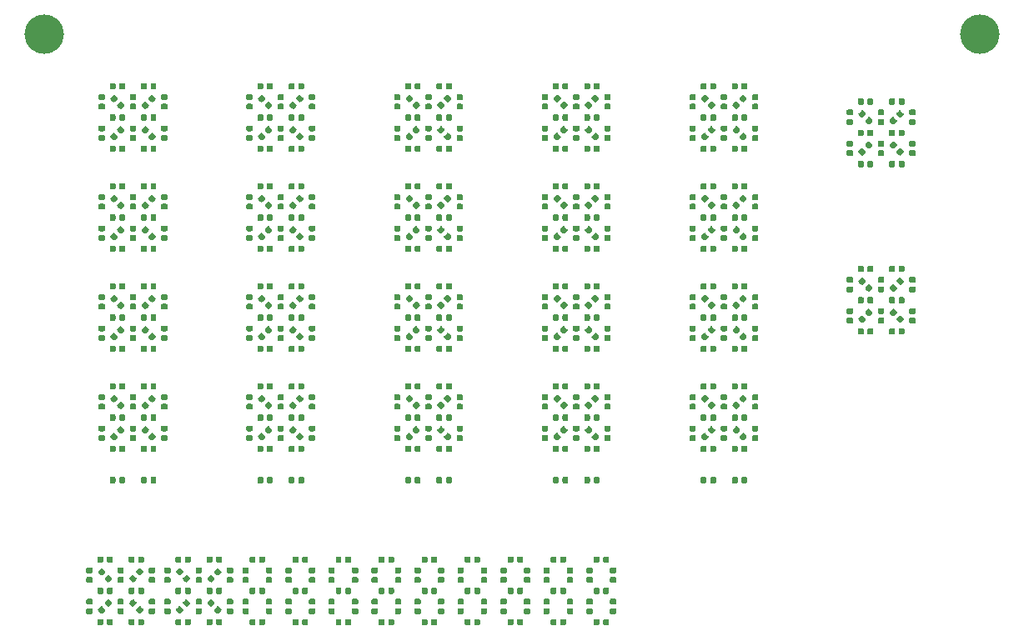
<source format=gbr>
G04 #@! TF.GenerationSoftware,KiCad,Pcbnew,(5.1.4)-1*
G04 #@! TF.CreationDate,2020-11-25T12:07:16-08:00*
G04 #@! TF.ProjectId,ufc_v4_displays_panel,7566635f-7634-45f6-9469-73706c617973,rev?*
G04 #@! TF.SameCoordinates,Original*
G04 #@! TF.FileFunction,Paste,Top*
G04 #@! TF.FilePolarity,Positive*
%FSLAX46Y46*%
G04 Gerber Fmt 4.6, Leading zero omitted, Abs format (unit mm)*
G04 Created by KiCad (PCBNEW (5.1.4)-1) date 2020-11-25 12:07:16*
%MOMM*%
%LPD*%
G04 APERTURE LIST*
%ADD10C,0.100000*%
%ADD11C,0.590000*%
%ADD12C,4.000000*%
G04 APERTURE END LIST*
D10*
G36*
X140810958Y-60831710D02*
G01*
X140825276Y-60833834D01*
X140839317Y-60837351D01*
X140852946Y-60842228D01*
X140866031Y-60848417D01*
X140878447Y-60855858D01*
X140890073Y-60864481D01*
X140900798Y-60874202D01*
X140910519Y-60884927D01*
X140919142Y-60896553D01*
X140926583Y-60908969D01*
X140932772Y-60922054D01*
X140937649Y-60935683D01*
X140941166Y-60949724D01*
X140943290Y-60964042D01*
X140944000Y-60978500D01*
X140944000Y-61273500D01*
X140943290Y-61287958D01*
X140941166Y-61302276D01*
X140937649Y-61316317D01*
X140932772Y-61329946D01*
X140926583Y-61343031D01*
X140919142Y-61355447D01*
X140910519Y-61367073D01*
X140900798Y-61377798D01*
X140890073Y-61387519D01*
X140878447Y-61396142D01*
X140866031Y-61403583D01*
X140852946Y-61409772D01*
X140839317Y-61414649D01*
X140825276Y-61418166D01*
X140810958Y-61420290D01*
X140796500Y-61421000D01*
X140451500Y-61421000D01*
X140437042Y-61420290D01*
X140422724Y-61418166D01*
X140408683Y-61414649D01*
X140395054Y-61409772D01*
X140381969Y-61403583D01*
X140369553Y-61396142D01*
X140357927Y-61387519D01*
X140347202Y-61377798D01*
X140337481Y-61367073D01*
X140328858Y-61355447D01*
X140321417Y-61343031D01*
X140315228Y-61329946D01*
X140310351Y-61316317D01*
X140306834Y-61302276D01*
X140304710Y-61287958D01*
X140304000Y-61273500D01*
X140304000Y-60978500D01*
X140304710Y-60964042D01*
X140306834Y-60949724D01*
X140310351Y-60935683D01*
X140315228Y-60922054D01*
X140321417Y-60908969D01*
X140328858Y-60896553D01*
X140337481Y-60884927D01*
X140347202Y-60874202D01*
X140357927Y-60864481D01*
X140369553Y-60855858D01*
X140381969Y-60848417D01*
X140395054Y-60842228D01*
X140408683Y-60837351D01*
X140422724Y-60833834D01*
X140437042Y-60831710D01*
X140451500Y-60831000D01*
X140796500Y-60831000D01*
X140810958Y-60831710D01*
X140810958Y-60831710D01*
G37*
D11*
X140624000Y-61126000D03*
D10*
G36*
X140810958Y-61801710D02*
G01*
X140825276Y-61803834D01*
X140839317Y-61807351D01*
X140852946Y-61812228D01*
X140866031Y-61818417D01*
X140878447Y-61825858D01*
X140890073Y-61834481D01*
X140900798Y-61844202D01*
X140910519Y-61854927D01*
X140919142Y-61866553D01*
X140926583Y-61878969D01*
X140932772Y-61892054D01*
X140937649Y-61905683D01*
X140941166Y-61919724D01*
X140943290Y-61934042D01*
X140944000Y-61948500D01*
X140944000Y-62243500D01*
X140943290Y-62257958D01*
X140941166Y-62272276D01*
X140937649Y-62286317D01*
X140932772Y-62299946D01*
X140926583Y-62313031D01*
X140919142Y-62325447D01*
X140910519Y-62337073D01*
X140900798Y-62347798D01*
X140890073Y-62357519D01*
X140878447Y-62366142D01*
X140866031Y-62373583D01*
X140852946Y-62379772D01*
X140839317Y-62384649D01*
X140825276Y-62388166D01*
X140810958Y-62390290D01*
X140796500Y-62391000D01*
X140451500Y-62391000D01*
X140437042Y-62390290D01*
X140422724Y-62388166D01*
X140408683Y-62384649D01*
X140395054Y-62379772D01*
X140381969Y-62373583D01*
X140369553Y-62366142D01*
X140357927Y-62357519D01*
X140347202Y-62347798D01*
X140337481Y-62337073D01*
X140328858Y-62325447D01*
X140321417Y-62313031D01*
X140315228Y-62299946D01*
X140310351Y-62286317D01*
X140306834Y-62272276D01*
X140304710Y-62257958D01*
X140304000Y-62243500D01*
X140304000Y-61948500D01*
X140304710Y-61934042D01*
X140306834Y-61919724D01*
X140310351Y-61905683D01*
X140315228Y-61892054D01*
X140321417Y-61878969D01*
X140328858Y-61866553D01*
X140337481Y-61854927D01*
X140347202Y-61844202D01*
X140357927Y-61834481D01*
X140369553Y-61825858D01*
X140381969Y-61818417D01*
X140395054Y-61812228D01*
X140408683Y-61807351D01*
X140422724Y-61803834D01*
X140437042Y-61801710D01*
X140451500Y-61801000D01*
X140796500Y-61801000D01*
X140810958Y-61801710D01*
X140810958Y-61801710D01*
G37*
D11*
X140624000Y-62096000D03*
D10*
G36*
X140810958Y-58626710D02*
G01*
X140825276Y-58628834D01*
X140839317Y-58632351D01*
X140852946Y-58637228D01*
X140866031Y-58643417D01*
X140878447Y-58650858D01*
X140890073Y-58659481D01*
X140900798Y-58669202D01*
X140910519Y-58679927D01*
X140919142Y-58691553D01*
X140926583Y-58703969D01*
X140932772Y-58717054D01*
X140937649Y-58730683D01*
X140941166Y-58744724D01*
X140943290Y-58759042D01*
X140944000Y-58773500D01*
X140944000Y-59068500D01*
X140943290Y-59082958D01*
X140941166Y-59097276D01*
X140937649Y-59111317D01*
X140932772Y-59124946D01*
X140926583Y-59138031D01*
X140919142Y-59150447D01*
X140910519Y-59162073D01*
X140900798Y-59172798D01*
X140890073Y-59182519D01*
X140878447Y-59191142D01*
X140866031Y-59198583D01*
X140852946Y-59204772D01*
X140839317Y-59209649D01*
X140825276Y-59213166D01*
X140810958Y-59215290D01*
X140796500Y-59216000D01*
X140451500Y-59216000D01*
X140437042Y-59215290D01*
X140422724Y-59213166D01*
X140408683Y-59209649D01*
X140395054Y-59204772D01*
X140381969Y-59198583D01*
X140369553Y-59191142D01*
X140357927Y-59182519D01*
X140347202Y-59172798D01*
X140337481Y-59162073D01*
X140328858Y-59150447D01*
X140321417Y-59138031D01*
X140315228Y-59124946D01*
X140310351Y-59111317D01*
X140306834Y-59097276D01*
X140304710Y-59082958D01*
X140304000Y-59068500D01*
X140304000Y-58773500D01*
X140304710Y-58759042D01*
X140306834Y-58744724D01*
X140310351Y-58730683D01*
X140315228Y-58717054D01*
X140321417Y-58703969D01*
X140328858Y-58691553D01*
X140337481Y-58679927D01*
X140347202Y-58669202D01*
X140357927Y-58659481D01*
X140369553Y-58650858D01*
X140381969Y-58643417D01*
X140395054Y-58637228D01*
X140408683Y-58632351D01*
X140422724Y-58628834D01*
X140437042Y-58626710D01*
X140451500Y-58626000D01*
X140796500Y-58626000D01*
X140810958Y-58626710D01*
X140810958Y-58626710D01*
G37*
D11*
X140624000Y-58921000D03*
D10*
G36*
X140810958Y-57656710D02*
G01*
X140825276Y-57658834D01*
X140839317Y-57662351D01*
X140852946Y-57667228D01*
X140866031Y-57673417D01*
X140878447Y-57680858D01*
X140890073Y-57689481D01*
X140900798Y-57699202D01*
X140910519Y-57709927D01*
X140919142Y-57721553D01*
X140926583Y-57733969D01*
X140932772Y-57747054D01*
X140937649Y-57760683D01*
X140941166Y-57774724D01*
X140943290Y-57789042D01*
X140944000Y-57803500D01*
X140944000Y-58098500D01*
X140943290Y-58112958D01*
X140941166Y-58127276D01*
X140937649Y-58141317D01*
X140932772Y-58154946D01*
X140926583Y-58168031D01*
X140919142Y-58180447D01*
X140910519Y-58192073D01*
X140900798Y-58202798D01*
X140890073Y-58212519D01*
X140878447Y-58221142D01*
X140866031Y-58228583D01*
X140852946Y-58234772D01*
X140839317Y-58239649D01*
X140825276Y-58243166D01*
X140810958Y-58245290D01*
X140796500Y-58246000D01*
X140451500Y-58246000D01*
X140437042Y-58245290D01*
X140422724Y-58243166D01*
X140408683Y-58239649D01*
X140395054Y-58234772D01*
X140381969Y-58228583D01*
X140369553Y-58221142D01*
X140357927Y-58212519D01*
X140347202Y-58202798D01*
X140337481Y-58192073D01*
X140328858Y-58180447D01*
X140321417Y-58168031D01*
X140315228Y-58154946D01*
X140310351Y-58141317D01*
X140306834Y-58127276D01*
X140304710Y-58112958D01*
X140304000Y-58098500D01*
X140304000Y-57803500D01*
X140304710Y-57789042D01*
X140306834Y-57774724D01*
X140310351Y-57760683D01*
X140315228Y-57747054D01*
X140321417Y-57733969D01*
X140328858Y-57721553D01*
X140337481Y-57709927D01*
X140347202Y-57699202D01*
X140357927Y-57689481D01*
X140369553Y-57680858D01*
X140381969Y-57673417D01*
X140395054Y-57667228D01*
X140408683Y-57662351D01*
X140422724Y-57658834D01*
X140437042Y-57656710D01*
X140451500Y-57656000D01*
X140796500Y-57656000D01*
X140810958Y-57656710D01*
X140810958Y-57656710D01*
G37*
D11*
X140624000Y-57951000D03*
D10*
G36*
X143985958Y-60831710D02*
G01*
X144000276Y-60833834D01*
X144014317Y-60837351D01*
X144027946Y-60842228D01*
X144041031Y-60848417D01*
X144053447Y-60855858D01*
X144065073Y-60864481D01*
X144075798Y-60874202D01*
X144085519Y-60884927D01*
X144094142Y-60896553D01*
X144101583Y-60908969D01*
X144107772Y-60922054D01*
X144112649Y-60935683D01*
X144116166Y-60949724D01*
X144118290Y-60964042D01*
X144119000Y-60978500D01*
X144119000Y-61273500D01*
X144118290Y-61287958D01*
X144116166Y-61302276D01*
X144112649Y-61316317D01*
X144107772Y-61329946D01*
X144101583Y-61343031D01*
X144094142Y-61355447D01*
X144085519Y-61367073D01*
X144075798Y-61377798D01*
X144065073Y-61387519D01*
X144053447Y-61396142D01*
X144041031Y-61403583D01*
X144027946Y-61409772D01*
X144014317Y-61414649D01*
X144000276Y-61418166D01*
X143985958Y-61420290D01*
X143971500Y-61421000D01*
X143626500Y-61421000D01*
X143612042Y-61420290D01*
X143597724Y-61418166D01*
X143583683Y-61414649D01*
X143570054Y-61409772D01*
X143556969Y-61403583D01*
X143544553Y-61396142D01*
X143532927Y-61387519D01*
X143522202Y-61377798D01*
X143512481Y-61367073D01*
X143503858Y-61355447D01*
X143496417Y-61343031D01*
X143490228Y-61329946D01*
X143485351Y-61316317D01*
X143481834Y-61302276D01*
X143479710Y-61287958D01*
X143479000Y-61273500D01*
X143479000Y-60978500D01*
X143479710Y-60964042D01*
X143481834Y-60949724D01*
X143485351Y-60935683D01*
X143490228Y-60922054D01*
X143496417Y-60908969D01*
X143503858Y-60896553D01*
X143512481Y-60884927D01*
X143522202Y-60874202D01*
X143532927Y-60864481D01*
X143544553Y-60855858D01*
X143556969Y-60848417D01*
X143570054Y-60842228D01*
X143583683Y-60837351D01*
X143597724Y-60833834D01*
X143612042Y-60831710D01*
X143626500Y-60831000D01*
X143971500Y-60831000D01*
X143985958Y-60831710D01*
X143985958Y-60831710D01*
G37*
D11*
X143799000Y-61126000D03*
D10*
G36*
X143985958Y-61801710D02*
G01*
X144000276Y-61803834D01*
X144014317Y-61807351D01*
X144027946Y-61812228D01*
X144041031Y-61818417D01*
X144053447Y-61825858D01*
X144065073Y-61834481D01*
X144075798Y-61844202D01*
X144085519Y-61854927D01*
X144094142Y-61866553D01*
X144101583Y-61878969D01*
X144107772Y-61892054D01*
X144112649Y-61905683D01*
X144116166Y-61919724D01*
X144118290Y-61934042D01*
X144119000Y-61948500D01*
X144119000Y-62243500D01*
X144118290Y-62257958D01*
X144116166Y-62272276D01*
X144112649Y-62286317D01*
X144107772Y-62299946D01*
X144101583Y-62313031D01*
X144094142Y-62325447D01*
X144085519Y-62337073D01*
X144075798Y-62347798D01*
X144065073Y-62357519D01*
X144053447Y-62366142D01*
X144041031Y-62373583D01*
X144027946Y-62379772D01*
X144014317Y-62384649D01*
X144000276Y-62388166D01*
X143985958Y-62390290D01*
X143971500Y-62391000D01*
X143626500Y-62391000D01*
X143612042Y-62390290D01*
X143597724Y-62388166D01*
X143583683Y-62384649D01*
X143570054Y-62379772D01*
X143556969Y-62373583D01*
X143544553Y-62366142D01*
X143532927Y-62357519D01*
X143522202Y-62347798D01*
X143512481Y-62337073D01*
X143503858Y-62325447D01*
X143496417Y-62313031D01*
X143490228Y-62299946D01*
X143485351Y-62286317D01*
X143481834Y-62272276D01*
X143479710Y-62257958D01*
X143479000Y-62243500D01*
X143479000Y-61948500D01*
X143479710Y-61934042D01*
X143481834Y-61919724D01*
X143485351Y-61905683D01*
X143490228Y-61892054D01*
X143496417Y-61878969D01*
X143503858Y-61866553D01*
X143512481Y-61854927D01*
X143522202Y-61844202D01*
X143532927Y-61834481D01*
X143544553Y-61825858D01*
X143556969Y-61818417D01*
X143570054Y-61812228D01*
X143583683Y-61807351D01*
X143597724Y-61803834D01*
X143612042Y-61801710D01*
X143626500Y-61801000D01*
X143971500Y-61801000D01*
X143985958Y-61801710D01*
X143985958Y-61801710D01*
G37*
D11*
X143799000Y-62096000D03*
D10*
G36*
X138713458Y-62879210D02*
G01*
X138727776Y-62881334D01*
X138741817Y-62884851D01*
X138755446Y-62889728D01*
X138768531Y-62895917D01*
X138780947Y-62903358D01*
X138792573Y-62911981D01*
X138803298Y-62921702D01*
X138813019Y-62932427D01*
X138821642Y-62944053D01*
X138829083Y-62956469D01*
X138835272Y-62969554D01*
X138840149Y-62983183D01*
X138843666Y-62997224D01*
X138845790Y-63011542D01*
X138846500Y-63026000D01*
X138846500Y-63371000D01*
X138845790Y-63385458D01*
X138843666Y-63399776D01*
X138840149Y-63413817D01*
X138835272Y-63427446D01*
X138829083Y-63440531D01*
X138821642Y-63452947D01*
X138813019Y-63464573D01*
X138803298Y-63475298D01*
X138792573Y-63485019D01*
X138780947Y-63493642D01*
X138768531Y-63501083D01*
X138755446Y-63507272D01*
X138741817Y-63512149D01*
X138727776Y-63515666D01*
X138713458Y-63517790D01*
X138699000Y-63518500D01*
X138404000Y-63518500D01*
X138389542Y-63517790D01*
X138375224Y-63515666D01*
X138361183Y-63512149D01*
X138347554Y-63507272D01*
X138334469Y-63501083D01*
X138322053Y-63493642D01*
X138310427Y-63485019D01*
X138299702Y-63475298D01*
X138289981Y-63464573D01*
X138281358Y-63452947D01*
X138273917Y-63440531D01*
X138267728Y-63427446D01*
X138262851Y-63413817D01*
X138259334Y-63399776D01*
X138257210Y-63385458D01*
X138256500Y-63371000D01*
X138256500Y-63026000D01*
X138257210Y-63011542D01*
X138259334Y-62997224D01*
X138262851Y-62983183D01*
X138267728Y-62969554D01*
X138273917Y-62956469D01*
X138281358Y-62944053D01*
X138289981Y-62932427D01*
X138299702Y-62921702D01*
X138310427Y-62911981D01*
X138322053Y-62903358D01*
X138334469Y-62895917D01*
X138347554Y-62889728D01*
X138361183Y-62884851D01*
X138375224Y-62881334D01*
X138389542Y-62879210D01*
X138404000Y-62878500D01*
X138699000Y-62878500D01*
X138713458Y-62879210D01*
X138713458Y-62879210D01*
G37*
D11*
X138551500Y-63198500D03*
D10*
G36*
X139683458Y-62879210D02*
G01*
X139697776Y-62881334D01*
X139711817Y-62884851D01*
X139725446Y-62889728D01*
X139738531Y-62895917D01*
X139750947Y-62903358D01*
X139762573Y-62911981D01*
X139773298Y-62921702D01*
X139783019Y-62932427D01*
X139791642Y-62944053D01*
X139799083Y-62956469D01*
X139805272Y-62969554D01*
X139810149Y-62983183D01*
X139813666Y-62997224D01*
X139815790Y-63011542D01*
X139816500Y-63026000D01*
X139816500Y-63371000D01*
X139815790Y-63385458D01*
X139813666Y-63399776D01*
X139810149Y-63413817D01*
X139805272Y-63427446D01*
X139799083Y-63440531D01*
X139791642Y-63452947D01*
X139783019Y-63464573D01*
X139773298Y-63475298D01*
X139762573Y-63485019D01*
X139750947Y-63493642D01*
X139738531Y-63501083D01*
X139725446Y-63507272D01*
X139711817Y-63512149D01*
X139697776Y-63515666D01*
X139683458Y-63517790D01*
X139669000Y-63518500D01*
X139374000Y-63518500D01*
X139359542Y-63517790D01*
X139345224Y-63515666D01*
X139331183Y-63512149D01*
X139317554Y-63507272D01*
X139304469Y-63501083D01*
X139292053Y-63493642D01*
X139280427Y-63485019D01*
X139269702Y-63475298D01*
X139259981Y-63464573D01*
X139251358Y-63452947D01*
X139243917Y-63440531D01*
X139237728Y-63427446D01*
X139232851Y-63413817D01*
X139229334Y-63399776D01*
X139227210Y-63385458D01*
X139226500Y-63371000D01*
X139226500Y-63026000D01*
X139227210Y-63011542D01*
X139229334Y-62997224D01*
X139232851Y-62983183D01*
X139237728Y-62969554D01*
X139243917Y-62956469D01*
X139251358Y-62944053D01*
X139259981Y-62932427D01*
X139269702Y-62921702D01*
X139280427Y-62911981D01*
X139292053Y-62903358D01*
X139304469Y-62895917D01*
X139317554Y-62889728D01*
X139331183Y-62884851D01*
X139345224Y-62881334D01*
X139359542Y-62879210D01*
X139374000Y-62878500D01*
X139669000Y-62878500D01*
X139683458Y-62879210D01*
X139683458Y-62879210D01*
G37*
D11*
X139521500Y-63198500D03*
D10*
G36*
X143985958Y-57656710D02*
G01*
X144000276Y-57658834D01*
X144014317Y-57662351D01*
X144027946Y-57667228D01*
X144041031Y-57673417D01*
X144053447Y-57680858D01*
X144065073Y-57689481D01*
X144075798Y-57699202D01*
X144085519Y-57709927D01*
X144094142Y-57721553D01*
X144101583Y-57733969D01*
X144107772Y-57747054D01*
X144112649Y-57760683D01*
X144116166Y-57774724D01*
X144118290Y-57789042D01*
X144119000Y-57803500D01*
X144119000Y-58098500D01*
X144118290Y-58112958D01*
X144116166Y-58127276D01*
X144112649Y-58141317D01*
X144107772Y-58154946D01*
X144101583Y-58168031D01*
X144094142Y-58180447D01*
X144085519Y-58192073D01*
X144075798Y-58202798D01*
X144065073Y-58212519D01*
X144053447Y-58221142D01*
X144041031Y-58228583D01*
X144027946Y-58234772D01*
X144014317Y-58239649D01*
X144000276Y-58243166D01*
X143985958Y-58245290D01*
X143971500Y-58246000D01*
X143626500Y-58246000D01*
X143612042Y-58245290D01*
X143597724Y-58243166D01*
X143583683Y-58239649D01*
X143570054Y-58234772D01*
X143556969Y-58228583D01*
X143544553Y-58221142D01*
X143532927Y-58212519D01*
X143522202Y-58202798D01*
X143512481Y-58192073D01*
X143503858Y-58180447D01*
X143496417Y-58168031D01*
X143490228Y-58154946D01*
X143485351Y-58141317D01*
X143481834Y-58127276D01*
X143479710Y-58112958D01*
X143479000Y-58098500D01*
X143479000Y-57803500D01*
X143479710Y-57789042D01*
X143481834Y-57774724D01*
X143485351Y-57760683D01*
X143490228Y-57747054D01*
X143496417Y-57733969D01*
X143503858Y-57721553D01*
X143512481Y-57709927D01*
X143522202Y-57699202D01*
X143532927Y-57689481D01*
X143544553Y-57680858D01*
X143556969Y-57673417D01*
X143570054Y-57667228D01*
X143583683Y-57662351D01*
X143597724Y-57658834D01*
X143612042Y-57656710D01*
X143626500Y-57656000D01*
X143971500Y-57656000D01*
X143985958Y-57656710D01*
X143985958Y-57656710D01*
G37*
D11*
X143799000Y-57951000D03*
D10*
G36*
X143985958Y-58626710D02*
G01*
X144000276Y-58628834D01*
X144014317Y-58632351D01*
X144027946Y-58637228D01*
X144041031Y-58643417D01*
X144053447Y-58650858D01*
X144065073Y-58659481D01*
X144075798Y-58669202D01*
X144085519Y-58679927D01*
X144094142Y-58691553D01*
X144101583Y-58703969D01*
X144107772Y-58717054D01*
X144112649Y-58730683D01*
X144116166Y-58744724D01*
X144118290Y-58759042D01*
X144119000Y-58773500D01*
X144119000Y-59068500D01*
X144118290Y-59082958D01*
X144116166Y-59097276D01*
X144112649Y-59111317D01*
X144107772Y-59124946D01*
X144101583Y-59138031D01*
X144094142Y-59150447D01*
X144085519Y-59162073D01*
X144075798Y-59172798D01*
X144065073Y-59182519D01*
X144053447Y-59191142D01*
X144041031Y-59198583D01*
X144027946Y-59204772D01*
X144014317Y-59209649D01*
X144000276Y-59213166D01*
X143985958Y-59215290D01*
X143971500Y-59216000D01*
X143626500Y-59216000D01*
X143612042Y-59215290D01*
X143597724Y-59213166D01*
X143583683Y-59209649D01*
X143570054Y-59204772D01*
X143556969Y-59198583D01*
X143544553Y-59191142D01*
X143532927Y-59182519D01*
X143522202Y-59172798D01*
X143512481Y-59162073D01*
X143503858Y-59150447D01*
X143496417Y-59138031D01*
X143490228Y-59124946D01*
X143485351Y-59111317D01*
X143481834Y-59097276D01*
X143479710Y-59082958D01*
X143479000Y-59068500D01*
X143479000Y-58773500D01*
X143479710Y-58759042D01*
X143481834Y-58744724D01*
X143485351Y-58730683D01*
X143490228Y-58717054D01*
X143496417Y-58703969D01*
X143503858Y-58691553D01*
X143512481Y-58679927D01*
X143522202Y-58669202D01*
X143532927Y-58659481D01*
X143544553Y-58650858D01*
X143556969Y-58643417D01*
X143570054Y-58637228D01*
X143583683Y-58632351D01*
X143597724Y-58628834D01*
X143612042Y-58626710D01*
X143626500Y-58626000D01*
X143971500Y-58626000D01*
X143985958Y-58626710D01*
X143985958Y-58626710D01*
G37*
D11*
X143799000Y-58921000D03*
D10*
G36*
X138713458Y-56529210D02*
G01*
X138727776Y-56531334D01*
X138741817Y-56534851D01*
X138755446Y-56539728D01*
X138768531Y-56545917D01*
X138780947Y-56553358D01*
X138792573Y-56561981D01*
X138803298Y-56571702D01*
X138813019Y-56582427D01*
X138821642Y-56594053D01*
X138829083Y-56606469D01*
X138835272Y-56619554D01*
X138840149Y-56633183D01*
X138843666Y-56647224D01*
X138845790Y-56661542D01*
X138846500Y-56676000D01*
X138846500Y-57021000D01*
X138845790Y-57035458D01*
X138843666Y-57049776D01*
X138840149Y-57063817D01*
X138835272Y-57077446D01*
X138829083Y-57090531D01*
X138821642Y-57102947D01*
X138813019Y-57114573D01*
X138803298Y-57125298D01*
X138792573Y-57135019D01*
X138780947Y-57143642D01*
X138768531Y-57151083D01*
X138755446Y-57157272D01*
X138741817Y-57162149D01*
X138727776Y-57165666D01*
X138713458Y-57167790D01*
X138699000Y-57168500D01*
X138404000Y-57168500D01*
X138389542Y-57167790D01*
X138375224Y-57165666D01*
X138361183Y-57162149D01*
X138347554Y-57157272D01*
X138334469Y-57151083D01*
X138322053Y-57143642D01*
X138310427Y-57135019D01*
X138299702Y-57125298D01*
X138289981Y-57114573D01*
X138281358Y-57102947D01*
X138273917Y-57090531D01*
X138267728Y-57077446D01*
X138262851Y-57063817D01*
X138259334Y-57049776D01*
X138257210Y-57035458D01*
X138256500Y-57021000D01*
X138256500Y-56676000D01*
X138257210Y-56661542D01*
X138259334Y-56647224D01*
X138262851Y-56633183D01*
X138267728Y-56619554D01*
X138273917Y-56606469D01*
X138281358Y-56594053D01*
X138289981Y-56582427D01*
X138299702Y-56571702D01*
X138310427Y-56561981D01*
X138322053Y-56553358D01*
X138334469Y-56545917D01*
X138347554Y-56539728D01*
X138361183Y-56534851D01*
X138375224Y-56531334D01*
X138389542Y-56529210D01*
X138404000Y-56528500D01*
X138699000Y-56528500D01*
X138713458Y-56529210D01*
X138713458Y-56529210D01*
G37*
D11*
X138551500Y-56848500D03*
D10*
G36*
X139683458Y-56529210D02*
G01*
X139697776Y-56531334D01*
X139711817Y-56534851D01*
X139725446Y-56539728D01*
X139738531Y-56545917D01*
X139750947Y-56553358D01*
X139762573Y-56561981D01*
X139773298Y-56571702D01*
X139783019Y-56582427D01*
X139791642Y-56594053D01*
X139799083Y-56606469D01*
X139805272Y-56619554D01*
X139810149Y-56633183D01*
X139813666Y-56647224D01*
X139815790Y-56661542D01*
X139816500Y-56676000D01*
X139816500Y-57021000D01*
X139815790Y-57035458D01*
X139813666Y-57049776D01*
X139810149Y-57063817D01*
X139805272Y-57077446D01*
X139799083Y-57090531D01*
X139791642Y-57102947D01*
X139783019Y-57114573D01*
X139773298Y-57125298D01*
X139762573Y-57135019D01*
X139750947Y-57143642D01*
X139738531Y-57151083D01*
X139725446Y-57157272D01*
X139711817Y-57162149D01*
X139697776Y-57165666D01*
X139683458Y-57167790D01*
X139669000Y-57168500D01*
X139374000Y-57168500D01*
X139359542Y-57167790D01*
X139345224Y-57165666D01*
X139331183Y-57162149D01*
X139317554Y-57157272D01*
X139304469Y-57151083D01*
X139292053Y-57143642D01*
X139280427Y-57135019D01*
X139269702Y-57125298D01*
X139259981Y-57114573D01*
X139251358Y-57102947D01*
X139243917Y-57090531D01*
X139237728Y-57077446D01*
X139232851Y-57063817D01*
X139229334Y-57049776D01*
X139227210Y-57035458D01*
X139226500Y-57021000D01*
X139226500Y-56676000D01*
X139227210Y-56661542D01*
X139229334Y-56647224D01*
X139232851Y-56633183D01*
X139237728Y-56619554D01*
X139243917Y-56606469D01*
X139251358Y-56594053D01*
X139259981Y-56582427D01*
X139269702Y-56571702D01*
X139280427Y-56561981D01*
X139292053Y-56553358D01*
X139304469Y-56545917D01*
X139317554Y-56539728D01*
X139331183Y-56534851D01*
X139345224Y-56531334D01*
X139359542Y-56529210D01*
X139374000Y-56528500D01*
X139669000Y-56528500D01*
X139683458Y-56529210D01*
X139683458Y-56529210D01*
G37*
D11*
X139521500Y-56848500D03*
D10*
G36*
X139376227Y-60894989D02*
G01*
X139390545Y-60897113D01*
X139404586Y-60900630D01*
X139418215Y-60905507D01*
X139431300Y-60911696D01*
X139443716Y-60919137D01*
X139455342Y-60927760D01*
X139466067Y-60937481D01*
X139710019Y-61181433D01*
X139719740Y-61192158D01*
X139728363Y-61203784D01*
X139735804Y-61216200D01*
X139741993Y-61229285D01*
X139746870Y-61242914D01*
X139750387Y-61256955D01*
X139752511Y-61271273D01*
X139753221Y-61285731D01*
X139752511Y-61300189D01*
X139750387Y-61314507D01*
X139746870Y-61328548D01*
X139741993Y-61342177D01*
X139735804Y-61355262D01*
X139728363Y-61367678D01*
X139719740Y-61379304D01*
X139710019Y-61390029D01*
X139501423Y-61598625D01*
X139490698Y-61608346D01*
X139479072Y-61616969D01*
X139466656Y-61624410D01*
X139453571Y-61630599D01*
X139439942Y-61635476D01*
X139425901Y-61638993D01*
X139411583Y-61641117D01*
X139397125Y-61641827D01*
X139382667Y-61641117D01*
X139368349Y-61638993D01*
X139354308Y-61635476D01*
X139340679Y-61630599D01*
X139327594Y-61624410D01*
X139315178Y-61616969D01*
X139303552Y-61608346D01*
X139292827Y-61598625D01*
X139048875Y-61354673D01*
X139039154Y-61343948D01*
X139030531Y-61332322D01*
X139023090Y-61319906D01*
X139016901Y-61306821D01*
X139012024Y-61293192D01*
X139008507Y-61279151D01*
X139006383Y-61264833D01*
X139005673Y-61250375D01*
X139006383Y-61235917D01*
X139008507Y-61221599D01*
X139012024Y-61207558D01*
X139016901Y-61193929D01*
X139023090Y-61180844D01*
X139030531Y-61168428D01*
X139039154Y-61156802D01*
X139048875Y-61146077D01*
X139257471Y-60937481D01*
X139268196Y-60927760D01*
X139279822Y-60919137D01*
X139292238Y-60911696D01*
X139305323Y-60905507D01*
X139318952Y-60900630D01*
X139332993Y-60897113D01*
X139347311Y-60894989D01*
X139361769Y-60894279D01*
X139376227Y-60894989D01*
X139376227Y-60894989D01*
G37*
D11*
X139379447Y-61268053D03*
D10*
G36*
X138690333Y-61580883D02*
G01*
X138704651Y-61583007D01*
X138718692Y-61586524D01*
X138732321Y-61591401D01*
X138745406Y-61597590D01*
X138757822Y-61605031D01*
X138769448Y-61613654D01*
X138780173Y-61623375D01*
X139024125Y-61867327D01*
X139033846Y-61878052D01*
X139042469Y-61889678D01*
X139049910Y-61902094D01*
X139056099Y-61915179D01*
X139060976Y-61928808D01*
X139064493Y-61942849D01*
X139066617Y-61957167D01*
X139067327Y-61971625D01*
X139066617Y-61986083D01*
X139064493Y-62000401D01*
X139060976Y-62014442D01*
X139056099Y-62028071D01*
X139049910Y-62041156D01*
X139042469Y-62053572D01*
X139033846Y-62065198D01*
X139024125Y-62075923D01*
X138815529Y-62284519D01*
X138804804Y-62294240D01*
X138793178Y-62302863D01*
X138780762Y-62310304D01*
X138767677Y-62316493D01*
X138754048Y-62321370D01*
X138740007Y-62324887D01*
X138725689Y-62327011D01*
X138711231Y-62327721D01*
X138696773Y-62327011D01*
X138682455Y-62324887D01*
X138668414Y-62321370D01*
X138654785Y-62316493D01*
X138641700Y-62310304D01*
X138629284Y-62302863D01*
X138617658Y-62294240D01*
X138606933Y-62284519D01*
X138362981Y-62040567D01*
X138353260Y-62029842D01*
X138344637Y-62018216D01*
X138337196Y-62005800D01*
X138331007Y-61992715D01*
X138326130Y-61979086D01*
X138322613Y-61965045D01*
X138320489Y-61950727D01*
X138319779Y-61936269D01*
X138320489Y-61921811D01*
X138322613Y-61907493D01*
X138326130Y-61893452D01*
X138331007Y-61879823D01*
X138337196Y-61866738D01*
X138344637Y-61854322D01*
X138353260Y-61842696D01*
X138362981Y-61831971D01*
X138571577Y-61623375D01*
X138582302Y-61613654D01*
X138593928Y-61605031D01*
X138606344Y-61597590D01*
X138619429Y-61591401D01*
X138633058Y-61586524D01*
X138647099Y-61583007D01*
X138661417Y-61580883D01*
X138675875Y-61580173D01*
X138690333Y-61580883D01*
X138690333Y-61580883D01*
G37*
D11*
X138693553Y-61953947D03*
D10*
G36*
X142858458Y-59704210D02*
G01*
X142872776Y-59706334D01*
X142886817Y-59709851D01*
X142900446Y-59714728D01*
X142913531Y-59720917D01*
X142925947Y-59728358D01*
X142937573Y-59736981D01*
X142948298Y-59746702D01*
X142958019Y-59757427D01*
X142966642Y-59769053D01*
X142974083Y-59781469D01*
X142980272Y-59794554D01*
X142985149Y-59808183D01*
X142988666Y-59822224D01*
X142990790Y-59836542D01*
X142991500Y-59851000D01*
X142991500Y-60196000D01*
X142990790Y-60210458D01*
X142988666Y-60224776D01*
X142985149Y-60238817D01*
X142980272Y-60252446D01*
X142974083Y-60265531D01*
X142966642Y-60277947D01*
X142958019Y-60289573D01*
X142948298Y-60300298D01*
X142937573Y-60310019D01*
X142925947Y-60318642D01*
X142913531Y-60326083D01*
X142900446Y-60332272D01*
X142886817Y-60337149D01*
X142872776Y-60340666D01*
X142858458Y-60342790D01*
X142844000Y-60343500D01*
X142549000Y-60343500D01*
X142534542Y-60342790D01*
X142520224Y-60340666D01*
X142506183Y-60337149D01*
X142492554Y-60332272D01*
X142479469Y-60326083D01*
X142467053Y-60318642D01*
X142455427Y-60310019D01*
X142444702Y-60300298D01*
X142434981Y-60289573D01*
X142426358Y-60277947D01*
X142418917Y-60265531D01*
X142412728Y-60252446D01*
X142407851Y-60238817D01*
X142404334Y-60224776D01*
X142402210Y-60210458D01*
X142401500Y-60196000D01*
X142401500Y-59851000D01*
X142402210Y-59836542D01*
X142404334Y-59822224D01*
X142407851Y-59808183D01*
X142412728Y-59794554D01*
X142418917Y-59781469D01*
X142426358Y-59769053D01*
X142434981Y-59757427D01*
X142444702Y-59746702D01*
X142455427Y-59736981D01*
X142467053Y-59728358D01*
X142479469Y-59720917D01*
X142492554Y-59714728D01*
X142506183Y-59709851D01*
X142520224Y-59706334D01*
X142534542Y-59704210D01*
X142549000Y-59703500D01*
X142844000Y-59703500D01*
X142858458Y-59704210D01*
X142858458Y-59704210D01*
G37*
D11*
X142696500Y-60023500D03*
D10*
G36*
X141888458Y-59704210D02*
G01*
X141902776Y-59706334D01*
X141916817Y-59709851D01*
X141930446Y-59714728D01*
X141943531Y-59720917D01*
X141955947Y-59728358D01*
X141967573Y-59736981D01*
X141978298Y-59746702D01*
X141988019Y-59757427D01*
X141996642Y-59769053D01*
X142004083Y-59781469D01*
X142010272Y-59794554D01*
X142015149Y-59808183D01*
X142018666Y-59822224D01*
X142020790Y-59836542D01*
X142021500Y-59851000D01*
X142021500Y-60196000D01*
X142020790Y-60210458D01*
X142018666Y-60224776D01*
X142015149Y-60238817D01*
X142010272Y-60252446D01*
X142004083Y-60265531D01*
X141996642Y-60277947D01*
X141988019Y-60289573D01*
X141978298Y-60300298D01*
X141967573Y-60310019D01*
X141955947Y-60318642D01*
X141943531Y-60326083D01*
X141930446Y-60332272D01*
X141916817Y-60337149D01*
X141902776Y-60340666D01*
X141888458Y-60342790D01*
X141874000Y-60343500D01*
X141579000Y-60343500D01*
X141564542Y-60342790D01*
X141550224Y-60340666D01*
X141536183Y-60337149D01*
X141522554Y-60332272D01*
X141509469Y-60326083D01*
X141497053Y-60318642D01*
X141485427Y-60310019D01*
X141474702Y-60300298D01*
X141464981Y-60289573D01*
X141456358Y-60277947D01*
X141448917Y-60265531D01*
X141442728Y-60252446D01*
X141437851Y-60238817D01*
X141434334Y-60224776D01*
X141432210Y-60210458D01*
X141431500Y-60196000D01*
X141431500Y-59851000D01*
X141432210Y-59836542D01*
X141434334Y-59822224D01*
X141437851Y-59808183D01*
X141442728Y-59794554D01*
X141448917Y-59781469D01*
X141456358Y-59769053D01*
X141464981Y-59757427D01*
X141474702Y-59746702D01*
X141485427Y-59736981D01*
X141497053Y-59728358D01*
X141509469Y-59720917D01*
X141522554Y-59714728D01*
X141536183Y-59709851D01*
X141550224Y-59706334D01*
X141564542Y-59704210D01*
X141579000Y-59703500D01*
X141874000Y-59703500D01*
X141888458Y-59704210D01*
X141888458Y-59704210D01*
G37*
D11*
X141726500Y-60023500D03*
D10*
G36*
X138713458Y-59704210D02*
G01*
X138727776Y-59706334D01*
X138741817Y-59709851D01*
X138755446Y-59714728D01*
X138768531Y-59720917D01*
X138780947Y-59728358D01*
X138792573Y-59736981D01*
X138803298Y-59746702D01*
X138813019Y-59757427D01*
X138821642Y-59769053D01*
X138829083Y-59781469D01*
X138835272Y-59794554D01*
X138840149Y-59808183D01*
X138843666Y-59822224D01*
X138845790Y-59836542D01*
X138846500Y-59851000D01*
X138846500Y-60196000D01*
X138845790Y-60210458D01*
X138843666Y-60224776D01*
X138840149Y-60238817D01*
X138835272Y-60252446D01*
X138829083Y-60265531D01*
X138821642Y-60277947D01*
X138813019Y-60289573D01*
X138803298Y-60300298D01*
X138792573Y-60310019D01*
X138780947Y-60318642D01*
X138768531Y-60326083D01*
X138755446Y-60332272D01*
X138741817Y-60337149D01*
X138727776Y-60340666D01*
X138713458Y-60342790D01*
X138699000Y-60343500D01*
X138404000Y-60343500D01*
X138389542Y-60342790D01*
X138375224Y-60340666D01*
X138361183Y-60337149D01*
X138347554Y-60332272D01*
X138334469Y-60326083D01*
X138322053Y-60318642D01*
X138310427Y-60310019D01*
X138299702Y-60300298D01*
X138289981Y-60289573D01*
X138281358Y-60277947D01*
X138273917Y-60265531D01*
X138267728Y-60252446D01*
X138262851Y-60238817D01*
X138259334Y-60224776D01*
X138257210Y-60210458D01*
X138256500Y-60196000D01*
X138256500Y-59851000D01*
X138257210Y-59836542D01*
X138259334Y-59822224D01*
X138262851Y-59808183D01*
X138267728Y-59794554D01*
X138273917Y-59781469D01*
X138281358Y-59769053D01*
X138289981Y-59757427D01*
X138299702Y-59746702D01*
X138310427Y-59736981D01*
X138322053Y-59728358D01*
X138334469Y-59720917D01*
X138347554Y-59714728D01*
X138361183Y-59709851D01*
X138375224Y-59706334D01*
X138389542Y-59704210D01*
X138404000Y-59703500D01*
X138699000Y-59703500D01*
X138713458Y-59704210D01*
X138713458Y-59704210D01*
G37*
D11*
X138551500Y-60023500D03*
D10*
G36*
X139683458Y-59704210D02*
G01*
X139697776Y-59706334D01*
X139711817Y-59709851D01*
X139725446Y-59714728D01*
X139738531Y-59720917D01*
X139750947Y-59728358D01*
X139762573Y-59736981D01*
X139773298Y-59746702D01*
X139783019Y-59757427D01*
X139791642Y-59769053D01*
X139799083Y-59781469D01*
X139805272Y-59794554D01*
X139810149Y-59808183D01*
X139813666Y-59822224D01*
X139815790Y-59836542D01*
X139816500Y-59851000D01*
X139816500Y-60196000D01*
X139815790Y-60210458D01*
X139813666Y-60224776D01*
X139810149Y-60238817D01*
X139805272Y-60252446D01*
X139799083Y-60265531D01*
X139791642Y-60277947D01*
X139783019Y-60289573D01*
X139773298Y-60300298D01*
X139762573Y-60310019D01*
X139750947Y-60318642D01*
X139738531Y-60326083D01*
X139725446Y-60332272D01*
X139711817Y-60337149D01*
X139697776Y-60340666D01*
X139683458Y-60342790D01*
X139669000Y-60343500D01*
X139374000Y-60343500D01*
X139359542Y-60342790D01*
X139345224Y-60340666D01*
X139331183Y-60337149D01*
X139317554Y-60332272D01*
X139304469Y-60326083D01*
X139292053Y-60318642D01*
X139280427Y-60310019D01*
X139269702Y-60300298D01*
X139259981Y-60289573D01*
X139251358Y-60277947D01*
X139243917Y-60265531D01*
X139237728Y-60252446D01*
X139232851Y-60238817D01*
X139229334Y-60224776D01*
X139227210Y-60210458D01*
X139226500Y-60196000D01*
X139226500Y-59851000D01*
X139227210Y-59836542D01*
X139229334Y-59822224D01*
X139232851Y-59808183D01*
X139237728Y-59794554D01*
X139243917Y-59781469D01*
X139251358Y-59769053D01*
X139259981Y-59757427D01*
X139269702Y-59746702D01*
X139280427Y-59736981D01*
X139292053Y-59728358D01*
X139304469Y-59720917D01*
X139317554Y-59714728D01*
X139331183Y-59709851D01*
X139345224Y-59706334D01*
X139359542Y-59704210D01*
X139374000Y-59703500D01*
X139669000Y-59703500D01*
X139683458Y-59704210D01*
X139683458Y-59704210D01*
G37*
D11*
X139521500Y-60023500D03*
D10*
G36*
X142858458Y-56529210D02*
G01*
X142872776Y-56531334D01*
X142886817Y-56534851D01*
X142900446Y-56539728D01*
X142913531Y-56545917D01*
X142925947Y-56553358D01*
X142937573Y-56561981D01*
X142948298Y-56571702D01*
X142958019Y-56582427D01*
X142966642Y-56594053D01*
X142974083Y-56606469D01*
X142980272Y-56619554D01*
X142985149Y-56633183D01*
X142988666Y-56647224D01*
X142990790Y-56661542D01*
X142991500Y-56676000D01*
X142991500Y-57021000D01*
X142990790Y-57035458D01*
X142988666Y-57049776D01*
X142985149Y-57063817D01*
X142980272Y-57077446D01*
X142974083Y-57090531D01*
X142966642Y-57102947D01*
X142958019Y-57114573D01*
X142948298Y-57125298D01*
X142937573Y-57135019D01*
X142925947Y-57143642D01*
X142913531Y-57151083D01*
X142900446Y-57157272D01*
X142886817Y-57162149D01*
X142872776Y-57165666D01*
X142858458Y-57167790D01*
X142844000Y-57168500D01*
X142549000Y-57168500D01*
X142534542Y-57167790D01*
X142520224Y-57165666D01*
X142506183Y-57162149D01*
X142492554Y-57157272D01*
X142479469Y-57151083D01*
X142467053Y-57143642D01*
X142455427Y-57135019D01*
X142444702Y-57125298D01*
X142434981Y-57114573D01*
X142426358Y-57102947D01*
X142418917Y-57090531D01*
X142412728Y-57077446D01*
X142407851Y-57063817D01*
X142404334Y-57049776D01*
X142402210Y-57035458D01*
X142401500Y-57021000D01*
X142401500Y-56676000D01*
X142402210Y-56661542D01*
X142404334Y-56647224D01*
X142407851Y-56633183D01*
X142412728Y-56619554D01*
X142418917Y-56606469D01*
X142426358Y-56594053D01*
X142434981Y-56582427D01*
X142444702Y-56571702D01*
X142455427Y-56561981D01*
X142467053Y-56553358D01*
X142479469Y-56545917D01*
X142492554Y-56539728D01*
X142506183Y-56534851D01*
X142520224Y-56531334D01*
X142534542Y-56529210D01*
X142549000Y-56528500D01*
X142844000Y-56528500D01*
X142858458Y-56529210D01*
X142858458Y-56529210D01*
G37*
D11*
X142696500Y-56848500D03*
D10*
G36*
X141888458Y-56529210D02*
G01*
X141902776Y-56531334D01*
X141916817Y-56534851D01*
X141930446Y-56539728D01*
X141943531Y-56545917D01*
X141955947Y-56553358D01*
X141967573Y-56561981D01*
X141978298Y-56571702D01*
X141988019Y-56582427D01*
X141996642Y-56594053D01*
X142004083Y-56606469D01*
X142010272Y-56619554D01*
X142015149Y-56633183D01*
X142018666Y-56647224D01*
X142020790Y-56661542D01*
X142021500Y-56676000D01*
X142021500Y-57021000D01*
X142020790Y-57035458D01*
X142018666Y-57049776D01*
X142015149Y-57063817D01*
X142010272Y-57077446D01*
X142004083Y-57090531D01*
X141996642Y-57102947D01*
X141988019Y-57114573D01*
X141978298Y-57125298D01*
X141967573Y-57135019D01*
X141955947Y-57143642D01*
X141943531Y-57151083D01*
X141930446Y-57157272D01*
X141916817Y-57162149D01*
X141902776Y-57165666D01*
X141888458Y-57167790D01*
X141874000Y-57168500D01*
X141579000Y-57168500D01*
X141564542Y-57167790D01*
X141550224Y-57165666D01*
X141536183Y-57162149D01*
X141522554Y-57157272D01*
X141509469Y-57151083D01*
X141497053Y-57143642D01*
X141485427Y-57135019D01*
X141474702Y-57125298D01*
X141464981Y-57114573D01*
X141456358Y-57102947D01*
X141448917Y-57090531D01*
X141442728Y-57077446D01*
X141437851Y-57063817D01*
X141434334Y-57049776D01*
X141432210Y-57035458D01*
X141431500Y-57021000D01*
X141431500Y-56676000D01*
X141432210Y-56661542D01*
X141434334Y-56647224D01*
X141437851Y-56633183D01*
X141442728Y-56619554D01*
X141448917Y-56606469D01*
X141456358Y-56594053D01*
X141464981Y-56582427D01*
X141474702Y-56571702D01*
X141485427Y-56561981D01*
X141497053Y-56553358D01*
X141509469Y-56545917D01*
X141522554Y-56539728D01*
X141536183Y-56534851D01*
X141550224Y-56531334D01*
X141564542Y-56529210D01*
X141579000Y-56528500D01*
X141874000Y-56528500D01*
X141888458Y-56529210D01*
X141888458Y-56529210D01*
G37*
D11*
X141726500Y-56848500D03*
D10*
G36*
X137635958Y-58626710D02*
G01*
X137650276Y-58628834D01*
X137664317Y-58632351D01*
X137677946Y-58637228D01*
X137691031Y-58643417D01*
X137703447Y-58650858D01*
X137715073Y-58659481D01*
X137725798Y-58669202D01*
X137735519Y-58679927D01*
X137744142Y-58691553D01*
X137751583Y-58703969D01*
X137757772Y-58717054D01*
X137762649Y-58730683D01*
X137766166Y-58744724D01*
X137768290Y-58759042D01*
X137769000Y-58773500D01*
X137769000Y-59068500D01*
X137768290Y-59082958D01*
X137766166Y-59097276D01*
X137762649Y-59111317D01*
X137757772Y-59124946D01*
X137751583Y-59138031D01*
X137744142Y-59150447D01*
X137735519Y-59162073D01*
X137725798Y-59172798D01*
X137715073Y-59182519D01*
X137703447Y-59191142D01*
X137691031Y-59198583D01*
X137677946Y-59204772D01*
X137664317Y-59209649D01*
X137650276Y-59213166D01*
X137635958Y-59215290D01*
X137621500Y-59216000D01*
X137276500Y-59216000D01*
X137262042Y-59215290D01*
X137247724Y-59213166D01*
X137233683Y-59209649D01*
X137220054Y-59204772D01*
X137206969Y-59198583D01*
X137194553Y-59191142D01*
X137182927Y-59182519D01*
X137172202Y-59172798D01*
X137162481Y-59162073D01*
X137153858Y-59150447D01*
X137146417Y-59138031D01*
X137140228Y-59124946D01*
X137135351Y-59111317D01*
X137131834Y-59097276D01*
X137129710Y-59082958D01*
X137129000Y-59068500D01*
X137129000Y-58773500D01*
X137129710Y-58759042D01*
X137131834Y-58744724D01*
X137135351Y-58730683D01*
X137140228Y-58717054D01*
X137146417Y-58703969D01*
X137153858Y-58691553D01*
X137162481Y-58679927D01*
X137172202Y-58669202D01*
X137182927Y-58659481D01*
X137194553Y-58650858D01*
X137206969Y-58643417D01*
X137220054Y-58637228D01*
X137233683Y-58632351D01*
X137247724Y-58628834D01*
X137262042Y-58626710D01*
X137276500Y-58626000D01*
X137621500Y-58626000D01*
X137635958Y-58626710D01*
X137635958Y-58626710D01*
G37*
D11*
X137449000Y-58921000D03*
D10*
G36*
X137635958Y-57656710D02*
G01*
X137650276Y-57658834D01*
X137664317Y-57662351D01*
X137677946Y-57667228D01*
X137691031Y-57673417D01*
X137703447Y-57680858D01*
X137715073Y-57689481D01*
X137725798Y-57699202D01*
X137735519Y-57709927D01*
X137744142Y-57721553D01*
X137751583Y-57733969D01*
X137757772Y-57747054D01*
X137762649Y-57760683D01*
X137766166Y-57774724D01*
X137768290Y-57789042D01*
X137769000Y-57803500D01*
X137769000Y-58098500D01*
X137768290Y-58112958D01*
X137766166Y-58127276D01*
X137762649Y-58141317D01*
X137757772Y-58154946D01*
X137751583Y-58168031D01*
X137744142Y-58180447D01*
X137735519Y-58192073D01*
X137725798Y-58202798D01*
X137715073Y-58212519D01*
X137703447Y-58221142D01*
X137691031Y-58228583D01*
X137677946Y-58234772D01*
X137664317Y-58239649D01*
X137650276Y-58243166D01*
X137635958Y-58245290D01*
X137621500Y-58246000D01*
X137276500Y-58246000D01*
X137262042Y-58245290D01*
X137247724Y-58243166D01*
X137233683Y-58239649D01*
X137220054Y-58234772D01*
X137206969Y-58228583D01*
X137194553Y-58221142D01*
X137182927Y-58212519D01*
X137172202Y-58202798D01*
X137162481Y-58192073D01*
X137153858Y-58180447D01*
X137146417Y-58168031D01*
X137140228Y-58154946D01*
X137135351Y-58141317D01*
X137131834Y-58127276D01*
X137129710Y-58112958D01*
X137129000Y-58098500D01*
X137129000Y-57803500D01*
X137129710Y-57789042D01*
X137131834Y-57774724D01*
X137135351Y-57760683D01*
X137140228Y-57747054D01*
X137146417Y-57733969D01*
X137153858Y-57721553D01*
X137162481Y-57709927D01*
X137172202Y-57699202D01*
X137182927Y-57689481D01*
X137194553Y-57680858D01*
X137206969Y-57673417D01*
X137220054Y-57667228D01*
X137233683Y-57662351D01*
X137247724Y-57658834D01*
X137262042Y-57656710D01*
X137276500Y-57656000D01*
X137621500Y-57656000D01*
X137635958Y-57656710D01*
X137635958Y-57656710D01*
G37*
D11*
X137449000Y-57951000D03*
D10*
G36*
X141900689Y-60894989D02*
G01*
X141915007Y-60897113D01*
X141929048Y-60900630D01*
X141942677Y-60905507D01*
X141955762Y-60911696D01*
X141968178Y-60919137D01*
X141979804Y-60927760D01*
X141990529Y-60937481D01*
X142199125Y-61146077D01*
X142208846Y-61156802D01*
X142217469Y-61168428D01*
X142224910Y-61180844D01*
X142231099Y-61193929D01*
X142235976Y-61207558D01*
X142239493Y-61221599D01*
X142241617Y-61235917D01*
X142242327Y-61250375D01*
X142241617Y-61264833D01*
X142239493Y-61279151D01*
X142235976Y-61293192D01*
X142231099Y-61306821D01*
X142224910Y-61319906D01*
X142217469Y-61332322D01*
X142208846Y-61343948D01*
X142199125Y-61354673D01*
X141955173Y-61598625D01*
X141944448Y-61608346D01*
X141932822Y-61616969D01*
X141920406Y-61624410D01*
X141907321Y-61630599D01*
X141893692Y-61635476D01*
X141879651Y-61638993D01*
X141865333Y-61641117D01*
X141850875Y-61641827D01*
X141836417Y-61641117D01*
X141822099Y-61638993D01*
X141808058Y-61635476D01*
X141794429Y-61630599D01*
X141781344Y-61624410D01*
X141768928Y-61616969D01*
X141757302Y-61608346D01*
X141746577Y-61598625D01*
X141537981Y-61390029D01*
X141528260Y-61379304D01*
X141519637Y-61367678D01*
X141512196Y-61355262D01*
X141506007Y-61342177D01*
X141501130Y-61328548D01*
X141497613Y-61314507D01*
X141495489Y-61300189D01*
X141494779Y-61285731D01*
X141495489Y-61271273D01*
X141497613Y-61256955D01*
X141501130Y-61242914D01*
X141506007Y-61229285D01*
X141512196Y-61216200D01*
X141519637Y-61203784D01*
X141528260Y-61192158D01*
X141537981Y-61181433D01*
X141781933Y-60937481D01*
X141792658Y-60927760D01*
X141804284Y-60919137D01*
X141816700Y-60911696D01*
X141829785Y-60905507D01*
X141843414Y-60900630D01*
X141857455Y-60897113D01*
X141871773Y-60894989D01*
X141886231Y-60894279D01*
X141900689Y-60894989D01*
X141900689Y-60894989D01*
G37*
D11*
X141868553Y-61268053D03*
D10*
G36*
X142586583Y-61580883D02*
G01*
X142600901Y-61583007D01*
X142614942Y-61586524D01*
X142628571Y-61591401D01*
X142641656Y-61597590D01*
X142654072Y-61605031D01*
X142665698Y-61613654D01*
X142676423Y-61623375D01*
X142885019Y-61831971D01*
X142894740Y-61842696D01*
X142903363Y-61854322D01*
X142910804Y-61866738D01*
X142916993Y-61879823D01*
X142921870Y-61893452D01*
X142925387Y-61907493D01*
X142927511Y-61921811D01*
X142928221Y-61936269D01*
X142927511Y-61950727D01*
X142925387Y-61965045D01*
X142921870Y-61979086D01*
X142916993Y-61992715D01*
X142910804Y-62005800D01*
X142903363Y-62018216D01*
X142894740Y-62029842D01*
X142885019Y-62040567D01*
X142641067Y-62284519D01*
X142630342Y-62294240D01*
X142618716Y-62302863D01*
X142606300Y-62310304D01*
X142593215Y-62316493D01*
X142579586Y-62321370D01*
X142565545Y-62324887D01*
X142551227Y-62327011D01*
X142536769Y-62327721D01*
X142522311Y-62327011D01*
X142507993Y-62324887D01*
X142493952Y-62321370D01*
X142480323Y-62316493D01*
X142467238Y-62310304D01*
X142454822Y-62302863D01*
X142443196Y-62294240D01*
X142432471Y-62284519D01*
X142223875Y-62075923D01*
X142214154Y-62065198D01*
X142205531Y-62053572D01*
X142198090Y-62041156D01*
X142191901Y-62028071D01*
X142187024Y-62014442D01*
X142183507Y-62000401D01*
X142181383Y-61986083D01*
X142180673Y-61971625D01*
X142181383Y-61957167D01*
X142183507Y-61942849D01*
X142187024Y-61928808D01*
X142191901Y-61915179D01*
X142198090Y-61902094D01*
X142205531Y-61889678D01*
X142214154Y-61878052D01*
X142223875Y-61867327D01*
X142467827Y-61623375D01*
X142478552Y-61613654D01*
X142490178Y-61605031D01*
X142502594Y-61597590D01*
X142515679Y-61591401D01*
X142529308Y-61586524D01*
X142543349Y-61583007D01*
X142557667Y-61580883D01*
X142572125Y-61580173D01*
X142586583Y-61580883D01*
X142586583Y-61580883D01*
G37*
D11*
X142554447Y-61953947D03*
D10*
G36*
X142858458Y-62879210D02*
G01*
X142872776Y-62881334D01*
X142886817Y-62884851D01*
X142900446Y-62889728D01*
X142913531Y-62895917D01*
X142925947Y-62903358D01*
X142937573Y-62911981D01*
X142948298Y-62921702D01*
X142958019Y-62932427D01*
X142966642Y-62944053D01*
X142974083Y-62956469D01*
X142980272Y-62969554D01*
X142985149Y-62983183D01*
X142988666Y-62997224D01*
X142990790Y-63011542D01*
X142991500Y-63026000D01*
X142991500Y-63371000D01*
X142990790Y-63385458D01*
X142988666Y-63399776D01*
X142985149Y-63413817D01*
X142980272Y-63427446D01*
X142974083Y-63440531D01*
X142966642Y-63452947D01*
X142958019Y-63464573D01*
X142948298Y-63475298D01*
X142937573Y-63485019D01*
X142925947Y-63493642D01*
X142913531Y-63501083D01*
X142900446Y-63507272D01*
X142886817Y-63512149D01*
X142872776Y-63515666D01*
X142858458Y-63517790D01*
X142844000Y-63518500D01*
X142549000Y-63518500D01*
X142534542Y-63517790D01*
X142520224Y-63515666D01*
X142506183Y-63512149D01*
X142492554Y-63507272D01*
X142479469Y-63501083D01*
X142467053Y-63493642D01*
X142455427Y-63485019D01*
X142444702Y-63475298D01*
X142434981Y-63464573D01*
X142426358Y-63452947D01*
X142418917Y-63440531D01*
X142412728Y-63427446D01*
X142407851Y-63413817D01*
X142404334Y-63399776D01*
X142402210Y-63385458D01*
X142401500Y-63371000D01*
X142401500Y-63026000D01*
X142402210Y-63011542D01*
X142404334Y-62997224D01*
X142407851Y-62983183D01*
X142412728Y-62969554D01*
X142418917Y-62956469D01*
X142426358Y-62944053D01*
X142434981Y-62932427D01*
X142444702Y-62921702D01*
X142455427Y-62911981D01*
X142467053Y-62903358D01*
X142479469Y-62895917D01*
X142492554Y-62889728D01*
X142506183Y-62884851D01*
X142520224Y-62881334D01*
X142534542Y-62879210D01*
X142549000Y-62878500D01*
X142844000Y-62878500D01*
X142858458Y-62879210D01*
X142858458Y-62879210D01*
G37*
D11*
X142696500Y-63198500D03*
D10*
G36*
X141888458Y-62879210D02*
G01*
X141902776Y-62881334D01*
X141916817Y-62884851D01*
X141930446Y-62889728D01*
X141943531Y-62895917D01*
X141955947Y-62903358D01*
X141967573Y-62911981D01*
X141978298Y-62921702D01*
X141988019Y-62932427D01*
X141996642Y-62944053D01*
X142004083Y-62956469D01*
X142010272Y-62969554D01*
X142015149Y-62983183D01*
X142018666Y-62997224D01*
X142020790Y-63011542D01*
X142021500Y-63026000D01*
X142021500Y-63371000D01*
X142020790Y-63385458D01*
X142018666Y-63399776D01*
X142015149Y-63413817D01*
X142010272Y-63427446D01*
X142004083Y-63440531D01*
X141996642Y-63452947D01*
X141988019Y-63464573D01*
X141978298Y-63475298D01*
X141967573Y-63485019D01*
X141955947Y-63493642D01*
X141943531Y-63501083D01*
X141930446Y-63507272D01*
X141916817Y-63512149D01*
X141902776Y-63515666D01*
X141888458Y-63517790D01*
X141874000Y-63518500D01*
X141579000Y-63518500D01*
X141564542Y-63517790D01*
X141550224Y-63515666D01*
X141536183Y-63512149D01*
X141522554Y-63507272D01*
X141509469Y-63501083D01*
X141497053Y-63493642D01*
X141485427Y-63485019D01*
X141474702Y-63475298D01*
X141464981Y-63464573D01*
X141456358Y-63452947D01*
X141448917Y-63440531D01*
X141442728Y-63427446D01*
X141437851Y-63413817D01*
X141434334Y-63399776D01*
X141432210Y-63385458D01*
X141431500Y-63371000D01*
X141431500Y-63026000D01*
X141432210Y-63011542D01*
X141434334Y-62997224D01*
X141437851Y-62983183D01*
X141442728Y-62969554D01*
X141448917Y-62956469D01*
X141456358Y-62944053D01*
X141464981Y-62932427D01*
X141474702Y-62921702D01*
X141485427Y-62911981D01*
X141497053Y-62903358D01*
X141509469Y-62895917D01*
X141522554Y-62889728D01*
X141536183Y-62884851D01*
X141550224Y-62881334D01*
X141564542Y-62879210D01*
X141579000Y-62878500D01*
X141874000Y-62878500D01*
X141888458Y-62879210D01*
X141888458Y-62879210D01*
G37*
D11*
X141726500Y-63198500D03*
D10*
G36*
X137635958Y-60831710D02*
G01*
X137650276Y-60833834D01*
X137664317Y-60837351D01*
X137677946Y-60842228D01*
X137691031Y-60848417D01*
X137703447Y-60855858D01*
X137715073Y-60864481D01*
X137725798Y-60874202D01*
X137735519Y-60884927D01*
X137744142Y-60896553D01*
X137751583Y-60908969D01*
X137757772Y-60922054D01*
X137762649Y-60935683D01*
X137766166Y-60949724D01*
X137768290Y-60964042D01*
X137769000Y-60978500D01*
X137769000Y-61273500D01*
X137768290Y-61287958D01*
X137766166Y-61302276D01*
X137762649Y-61316317D01*
X137757772Y-61329946D01*
X137751583Y-61343031D01*
X137744142Y-61355447D01*
X137735519Y-61367073D01*
X137725798Y-61377798D01*
X137715073Y-61387519D01*
X137703447Y-61396142D01*
X137691031Y-61403583D01*
X137677946Y-61409772D01*
X137664317Y-61414649D01*
X137650276Y-61418166D01*
X137635958Y-61420290D01*
X137621500Y-61421000D01*
X137276500Y-61421000D01*
X137262042Y-61420290D01*
X137247724Y-61418166D01*
X137233683Y-61414649D01*
X137220054Y-61409772D01*
X137206969Y-61403583D01*
X137194553Y-61396142D01*
X137182927Y-61387519D01*
X137172202Y-61377798D01*
X137162481Y-61367073D01*
X137153858Y-61355447D01*
X137146417Y-61343031D01*
X137140228Y-61329946D01*
X137135351Y-61316317D01*
X137131834Y-61302276D01*
X137129710Y-61287958D01*
X137129000Y-61273500D01*
X137129000Y-60978500D01*
X137129710Y-60964042D01*
X137131834Y-60949724D01*
X137135351Y-60935683D01*
X137140228Y-60922054D01*
X137146417Y-60908969D01*
X137153858Y-60896553D01*
X137162481Y-60884927D01*
X137172202Y-60874202D01*
X137182927Y-60864481D01*
X137194553Y-60855858D01*
X137206969Y-60848417D01*
X137220054Y-60842228D01*
X137233683Y-60837351D01*
X137247724Y-60833834D01*
X137262042Y-60831710D01*
X137276500Y-60831000D01*
X137621500Y-60831000D01*
X137635958Y-60831710D01*
X137635958Y-60831710D01*
G37*
D11*
X137449000Y-61126000D03*
D10*
G36*
X137635958Y-61801710D02*
G01*
X137650276Y-61803834D01*
X137664317Y-61807351D01*
X137677946Y-61812228D01*
X137691031Y-61818417D01*
X137703447Y-61825858D01*
X137715073Y-61834481D01*
X137725798Y-61844202D01*
X137735519Y-61854927D01*
X137744142Y-61866553D01*
X137751583Y-61878969D01*
X137757772Y-61892054D01*
X137762649Y-61905683D01*
X137766166Y-61919724D01*
X137768290Y-61934042D01*
X137769000Y-61948500D01*
X137769000Y-62243500D01*
X137768290Y-62257958D01*
X137766166Y-62272276D01*
X137762649Y-62286317D01*
X137757772Y-62299946D01*
X137751583Y-62313031D01*
X137744142Y-62325447D01*
X137735519Y-62337073D01*
X137725798Y-62347798D01*
X137715073Y-62357519D01*
X137703447Y-62366142D01*
X137691031Y-62373583D01*
X137677946Y-62379772D01*
X137664317Y-62384649D01*
X137650276Y-62388166D01*
X137635958Y-62390290D01*
X137621500Y-62391000D01*
X137276500Y-62391000D01*
X137262042Y-62390290D01*
X137247724Y-62388166D01*
X137233683Y-62384649D01*
X137220054Y-62379772D01*
X137206969Y-62373583D01*
X137194553Y-62366142D01*
X137182927Y-62357519D01*
X137172202Y-62347798D01*
X137162481Y-62337073D01*
X137153858Y-62325447D01*
X137146417Y-62313031D01*
X137140228Y-62299946D01*
X137135351Y-62286317D01*
X137131834Y-62272276D01*
X137129710Y-62257958D01*
X137129000Y-62243500D01*
X137129000Y-61948500D01*
X137129710Y-61934042D01*
X137131834Y-61919724D01*
X137135351Y-61905683D01*
X137140228Y-61892054D01*
X137146417Y-61878969D01*
X137153858Y-61866553D01*
X137162481Y-61854927D01*
X137172202Y-61844202D01*
X137182927Y-61834481D01*
X137194553Y-61825858D01*
X137206969Y-61818417D01*
X137220054Y-61812228D01*
X137233683Y-61807351D01*
X137247724Y-61803834D01*
X137262042Y-61801710D01*
X137276500Y-61801000D01*
X137621500Y-61801000D01*
X137635958Y-61801710D01*
X137635958Y-61801710D01*
G37*
D11*
X137449000Y-62096000D03*
D10*
G36*
X139411583Y-58405883D02*
G01*
X139425901Y-58408007D01*
X139439942Y-58411524D01*
X139453571Y-58416401D01*
X139466656Y-58422590D01*
X139479072Y-58430031D01*
X139490698Y-58438654D01*
X139501423Y-58448375D01*
X139710019Y-58656971D01*
X139719740Y-58667696D01*
X139728363Y-58679322D01*
X139735804Y-58691738D01*
X139741993Y-58704823D01*
X139746870Y-58718452D01*
X139750387Y-58732493D01*
X139752511Y-58746811D01*
X139753221Y-58761269D01*
X139752511Y-58775727D01*
X139750387Y-58790045D01*
X139746870Y-58804086D01*
X139741993Y-58817715D01*
X139735804Y-58830800D01*
X139728363Y-58843216D01*
X139719740Y-58854842D01*
X139710019Y-58865567D01*
X139466067Y-59109519D01*
X139455342Y-59119240D01*
X139443716Y-59127863D01*
X139431300Y-59135304D01*
X139418215Y-59141493D01*
X139404586Y-59146370D01*
X139390545Y-59149887D01*
X139376227Y-59152011D01*
X139361769Y-59152721D01*
X139347311Y-59152011D01*
X139332993Y-59149887D01*
X139318952Y-59146370D01*
X139305323Y-59141493D01*
X139292238Y-59135304D01*
X139279822Y-59127863D01*
X139268196Y-59119240D01*
X139257471Y-59109519D01*
X139048875Y-58900923D01*
X139039154Y-58890198D01*
X139030531Y-58878572D01*
X139023090Y-58866156D01*
X139016901Y-58853071D01*
X139012024Y-58839442D01*
X139008507Y-58825401D01*
X139006383Y-58811083D01*
X139005673Y-58796625D01*
X139006383Y-58782167D01*
X139008507Y-58767849D01*
X139012024Y-58753808D01*
X139016901Y-58740179D01*
X139023090Y-58727094D01*
X139030531Y-58714678D01*
X139039154Y-58703052D01*
X139048875Y-58692327D01*
X139292827Y-58448375D01*
X139303552Y-58438654D01*
X139315178Y-58430031D01*
X139327594Y-58422590D01*
X139340679Y-58416401D01*
X139354308Y-58411524D01*
X139368349Y-58408007D01*
X139382667Y-58405883D01*
X139397125Y-58405173D01*
X139411583Y-58405883D01*
X139411583Y-58405883D01*
G37*
D11*
X139379447Y-58778947D03*
D10*
G36*
X138725689Y-57719989D02*
G01*
X138740007Y-57722113D01*
X138754048Y-57725630D01*
X138767677Y-57730507D01*
X138780762Y-57736696D01*
X138793178Y-57744137D01*
X138804804Y-57752760D01*
X138815529Y-57762481D01*
X139024125Y-57971077D01*
X139033846Y-57981802D01*
X139042469Y-57993428D01*
X139049910Y-58005844D01*
X139056099Y-58018929D01*
X139060976Y-58032558D01*
X139064493Y-58046599D01*
X139066617Y-58060917D01*
X139067327Y-58075375D01*
X139066617Y-58089833D01*
X139064493Y-58104151D01*
X139060976Y-58118192D01*
X139056099Y-58131821D01*
X139049910Y-58144906D01*
X139042469Y-58157322D01*
X139033846Y-58168948D01*
X139024125Y-58179673D01*
X138780173Y-58423625D01*
X138769448Y-58433346D01*
X138757822Y-58441969D01*
X138745406Y-58449410D01*
X138732321Y-58455599D01*
X138718692Y-58460476D01*
X138704651Y-58463993D01*
X138690333Y-58466117D01*
X138675875Y-58466827D01*
X138661417Y-58466117D01*
X138647099Y-58463993D01*
X138633058Y-58460476D01*
X138619429Y-58455599D01*
X138606344Y-58449410D01*
X138593928Y-58441969D01*
X138582302Y-58433346D01*
X138571577Y-58423625D01*
X138362981Y-58215029D01*
X138353260Y-58204304D01*
X138344637Y-58192678D01*
X138337196Y-58180262D01*
X138331007Y-58167177D01*
X138326130Y-58153548D01*
X138322613Y-58139507D01*
X138320489Y-58125189D01*
X138319779Y-58110731D01*
X138320489Y-58096273D01*
X138322613Y-58081955D01*
X138326130Y-58067914D01*
X138331007Y-58054285D01*
X138337196Y-58041200D01*
X138344637Y-58028784D01*
X138353260Y-58017158D01*
X138362981Y-58006433D01*
X138606933Y-57762481D01*
X138617658Y-57752760D01*
X138629284Y-57744137D01*
X138641700Y-57736696D01*
X138654785Y-57730507D01*
X138668414Y-57725630D01*
X138682455Y-57722113D01*
X138696773Y-57719989D01*
X138711231Y-57719279D01*
X138725689Y-57719989D01*
X138725689Y-57719989D01*
G37*
D11*
X138693553Y-58093053D03*
D10*
G36*
X141865333Y-58405883D02*
G01*
X141879651Y-58408007D01*
X141893692Y-58411524D01*
X141907321Y-58416401D01*
X141920406Y-58422590D01*
X141932822Y-58430031D01*
X141944448Y-58438654D01*
X141955173Y-58448375D01*
X142199125Y-58692327D01*
X142208846Y-58703052D01*
X142217469Y-58714678D01*
X142224910Y-58727094D01*
X142231099Y-58740179D01*
X142235976Y-58753808D01*
X142239493Y-58767849D01*
X142241617Y-58782167D01*
X142242327Y-58796625D01*
X142241617Y-58811083D01*
X142239493Y-58825401D01*
X142235976Y-58839442D01*
X142231099Y-58853071D01*
X142224910Y-58866156D01*
X142217469Y-58878572D01*
X142208846Y-58890198D01*
X142199125Y-58900923D01*
X141990529Y-59109519D01*
X141979804Y-59119240D01*
X141968178Y-59127863D01*
X141955762Y-59135304D01*
X141942677Y-59141493D01*
X141929048Y-59146370D01*
X141915007Y-59149887D01*
X141900689Y-59152011D01*
X141886231Y-59152721D01*
X141871773Y-59152011D01*
X141857455Y-59149887D01*
X141843414Y-59146370D01*
X141829785Y-59141493D01*
X141816700Y-59135304D01*
X141804284Y-59127863D01*
X141792658Y-59119240D01*
X141781933Y-59109519D01*
X141537981Y-58865567D01*
X141528260Y-58854842D01*
X141519637Y-58843216D01*
X141512196Y-58830800D01*
X141506007Y-58817715D01*
X141501130Y-58804086D01*
X141497613Y-58790045D01*
X141495489Y-58775727D01*
X141494779Y-58761269D01*
X141495489Y-58746811D01*
X141497613Y-58732493D01*
X141501130Y-58718452D01*
X141506007Y-58704823D01*
X141512196Y-58691738D01*
X141519637Y-58679322D01*
X141528260Y-58667696D01*
X141537981Y-58656971D01*
X141746577Y-58448375D01*
X141757302Y-58438654D01*
X141768928Y-58430031D01*
X141781344Y-58422590D01*
X141794429Y-58416401D01*
X141808058Y-58411524D01*
X141822099Y-58408007D01*
X141836417Y-58405883D01*
X141850875Y-58405173D01*
X141865333Y-58405883D01*
X141865333Y-58405883D01*
G37*
D11*
X141868553Y-58778947D03*
D10*
G36*
X142551227Y-57719989D02*
G01*
X142565545Y-57722113D01*
X142579586Y-57725630D01*
X142593215Y-57730507D01*
X142606300Y-57736696D01*
X142618716Y-57744137D01*
X142630342Y-57752760D01*
X142641067Y-57762481D01*
X142885019Y-58006433D01*
X142894740Y-58017158D01*
X142903363Y-58028784D01*
X142910804Y-58041200D01*
X142916993Y-58054285D01*
X142921870Y-58067914D01*
X142925387Y-58081955D01*
X142927511Y-58096273D01*
X142928221Y-58110731D01*
X142927511Y-58125189D01*
X142925387Y-58139507D01*
X142921870Y-58153548D01*
X142916993Y-58167177D01*
X142910804Y-58180262D01*
X142903363Y-58192678D01*
X142894740Y-58204304D01*
X142885019Y-58215029D01*
X142676423Y-58423625D01*
X142665698Y-58433346D01*
X142654072Y-58441969D01*
X142641656Y-58449410D01*
X142628571Y-58455599D01*
X142614942Y-58460476D01*
X142600901Y-58463993D01*
X142586583Y-58466117D01*
X142572125Y-58466827D01*
X142557667Y-58466117D01*
X142543349Y-58463993D01*
X142529308Y-58460476D01*
X142515679Y-58455599D01*
X142502594Y-58449410D01*
X142490178Y-58441969D01*
X142478552Y-58433346D01*
X142467827Y-58423625D01*
X142223875Y-58179673D01*
X142214154Y-58168948D01*
X142205531Y-58157322D01*
X142198090Y-58144906D01*
X142191901Y-58131821D01*
X142187024Y-58118192D01*
X142183507Y-58104151D01*
X142181383Y-58089833D01*
X142180673Y-58075375D01*
X142181383Y-58060917D01*
X142183507Y-58046599D01*
X142187024Y-58032558D01*
X142191901Y-58018929D01*
X142198090Y-58005844D01*
X142205531Y-57993428D01*
X142214154Y-57981802D01*
X142223875Y-57971077D01*
X142432471Y-57762481D01*
X142443196Y-57752760D01*
X142454822Y-57744137D01*
X142467238Y-57736696D01*
X142480323Y-57730507D01*
X142493952Y-57725630D01*
X142507993Y-57722113D01*
X142522311Y-57719989D01*
X142536769Y-57719279D01*
X142551227Y-57719989D01*
X142551227Y-57719989D01*
G37*
D11*
X142554447Y-58093053D03*
D10*
G36*
X140810958Y-43831710D02*
G01*
X140825276Y-43833834D01*
X140839317Y-43837351D01*
X140852946Y-43842228D01*
X140866031Y-43848417D01*
X140878447Y-43855858D01*
X140890073Y-43864481D01*
X140900798Y-43874202D01*
X140910519Y-43884927D01*
X140919142Y-43896553D01*
X140926583Y-43908969D01*
X140932772Y-43922054D01*
X140937649Y-43935683D01*
X140941166Y-43949724D01*
X140943290Y-43964042D01*
X140944000Y-43978500D01*
X140944000Y-44273500D01*
X140943290Y-44287958D01*
X140941166Y-44302276D01*
X140937649Y-44316317D01*
X140932772Y-44329946D01*
X140926583Y-44343031D01*
X140919142Y-44355447D01*
X140910519Y-44367073D01*
X140900798Y-44377798D01*
X140890073Y-44387519D01*
X140878447Y-44396142D01*
X140866031Y-44403583D01*
X140852946Y-44409772D01*
X140839317Y-44414649D01*
X140825276Y-44418166D01*
X140810958Y-44420290D01*
X140796500Y-44421000D01*
X140451500Y-44421000D01*
X140437042Y-44420290D01*
X140422724Y-44418166D01*
X140408683Y-44414649D01*
X140395054Y-44409772D01*
X140381969Y-44403583D01*
X140369553Y-44396142D01*
X140357927Y-44387519D01*
X140347202Y-44377798D01*
X140337481Y-44367073D01*
X140328858Y-44355447D01*
X140321417Y-44343031D01*
X140315228Y-44329946D01*
X140310351Y-44316317D01*
X140306834Y-44302276D01*
X140304710Y-44287958D01*
X140304000Y-44273500D01*
X140304000Y-43978500D01*
X140304710Y-43964042D01*
X140306834Y-43949724D01*
X140310351Y-43935683D01*
X140315228Y-43922054D01*
X140321417Y-43908969D01*
X140328858Y-43896553D01*
X140337481Y-43884927D01*
X140347202Y-43874202D01*
X140357927Y-43864481D01*
X140369553Y-43855858D01*
X140381969Y-43848417D01*
X140395054Y-43842228D01*
X140408683Y-43837351D01*
X140422724Y-43833834D01*
X140437042Y-43831710D01*
X140451500Y-43831000D01*
X140796500Y-43831000D01*
X140810958Y-43831710D01*
X140810958Y-43831710D01*
G37*
D11*
X140624000Y-44126000D03*
D10*
G36*
X140810958Y-44801710D02*
G01*
X140825276Y-44803834D01*
X140839317Y-44807351D01*
X140852946Y-44812228D01*
X140866031Y-44818417D01*
X140878447Y-44825858D01*
X140890073Y-44834481D01*
X140900798Y-44844202D01*
X140910519Y-44854927D01*
X140919142Y-44866553D01*
X140926583Y-44878969D01*
X140932772Y-44892054D01*
X140937649Y-44905683D01*
X140941166Y-44919724D01*
X140943290Y-44934042D01*
X140944000Y-44948500D01*
X140944000Y-45243500D01*
X140943290Y-45257958D01*
X140941166Y-45272276D01*
X140937649Y-45286317D01*
X140932772Y-45299946D01*
X140926583Y-45313031D01*
X140919142Y-45325447D01*
X140910519Y-45337073D01*
X140900798Y-45347798D01*
X140890073Y-45357519D01*
X140878447Y-45366142D01*
X140866031Y-45373583D01*
X140852946Y-45379772D01*
X140839317Y-45384649D01*
X140825276Y-45388166D01*
X140810958Y-45390290D01*
X140796500Y-45391000D01*
X140451500Y-45391000D01*
X140437042Y-45390290D01*
X140422724Y-45388166D01*
X140408683Y-45384649D01*
X140395054Y-45379772D01*
X140381969Y-45373583D01*
X140369553Y-45366142D01*
X140357927Y-45357519D01*
X140347202Y-45347798D01*
X140337481Y-45337073D01*
X140328858Y-45325447D01*
X140321417Y-45313031D01*
X140315228Y-45299946D01*
X140310351Y-45286317D01*
X140306834Y-45272276D01*
X140304710Y-45257958D01*
X140304000Y-45243500D01*
X140304000Y-44948500D01*
X140304710Y-44934042D01*
X140306834Y-44919724D01*
X140310351Y-44905683D01*
X140315228Y-44892054D01*
X140321417Y-44878969D01*
X140328858Y-44866553D01*
X140337481Y-44854927D01*
X140347202Y-44844202D01*
X140357927Y-44834481D01*
X140369553Y-44825858D01*
X140381969Y-44818417D01*
X140395054Y-44812228D01*
X140408683Y-44807351D01*
X140422724Y-44803834D01*
X140437042Y-44801710D01*
X140451500Y-44801000D01*
X140796500Y-44801000D01*
X140810958Y-44801710D01*
X140810958Y-44801710D01*
G37*
D11*
X140624000Y-45096000D03*
D10*
G36*
X140810958Y-41626710D02*
G01*
X140825276Y-41628834D01*
X140839317Y-41632351D01*
X140852946Y-41637228D01*
X140866031Y-41643417D01*
X140878447Y-41650858D01*
X140890073Y-41659481D01*
X140900798Y-41669202D01*
X140910519Y-41679927D01*
X140919142Y-41691553D01*
X140926583Y-41703969D01*
X140932772Y-41717054D01*
X140937649Y-41730683D01*
X140941166Y-41744724D01*
X140943290Y-41759042D01*
X140944000Y-41773500D01*
X140944000Y-42068500D01*
X140943290Y-42082958D01*
X140941166Y-42097276D01*
X140937649Y-42111317D01*
X140932772Y-42124946D01*
X140926583Y-42138031D01*
X140919142Y-42150447D01*
X140910519Y-42162073D01*
X140900798Y-42172798D01*
X140890073Y-42182519D01*
X140878447Y-42191142D01*
X140866031Y-42198583D01*
X140852946Y-42204772D01*
X140839317Y-42209649D01*
X140825276Y-42213166D01*
X140810958Y-42215290D01*
X140796500Y-42216000D01*
X140451500Y-42216000D01*
X140437042Y-42215290D01*
X140422724Y-42213166D01*
X140408683Y-42209649D01*
X140395054Y-42204772D01*
X140381969Y-42198583D01*
X140369553Y-42191142D01*
X140357927Y-42182519D01*
X140347202Y-42172798D01*
X140337481Y-42162073D01*
X140328858Y-42150447D01*
X140321417Y-42138031D01*
X140315228Y-42124946D01*
X140310351Y-42111317D01*
X140306834Y-42097276D01*
X140304710Y-42082958D01*
X140304000Y-42068500D01*
X140304000Y-41773500D01*
X140304710Y-41759042D01*
X140306834Y-41744724D01*
X140310351Y-41730683D01*
X140315228Y-41717054D01*
X140321417Y-41703969D01*
X140328858Y-41691553D01*
X140337481Y-41679927D01*
X140347202Y-41669202D01*
X140357927Y-41659481D01*
X140369553Y-41650858D01*
X140381969Y-41643417D01*
X140395054Y-41637228D01*
X140408683Y-41632351D01*
X140422724Y-41628834D01*
X140437042Y-41626710D01*
X140451500Y-41626000D01*
X140796500Y-41626000D01*
X140810958Y-41626710D01*
X140810958Y-41626710D01*
G37*
D11*
X140624000Y-41921000D03*
D10*
G36*
X140810958Y-40656710D02*
G01*
X140825276Y-40658834D01*
X140839317Y-40662351D01*
X140852946Y-40667228D01*
X140866031Y-40673417D01*
X140878447Y-40680858D01*
X140890073Y-40689481D01*
X140900798Y-40699202D01*
X140910519Y-40709927D01*
X140919142Y-40721553D01*
X140926583Y-40733969D01*
X140932772Y-40747054D01*
X140937649Y-40760683D01*
X140941166Y-40774724D01*
X140943290Y-40789042D01*
X140944000Y-40803500D01*
X140944000Y-41098500D01*
X140943290Y-41112958D01*
X140941166Y-41127276D01*
X140937649Y-41141317D01*
X140932772Y-41154946D01*
X140926583Y-41168031D01*
X140919142Y-41180447D01*
X140910519Y-41192073D01*
X140900798Y-41202798D01*
X140890073Y-41212519D01*
X140878447Y-41221142D01*
X140866031Y-41228583D01*
X140852946Y-41234772D01*
X140839317Y-41239649D01*
X140825276Y-41243166D01*
X140810958Y-41245290D01*
X140796500Y-41246000D01*
X140451500Y-41246000D01*
X140437042Y-41245290D01*
X140422724Y-41243166D01*
X140408683Y-41239649D01*
X140395054Y-41234772D01*
X140381969Y-41228583D01*
X140369553Y-41221142D01*
X140357927Y-41212519D01*
X140347202Y-41202798D01*
X140337481Y-41192073D01*
X140328858Y-41180447D01*
X140321417Y-41168031D01*
X140315228Y-41154946D01*
X140310351Y-41141317D01*
X140306834Y-41127276D01*
X140304710Y-41112958D01*
X140304000Y-41098500D01*
X140304000Y-40803500D01*
X140304710Y-40789042D01*
X140306834Y-40774724D01*
X140310351Y-40760683D01*
X140315228Y-40747054D01*
X140321417Y-40733969D01*
X140328858Y-40721553D01*
X140337481Y-40709927D01*
X140347202Y-40699202D01*
X140357927Y-40689481D01*
X140369553Y-40680858D01*
X140381969Y-40673417D01*
X140395054Y-40667228D01*
X140408683Y-40662351D01*
X140422724Y-40658834D01*
X140437042Y-40656710D01*
X140451500Y-40656000D01*
X140796500Y-40656000D01*
X140810958Y-40656710D01*
X140810958Y-40656710D01*
G37*
D11*
X140624000Y-40951000D03*
D10*
G36*
X143985958Y-43831710D02*
G01*
X144000276Y-43833834D01*
X144014317Y-43837351D01*
X144027946Y-43842228D01*
X144041031Y-43848417D01*
X144053447Y-43855858D01*
X144065073Y-43864481D01*
X144075798Y-43874202D01*
X144085519Y-43884927D01*
X144094142Y-43896553D01*
X144101583Y-43908969D01*
X144107772Y-43922054D01*
X144112649Y-43935683D01*
X144116166Y-43949724D01*
X144118290Y-43964042D01*
X144119000Y-43978500D01*
X144119000Y-44273500D01*
X144118290Y-44287958D01*
X144116166Y-44302276D01*
X144112649Y-44316317D01*
X144107772Y-44329946D01*
X144101583Y-44343031D01*
X144094142Y-44355447D01*
X144085519Y-44367073D01*
X144075798Y-44377798D01*
X144065073Y-44387519D01*
X144053447Y-44396142D01*
X144041031Y-44403583D01*
X144027946Y-44409772D01*
X144014317Y-44414649D01*
X144000276Y-44418166D01*
X143985958Y-44420290D01*
X143971500Y-44421000D01*
X143626500Y-44421000D01*
X143612042Y-44420290D01*
X143597724Y-44418166D01*
X143583683Y-44414649D01*
X143570054Y-44409772D01*
X143556969Y-44403583D01*
X143544553Y-44396142D01*
X143532927Y-44387519D01*
X143522202Y-44377798D01*
X143512481Y-44367073D01*
X143503858Y-44355447D01*
X143496417Y-44343031D01*
X143490228Y-44329946D01*
X143485351Y-44316317D01*
X143481834Y-44302276D01*
X143479710Y-44287958D01*
X143479000Y-44273500D01*
X143479000Y-43978500D01*
X143479710Y-43964042D01*
X143481834Y-43949724D01*
X143485351Y-43935683D01*
X143490228Y-43922054D01*
X143496417Y-43908969D01*
X143503858Y-43896553D01*
X143512481Y-43884927D01*
X143522202Y-43874202D01*
X143532927Y-43864481D01*
X143544553Y-43855858D01*
X143556969Y-43848417D01*
X143570054Y-43842228D01*
X143583683Y-43837351D01*
X143597724Y-43833834D01*
X143612042Y-43831710D01*
X143626500Y-43831000D01*
X143971500Y-43831000D01*
X143985958Y-43831710D01*
X143985958Y-43831710D01*
G37*
D11*
X143799000Y-44126000D03*
D10*
G36*
X143985958Y-44801710D02*
G01*
X144000276Y-44803834D01*
X144014317Y-44807351D01*
X144027946Y-44812228D01*
X144041031Y-44818417D01*
X144053447Y-44825858D01*
X144065073Y-44834481D01*
X144075798Y-44844202D01*
X144085519Y-44854927D01*
X144094142Y-44866553D01*
X144101583Y-44878969D01*
X144107772Y-44892054D01*
X144112649Y-44905683D01*
X144116166Y-44919724D01*
X144118290Y-44934042D01*
X144119000Y-44948500D01*
X144119000Y-45243500D01*
X144118290Y-45257958D01*
X144116166Y-45272276D01*
X144112649Y-45286317D01*
X144107772Y-45299946D01*
X144101583Y-45313031D01*
X144094142Y-45325447D01*
X144085519Y-45337073D01*
X144075798Y-45347798D01*
X144065073Y-45357519D01*
X144053447Y-45366142D01*
X144041031Y-45373583D01*
X144027946Y-45379772D01*
X144014317Y-45384649D01*
X144000276Y-45388166D01*
X143985958Y-45390290D01*
X143971500Y-45391000D01*
X143626500Y-45391000D01*
X143612042Y-45390290D01*
X143597724Y-45388166D01*
X143583683Y-45384649D01*
X143570054Y-45379772D01*
X143556969Y-45373583D01*
X143544553Y-45366142D01*
X143532927Y-45357519D01*
X143522202Y-45347798D01*
X143512481Y-45337073D01*
X143503858Y-45325447D01*
X143496417Y-45313031D01*
X143490228Y-45299946D01*
X143485351Y-45286317D01*
X143481834Y-45272276D01*
X143479710Y-45257958D01*
X143479000Y-45243500D01*
X143479000Y-44948500D01*
X143479710Y-44934042D01*
X143481834Y-44919724D01*
X143485351Y-44905683D01*
X143490228Y-44892054D01*
X143496417Y-44878969D01*
X143503858Y-44866553D01*
X143512481Y-44854927D01*
X143522202Y-44844202D01*
X143532927Y-44834481D01*
X143544553Y-44825858D01*
X143556969Y-44818417D01*
X143570054Y-44812228D01*
X143583683Y-44807351D01*
X143597724Y-44803834D01*
X143612042Y-44801710D01*
X143626500Y-44801000D01*
X143971500Y-44801000D01*
X143985958Y-44801710D01*
X143985958Y-44801710D01*
G37*
D11*
X143799000Y-45096000D03*
D10*
G36*
X138713458Y-45879210D02*
G01*
X138727776Y-45881334D01*
X138741817Y-45884851D01*
X138755446Y-45889728D01*
X138768531Y-45895917D01*
X138780947Y-45903358D01*
X138792573Y-45911981D01*
X138803298Y-45921702D01*
X138813019Y-45932427D01*
X138821642Y-45944053D01*
X138829083Y-45956469D01*
X138835272Y-45969554D01*
X138840149Y-45983183D01*
X138843666Y-45997224D01*
X138845790Y-46011542D01*
X138846500Y-46026000D01*
X138846500Y-46371000D01*
X138845790Y-46385458D01*
X138843666Y-46399776D01*
X138840149Y-46413817D01*
X138835272Y-46427446D01*
X138829083Y-46440531D01*
X138821642Y-46452947D01*
X138813019Y-46464573D01*
X138803298Y-46475298D01*
X138792573Y-46485019D01*
X138780947Y-46493642D01*
X138768531Y-46501083D01*
X138755446Y-46507272D01*
X138741817Y-46512149D01*
X138727776Y-46515666D01*
X138713458Y-46517790D01*
X138699000Y-46518500D01*
X138404000Y-46518500D01*
X138389542Y-46517790D01*
X138375224Y-46515666D01*
X138361183Y-46512149D01*
X138347554Y-46507272D01*
X138334469Y-46501083D01*
X138322053Y-46493642D01*
X138310427Y-46485019D01*
X138299702Y-46475298D01*
X138289981Y-46464573D01*
X138281358Y-46452947D01*
X138273917Y-46440531D01*
X138267728Y-46427446D01*
X138262851Y-46413817D01*
X138259334Y-46399776D01*
X138257210Y-46385458D01*
X138256500Y-46371000D01*
X138256500Y-46026000D01*
X138257210Y-46011542D01*
X138259334Y-45997224D01*
X138262851Y-45983183D01*
X138267728Y-45969554D01*
X138273917Y-45956469D01*
X138281358Y-45944053D01*
X138289981Y-45932427D01*
X138299702Y-45921702D01*
X138310427Y-45911981D01*
X138322053Y-45903358D01*
X138334469Y-45895917D01*
X138347554Y-45889728D01*
X138361183Y-45884851D01*
X138375224Y-45881334D01*
X138389542Y-45879210D01*
X138404000Y-45878500D01*
X138699000Y-45878500D01*
X138713458Y-45879210D01*
X138713458Y-45879210D01*
G37*
D11*
X138551500Y-46198500D03*
D10*
G36*
X139683458Y-45879210D02*
G01*
X139697776Y-45881334D01*
X139711817Y-45884851D01*
X139725446Y-45889728D01*
X139738531Y-45895917D01*
X139750947Y-45903358D01*
X139762573Y-45911981D01*
X139773298Y-45921702D01*
X139783019Y-45932427D01*
X139791642Y-45944053D01*
X139799083Y-45956469D01*
X139805272Y-45969554D01*
X139810149Y-45983183D01*
X139813666Y-45997224D01*
X139815790Y-46011542D01*
X139816500Y-46026000D01*
X139816500Y-46371000D01*
X139815790Y-46385458D01*
X139813666Y-46399776D01*
X139810149Y-46413817D01*
X139805272Y-46427446D01*
X139799083Y-46440531D01*
X139791642Y-46452947D01*
X139783019Y-46464573D01*
X139773298Y-46475298D01*
X139762573Y-46485019D01*
X139750947Y-46493642D01*
X139738531Y-46501083D01*
X139725446Y-46507272D01*
X139711817Y-46512149D01*
X139697776Y-46515666D01*
X139683458Y-46517790D01*
X139669000Y-46518500D01*
X139374000Y-46518500D01*
X139359542Y-46517790D01*
X139345224Y-46515666D01*
X139331183Y-46512149D01*
X139317554Y-46507272D01*
X139304469Y-46501083D01*
X139292053Y-46493642D01*
X139280427Y-46485019D01*
X139269702Y-46475298D01*
X139259981Y-46464573D01*
X139251358Y-46452947D01*
X139243917Y-46440531D01*
X139237728Y-46427446D01*
X139232851Y-46413817D01*
X139229334Y-46399776D01*
X139227210Y-46385458D01*
X139226500Y-46371000D01*
X139226500Y-46026000D01*
X139227210Y-46011542D01*
X139229334Y-45997224D01*
X139232851Y-45983183D01*
X139237728Y-45969554D01*
X139243917Y-45956469D01*
X139251358Y-45944053D01*
X139259981Y-45932427D01*
X139269702Y-45921702D01*
X139280427Y-45911981D01*
X139292053Y-45903358D01*
X139304469Y-45895917D01*
X139317554Y-45889728D01*
X139331183Y-45884851D01*
X139345224Y-45881334D01*
X139359542Y-45879210D01*
X139374000Y-45878500D01*
X139669000Y-45878500D01*
X139683458Y-45879210D01*
X139683458Y-45879210D01*
G37*
D11*
X139521500Y-46198500D03*
D10*
G36*
X143985958Y-40656710D02*
G01*
X144000276Y-40658834D01*
X144014317Y-40662351D01*
X144027946Y-40667228D01*
X144041031Y-40673417D01*
X144053447Y-40680858D01*
X144065073Y-40689481D01*
X144075798Y-40699202D01*
X144085519Y-40709927D01*
X144094142Y-40721553D01*
X144101583Y-40733969D01*
X144107772Y-40747054D01*
X144112649Y-40760683D01*
X144116166Y-40774724D01*
X144118290Y-40789042D01*
X144119000Y-40803500D01*
X144119000Y-41098500D01*
X144118290Y-41112958D01*
X144116166Y-41127276D01*
X144112649Y-41141317D01*
X144107772Y-41154946D01*
X144101583Y-41168031D01*
X144094142Y-41180447D01*
X144085519Y-41192073D01*
X144075798Y-41202798D01*
X144065073Y-41212519D01*
X144053447Y-41221142D01*
X144041031Y-41228583D01*
X144027946Y-41234772D01*
X144014317Y-41239649D01*
X144000276Y-41243166D01*
X143985958Y-41245290D01*
X143971500Y-41246000D01*
X143626500Y-41246000D01*
X143612042Y-41245290D01*
X143597724Y-41243166D01*
X143583683Y-41239649D01*
X143570054Y-41234772D01*
X143556969Y-41228583D01*
X143544553Y-41221142D01*
X143532927Y-41212519D01*
X143522202Y-41202798D01*
X143512481Y-41192073D01*
X143503858Y-41180447D01*
X143496417Y-41168031D01*
X143490228Y-41154946D01*
X143485351Y-41141317D01*
X143481834Y-41127276D01*
X143479710Y-41112958D01*
X143479000Y-41098500D01*
X143479000Y-40803500D01*
X143479710Y-40789042D01*
X143481834Y-40774724D01*
X143485351Y-40760683D01*
X143490228Y-40747054D01*
X143496417Y-40733969D01*
X143503858Y-40721553D01*
X143512481Y-40709927D01*
X143522202Y-40699202D01*
X143532927Y-40689481D01*
X143544553Y-40680858D01*
X143556969Y-40673417D01*
X143570054Y-40667228D01*
X143583683Y-40662351D01*
X143597724Y-40658834D01*
X143612042Y-40656710D01*
X143626500Y-40656000D01*
X143971500Y-40656000D01*
X143985958Y-40656710D01*
X143985958Y-40656710D01*
G37*
D11*
X143799000Y-40951000D03*
D10*
G36*
X143985958Y-41626710D02*
G01*
X144000276Y-41628834D01*
X144014317Y-41632351D01*
X144027946Y-41637228D01*
X144041031Y-41643417D01*
X144053447Y-41650858D01*
X144065073Y-41659481D01*
X144075798Y-41669202D01*
X144085519Y-41679927D01*
X144094142Y-41691553D01*
X144101583Y-41703969D01*
X144107772Y-41717054D01*
X144112649Y-41730683D01*
X144116166Y-41744724D01*
X144118290Y-41759042D01*
X144119000Y-41773500D01*
X144119000Y-42068500D01*
X144118290Y-42082958D01*
X144116166Y-42097276D01*
X144112649Y-42111317D01*
X144107772Y-42124946D01*
X144101583Y-42138031D01*
X144094142Y-42150447D01*
X144085519Y-42162073D01*
X144075798Y-42172798D01*
X144065073Y-42182519D01*
X144053447Y-42191142D01*
X144041031Y-42198583D01*
X144027946Y-42204772D01*
X144014317Y-42209649D01*
X144000276Y-42213166D01*
X143985958Y-42215290D01*
X143971500Y-42216000D01*
X143626500Y-42216000D01*
X143612042Y-42215290D01*
X143597724Y-42213166D01*
X143583683Y-42209649D01*
X143570054Y-42204772D01*
X143556969Y-42198583D01*
X143544553Y-42191142D01*
X143532927Y-42182519D01*
X143522202Y-42172798D01*
X143512481Y-42162073D01*
X143503858Y-42150447D01*
X143496417Y-42138031D01*
X143490228Y-42124946D01*
X143485351Y-42111317D01*
X143481834Y-42097276D01*
X143479710Y-42082958D01*
X143479000Y-42068500D01*
X143479000Y-41773500D01*
X143479710Y-41759042D01*
X143481834Y-41744724D01*
X143485351Y-41730683D01*
X143490228Y-41717054D01*
X143496417Y-41703969D01*
X143503858Y-41691553D01*
X143512481Y-41679927D01*
X143522202Y-41669202D01*
X143532927Y-41659481D01*
X143544553Y-41650858D01*
X143556969Y-41643417D01*
X143570054Y-41637228D01*
X143583683Y-41632351D01*
X143597724Y-41628834D01*
X143612042Y-41626710D01*
X143626500Y-41626000D01*
X143971500Y-41626000D01*
X143985958Y-41626710D01*
X143985958Y-41626710D01*
G37*
D11*
X143799000Y-41921000D03*
D10*
G36*
X138713458Y-39529210D02*
G01*
X138727776Y-39531334D01*
X138741817Y-39534851D01*
X138755446Y-39539728D01*
X138768531Y-39545917D01*
X138780947Y-39553358D01*
X138792573Y-39561981D01*
X138803298Y-39571702D01*
X138813019Y-39582427D01*
X138821642Y-39594053D01*
X138829083Y-39606469D01*
X138835272Y-39619554D01*
X138840149Y-39633183D01*
X138843666Y-39647224D01*
X138845790Y-39661542D01*
X138846500Y-39676000D01*
X138846500Y-40021000D01*
X138845790Y-40035458D01*
X138843666Y-40049776D01*
X138840149Y-40063817D01*
X138835272Y-40077446D01*
X138829083Y-40090531D01*
X138821642Y-40102947D01*
X138813019Y-40114573D01*
X138803298Y-40125298D01*
X138792573Y-40135019D01*
X138780947Y-40143642D01*
X138768531Y-40151083D01*
X138755446Y-40157272D01*
X138741817Y-40162149D01*
X138727776Y-40165666D01*
X138713458Y-40167790D01*
X138699000Y-40168500D01*
X138404000Y-40168500D01*
X138389542Y-40167790D01*
X138375224Y-40165666D01*
X138361183Y-40162149D01*
X138347554Y-40157272D01*
X138334469Y-40151083D01*
X138322053Y-40143642D01*
X138310427Y-40135019D01*
X138299702Y-40125298D01*
X138289981Y-40114573D01*
X138281358Y-40102947D01*
X138273917Y-40090531D01*
X138267728Y-40077446D01*
X138262851Y-40063817D01*
X138259334Y-40049776D01*
X138257210Y-40035458D01*
X138256500Y-40021000D01*
X138256500Y-39676000D01*
X138257210Y-39661542D01*
X138259334Y-39647224D01*
X138262851Y-39633183D01*
X138267728Y-39619554D01*
X138273917Y-39606469D01*
X138281358Y-39594053D01*
X138289981Y-39582427D01*
X138299702Y-39571702D01*
X138310427Y-39561981D01*
X138322053Y-39553358D01*
X138334469Y-39545917D01*
X138347554Y-39539728D01*
X138361183Y-39534851D01*
X138375224Y-39531334D01*
X138389542Y-39529210D01*
X138404000Y-39528500D01*
X138699000Y-39528500D01*
X138713458Y-39529210D01*
X138713458Y-39529210D01*
G37*
D11*
X138551500Y-39848500D03*
D10*
G36*
X139683458Y-39529210D02*
G01*
X139697776Y-39531334D01*
X139711817Y-39534851D01*
X139725446Y-39539728D01*
X139738531Y-39545917D01*
X139750947Y-39553358D01*
X139762573Y-39561981D01*
X139773298Y-39571702D01*
X139783019Y-39582427D01*
X139791642Y-39594053D01*
X139799083Y-39606469D01*
X139805272Y-39619554D01*
X139810149Y-39633183D01*
X139813666Y-39647224D01*
X139815790Y-39661542D01*
X139816500Y-39676000D01*
X139816500Y-40021000D01*
X139815790Y-40035458D01*
X139813666Y-40049776D01*
X139810149Y-40063817D01*
X139805272Y-40077446D01*
X139799083Y-40090531D01*
X139791642Y-40102947D01*
X139783019Y-40114573D01*
X139773298Y-40125298D01*
X139762573Y-40135019D01*
X139750947Y-40143642D01*
X139738531Y-40151083D01*
X139725446Y-40157272D01*
X139711817Y-40162149D01*
X139697776Y-40165666D01*
X139683458Y-40167790D01*
X139669000Y-40168500D01*
X139374000Y-40168500D01*
X139359542Y-40167790D01*
X139345224Y-40165666D01*
X139331183Y-40162149D01*
X139317554Y-40157272D01*
X139304469Y-40151083D01*
X139292053Y-40143642D01*
X139280427Y-40135019D01*
X139269702Y-40125298D01*
X139259981Y-40114573D01*
X139251358Y-40102947D01*
X139243917Y-40090531D01*
X139237728Y-40077446D01*
X139232851Y-40063817D01*
X139229334Y-40049776D01*
X139227210Y-40035458D01*
X139226500Y-40021000D01*
X139226500Y-39676000D01*
X139227210Y-39661542D01*
X139229334Y-39647224D01*
X139232851Y-39633183D01*
X139237728Y-39619554D01*
X139243917Y-39606469D01*
X139251358Y-39594053D01*
X139259981Y-39582427D01*
X139269702Y-39571702D01*
X139280427Y-39561981D01*
X139292053Y-39553358D01*
X139304469Y-39545917D01*
X139317554Y-39539728D01*
X139331183Y-39534851D01*
X139345224Y-39531334D01*
X139359542Y-39529210D01*
X139374000Y-39528500D01*
X139669000Y-39528500D01*
X139683458Y-39529210D01*
X139683458Y-39529210D01*
G37*
D11*
X139521500Y-39848500D03*
D10*
G36*
X139376227Y-43894989D02*
G01*
X139390545Y-43897113D01*
X139404586Y-43900630D01*
X139418215Y-43905507D01*
X139431300Y-43911696D01*
X139443716Y-43919137D01*
X139455342Y-43927760D01*
X139466067Y-43937481D01*
X139710019Y-44181433D01*
X139719740Y-44192158D01*
X139728363Y-44203784D01*
X139735804Y-44216200D01*
X139741993Y-44229285D01*
X139746870Y-44242914D01*
X139750387Y-44256955D01*
X139752511Y-44271273D01*
X139753221Y-44285731D01*
X139752511Y-44300189D01*
X139750387Y-44314507D01*
X139746870Y-44328548D01*
X139741993Y-44342177D01*
X139735804Y-44355262D01*
X139728363Y-44367678D01*
X139719740Y-44379304D01*
X139710019Y-44390029D01*
X139501423Y-44598625D01*
X139490698Y-44608346D01*
X139479072Y-44616969D01*
X139466656Y-44624410D01*
X139453571Y-44630599D01*
X139439942Y-44635476D01*
X139425901Y-44638993D01*
X139411583Y-44641117D01*
X139397125Y-44641827D01*
X139382667Y-44641117D01*
X139368349Y-44638993D01*
X139354308Y-44635476D01*
X139340679Y-44630599D01*
X139327594Y-44624410D01*
X139315178Y-44616969D01*
X139303552Y-44608346D01*
X139292827Y-44598625D01*
X139048875Y-44354673D01*
X139039154Y-44343948D01*
X139030531Y-44332322D01*
X139023090Y-44319906D01*
X139016901Y-44306821D01*
X139012024Y-44293192D01*
X139008507Y-44279151D01*
X139006383Y-44264833D01*
X139005673Y-44250375D01*
X139006383Y-44235917D01*
X139008507Y-44221599D01*
X139012024Y-44207558D01*
X139016901Y-44193929D01*
X139023090Y-44180844D01*
X139030531Y-44168428D01*
X139039154Y-44156802D01*
X139048875Y-44146077D01*
X139257471Y-43937481D01*
X139268196Y-43927760D01*
X139279822Y-43919137D01*
X139292238Y-43911696D01*
X139305323Y-43905507D01*
X139318952Y-43900630D01*
X139332993Y-43897113D01*
X139347311Y-43894989D01*
X139361769Y-43894279D01*
X139376227Y-43894989D01*
X139376227Y-43894989D01*
G37*
D11*
X139379447Y-44268053D03*
D10*
G36*
X138690333Y-44580883D02*
G01*
X138704651Y-44583007D01*
X138718692Y-44586524D01*
X138732321Y-44591401D01*
X138745406Y-44597590D01*
X138757822Y-44605031D01*
X138769448Y-44613654D01*
X138780173Y-44623375D01*
X139024125Y-44867327D01*
X139033846Y-44878052D01*
X139042469Y-44889678D01*
X139049910Y-44902094D01*
X139056099Y-44915179D01*
X139060976Y-44928808D01*
X139064493Y-44942849D01*
X139066617Y-44957167D01*
X139067327Y-44971625D01*
X139066617Y-44986083D01*
X139064493Y-45000401D01*
X139060976Y-45014442D01*
X139056099Y-45028071D01*
X139049910Y-45041156D01*
X139042469Y-45053572D01*
X139033846Y-45065198D01*
X139024125Y-45075923D01*
X138815529Y-45284519D01*
X138804804Y-45294240D01*
X138793178Y-45302863D01*
X138780762Y-45310304D01*
X138767677Y-45316493D01*
X138754048Y-45321370D01*
X138740007Y-45324887D01*
X138725689Y-45327011D01*
X138711231Y-45327721D01*
X138696773Y-45327011D01*
X138682455Y-45324887D01*
X138668414Y-45321370D01*
X138654785Y-45316493D01*
X138641700Y-45310304D01*
X138629284Y-45302863D01*
X138617658Y-45294240D01*
X138606933Y-45284519D01*
X138362981Y-45040567D01*
X138353260Y-45029842D01*
X138344637Y-45018216D01*
X138337196Y-45005800D01*
X138331007Y-44992715D01*
X138326130Y-44979086D01*
X138322613Y-44965045D01*
X138320489Y-44950727D01*
X138319779Y-44936269D01*
X138320489Y-44921811D01*
X138322613Y-44907493D01*
X138326130Y-44893452D01*
X138331007Y-44879823D01*
X138337196Y-44866738D01*
X138344637Y-44854322D01*
X138353260Y-44842696D01*
X138362981Y-44831971D01*
X138571577Y-44623375D01*
X138582302Y-44613654D01*
X138593928Y-44605031D01*
X138606344Y-44597590D01*
X138619429Y-44591401D01*
X138633058Y-44586524D01*
X138647099Y-44583007D01*
X138661417Y-44580883D01*
X138675875Y-44580173D01*
X138690333Y-44580883D01*
X138690333Y-44580883D01*
G37*
D11*
X138693553Y-44953947D03*
D10*
G36*
X142858458Y-42704210D02*
G01*
X142872776Y-42706334D01*
X142886817Y-42709851D01*
X142900446Y-42714728D01*
X142913531Y-42720917D01*
X142925947Y-42728358D01*
X142937573Y-42736981D01*
X142948298Y-42746702D01*
X142958019Y-42757427D01*
X142966642Y-42769053D01*
X142974083Y-42781469D01*
X142980272Y-42794554D01*
X142985149Y-42808183D01*
X142988666Y-42822224D01*
X142990790Y-42836542D01*
X142991500Y-42851000D01*
X142991500Y-43196000D01*
X142990790Y-43210458D01*
X142988666Y-43224776D01*
X142985149Y-43238817D01*
X142980272Y-43252446D01*
X142974083Y-43265531D01*
X142966642Y-43277947D01*
X142958019Y-43289573D01*
X142948298Y-43300298D01*
X142937573Y-43310019D01*
X142925947Y-43318642D01*
X142913531Y-43326083D01*
X142900446Y-43332272D01*
X142886817Y-43337149D01*
X142872776Y-43340666D01*
X142858458Y-43342790D01*
X142844000Y-43343500D01*
X142549000Y-43343500D01*
X142534542Y-43342790D01*
X142520224Y-43340666D01*
X142506183Y-43337149D01*
X142492554Y-43332272D01*
X142479469Y-43326083D01*
X142467053Y-43318642D01*
X142455427Y-43310019D01*
X142444702Y-43300298D01*
X142434981Y-43289573D01*
X142426358Y-43277947D01*
X142418917Y-43265531D01*
X142412728Y-43252446D01*
X142407851Y-43238817D01*
X142404334Y-43224776D01*
X142402210Y-43210458D01*
X142401500Y-43196000D01*
X142401500Y-42851000D01*
X142402210Y-42836542D01*
X142404334Y-42822224D01*
X142407851Y-42808183D01*
X142412728Y-42794554D01*
X142418917Y-42781469D01*
X142426358Y-42769053D01*
X142434981Y-42757427D01*
X142444702Y-42746702D01*
X142455427Y-42736981D01*
X142467053Y-42728358D01*
X142479469Y-42720917D01*
X142492554Y-42714728D01*
X142506183Y-42709851D01*
X142520224Y-42706334D01*
X142534542Y-42704210D01*
X142549000Y-42703500D01*
X142844000Y-42703500D01*
X142858458Y-42704210D01*
X142858458Y-42704210D01*
G37*
D11*
X142696500Y-43023500D03*
D10*
G36*
X141888458Y-42704210D02*
G01*
X141902776Y-42706334D01*
X141916817Y-42709851D01*
X141930446Y-42714728D01*
X141943531Y-42720917D01*
X141955947Y-42728358D01*
X141967573Y-42736981D01*
X141978298Y-42746702D01*
X141988019Y-42757427D01*
X141996642Y-42769053D01*
X142004083Y-42781469D01*
X142010272Y-42794554D01*
X142015149Y-42808183D01*
X142018666Y-42822224D01*
X142020790Y-42836542D01*
X142021500Y-42851000D01*
X142021500Y-43196000D01*
X142020790Y-43210458D01*
X142018666Y-43224776D01*
X142015149Y-43238817D01*
X142010272Y-43252446D01*
X142004083Y-43265531D01*
X141996642Y-43277947D01*
X141988019Y-43289573D01*
X141978298Y-43300298D01*
X141967573Y-43310019D01*
X141955947Y-43318642D01*
X141943531Y-43326083D01*
X141930446Y-43332272D01*
X141916817Y-43337149D01*
X141902776Y-43340666D01*
X141888458Y-43342790D01*
X141874000Y-43343500D01*
X141579000Y-43343500D01*
X141564542Y-43342790D01*
X141550224Y-43340666D01*
X141536183Y-43337149D01*
X141522554Y-43332272D01*
X141509469Y-43326083D01*
X141497053Y-43318642D01*
X141485427Y-43310019D01*
X141474702Y-43300298D01*
X141464981Y-43289573D01*
X141456358Y-43277947D01*
X141448917Y-43265531D01*
X141442728Y-43252446D01*
X141437851Y-43238817D01*
X141434334Y-43224776D01*
X141432210Y-43210458D01*
X141431500Y-43196000D01*
X141431500Y-42851000D01*
X141432210Y-42836542D01*
X141434334Y-42822224D01*
X141437851Y-42808183D01*
X141442728Y-42794554D01*
X141448917Y-42781469D01*
X141456358Y-42769053D01*
X141464981Y-42757427D01*
X141474702Y-42746702D01*
X141485427Y-42736981D01*
X141497053Y-42728358D01*
X141509469Y-42720917D01*
X141522554Y-42714728D01*
X141536183Y-42709851D01*
X141550224Y-42706334D01*
X141564542Y-42704210D01*
X141579000Y-42703500D01*
X141874000Y-42703500D01*
X141888458Y-42704210D01*
X141888458Y-42704210D01*
G37*
D11*
X141726500Y-43023500D03*
D10*
G36*
X138713458Y-42704210D02*
G01*
X138727776Y-42706334D01*
X138741817Y-42709851D01*
X138755446Y-42714728D01*
X138768531Y-42720917D01*
X138780947Y-42728358D01*
X138792573Y-42736981D01*
X138803298Y-42746702D01*
X138813019Y-42757427D01*
X138821642Y-42769053D01*
X138829083Y-42781469D01*
X138835272Y-42794554D01*
X138840149Y-42808183D01*
X138843666Y-42822224D01*
X138845790Y-42836542D01*
X138846500Y-42851000D01*
X138846500Y-43196000D01*
X138845790Y-43210458D01*
X138843666Y-43224776D01*
X138840149Y-43238817D01*
X138835272Y-43252446D01*
X138829083Y-43265531D01*
X138821642Y-43277947D01*
X138813019Y-43289573D01*
X138803298Y-43300298D01*
X138792573Y-43310019D01*
X138780947Y-43318642D01*
X138768531Y-43326083D01*
X138755446Y-43332272D01*
X138741817Y-43337149D01*
X138727776Y-43340666D01*
X138713458Y-43342790D01*
X138699000Y-43343500D01*
X138404000Y-43343500D01*
X138389542Y-43342790D01*
X138375224Y-43340666D01*
X138361183Y-43337149D01*
X138347554Y-43332272D01*
X138334469Y-43326083D01*
X138322053Y-43318642D01*
X138310427Y-43310019D01*
X138299702Y-43300298D01*
X138289981Y-43289573D01*
X138281358Y-43277947D01*
X138273917Y-43265531D01*
X138267728Y-43252446D01*
X138262851Y-43238817D01*
X138259334Y-43224776D01*
X138257210Y-43210458D01*
X138256500Y-43196000D01*
X138256500Y-42851000D01*
X138257210Y-42836542D01*
X138259334Y-42822224D01*
X138262851Y-42808183D01*
X138267728Y-42794554D01*
X138273917Y-42781469D01*
X138281358Y-42769053D01*
X138289981Y-42757427D01*
X138299702Y-42746702D01*
X138310427Y-42736981D01*
X138322053Y-42728358D01*
X138334469Y-42720917D01*
X138347554Y-42714728D01*
X138361183Y-42709851D01*
X138375224Y-42706334D01*
X138389542Y-42704210D01*
X138404000Y-42703500D01*
X138699000Y-42703500D01*
X138713458Y-42704210D01*
X138713458Y-42704210D01*
G37*
D11*
X138551500Y-43023500D03*
D10*
G36*
X139683458Y-42704210D02*
G01*
X139697776Y-42706334D01*
X139711817Y-42709851D01*
X139725446Y-42714728D01*
X139738531Y-42720917D01*
X139750947Y-42728358D01*
X139762573Y-42736981D01*
X139773298Y-42746702D01*
X139783019Y-42757427D01*
X139791642Y-42769053D01*
X139799083Y-42781469D01*
X139805272Y-42794554D01*
X139810149Y-42808183D01*
X139813666Y-42822224D01*
X139815790Y-42836542D01*
X139816500Y-42851000D01*
X139816500Y-43196000D01*
X139815790Y-43210458D01*
X139813666Y-43224776D01*
X139810149Y-43238817D01*
X139805272Y-43252446D01*
X139799083Y-43265531D01*
X139791642Y-43277947D01*
X139783019Y-43289573D01*
X139773298Y-43300298D01*
X139762573Y-43310019D01*
X139750947Y-43318642D01*
X139738531Y-43326083D01*
X139725446Y-43332272D01*
X139711817Y-43337149D01*
X139697776Y-43340666D01*
X139683458Y-43342790D01*
X139669000Y-43343500D01*
X139374000Y-43343500D01*
X139359542Y-43342790D01*
X139345224Y-43340666D01*
X139331183Y-43337149D01*
X139317554Y-43332272D01*
X139304469Y-43326083D01*
X139292053Y-43318642D01*
X139280427Y-43310019D01*
X139269702Y-43300298D01*
X139259981Y-43289573D01*
X139251358Y-43277947D01*
X139243917Y-43265531D01*
X139237728Y-43252446D01*
X139232851Y-43238817D01*
X139229334Y-43224776D01*
X139227210Y-43210458D01*
X139226500Y-43196000D01*
X139226500Y-42851000D01*
X139227210Y-42836542D01*
X139229334Y-42822224D01*
X139232851Y-42808183D01*
X139237728Y-42794554D01*
X139243917Y-42781469D01*
X139251358Y-42769053D01*
X139259981Y-42757427D01*
X139269702Y-42746702D01*
X139280427Y-42736981D01*
X139292053Y-42728358D01*
X139304469Y-42720917D01*
X139317554Y-42714728D01*
X139331183Y-42709851D01*
X139345224Y-42706334D01*
X139359542Y-42704210D01*
X139374000Y-42703500D01*
X139669000Y-42703500D01*
X139683458Y-42704210D01*
X139683458Y-42704210D01*
G37*
D11*
X139521500Y-43023500D03*
D10*
G36*
X142858458Y-39529210D02*
G01*
X142872776Y-39531334D01*
X142886817Y-39534851D01*
X142900446Y-39539728D01*
X142913531Y-39545917D01*
X142925947Y-39553358D01*
X142937573Y-39561981D01*
X142948298Y-39571702D01*
X142958019Y-39582427D01*
X142966642Y-39594053D01*
X142974083Y-39606469D01*
X142980272Y-39619554D01*
X142985149Y-39633183D01*
X142988666Y-39647224D01*
X142990790Y-39661542D01*
X142991500Y-39676000D01*
X142991500Y-40021000D01*
X142990790Y-40035458D01*
X142988666Y-40049776D01*
X142985149Y-40063817D01*
X142980272Y-40077446D01*
X142974083Y-40090531D01*
X142966642Y-40102947D01*
X142958019Y-40114573D01*
X142948298Y-40125298D01*
X142937573Y-40135019D01*
X142925947Y-40143642D01*
X142913531Y-40151083D01*
X142900446Y-40157272D01*
X142886817Y-40162149D01*
X142872776Y-40165666D01*
X142858458Y-40167790D01*
X142844000Y-40168500D01*
X142549000Y-40168500D01*
X142534542Y-40167790D01*
X142520224Y-40165666D01*
X142506183Y-40162149D01*
X142492554Y-40157272D01*
X142479469Y-40151083D01*
X142467053Y-40143642D01*
X142455427Y-40135019D01*
X142444702Y-40125298D01*
X142434981Y-40114573D01*
X142426358Y-40102947D01*
X142418917Y-40090531D01*
X142412728Y-40077446D01*
X142407851Y-40063817D01*
X142404334Y-40049776D01*
X142402210Y-40035458D01*
X142401500Y-40021000D01*
X142401500Y-39676000D01*
X142402210Y-39661542D01*
X142404334Y-39647224D01*
X142407851Y-39633183D01*
X142412728Y-39619554D01*
X142418917Y-39606469D01*
X142426358Y-39594053D01*
X142434981Y-39582427D01*
X142444702Y-39571702D01*
X142455427Y-39561981D01*
X142467053Y-39553358D01*
X142479469Y-39545917D01*
X142492554Y-39539728D01*
X142506183Y-39534851D01*
X142520224Y-39531334D01*
X142534542Y-39529210D01*
X142549000Y-39528500D01*
X142844000Y-39528500D01*
X142858458Y-39529210D01*
X142858458Y-39529210D01*
G37*
D11*
X142696500Y-39848500D03*
D10*
G36*
X141888458Y-39529210D02*
G01*
X141902776Y-39531334D01*
X141916817Y-39534851D01*
X141930446Y-39539728D01*
X141943531Y-39545917D01*
X141955947Y-39553358D01*
X141967573Y-39561981D01*
X141978298Y-39571702D01*
X141988019Y-39582427D01*
X141996642Y-39594053D01*
X142004083Y-39606469D01*
X142010272Y-39619554D01*
X142015149Y-39633183D01*
X142018666Y-39647224D01*
X142020790Y-39661542D01*
X142021500Y-39676000D01*
X142021500Y-40021000D01*
X142020790Y-40035458D01*
X142018666Y-40049776D01*
X142015149Y-40063817D01*
X142010272Y-40077446D01*
X142004083Y-40090531D01*
X141996642Y-40102947D01*
X141988019Y-40114573D01*
X141978298Y-40125298D01*
X141967573Y-40135019D01*
X141955947Y-40143642D01*
X141943531Y-40151083D01*
X141930446Y-40157272D01*
X141916817Y-40162149D01*
X141902776Y-40165666D01*
X141888458Y-40167790D01*
X141874000Y-40168500D01*
X141579000Y-40168500D01*
X141564542Y-40167790D01*
X141550224Y-40165666D01*
X141536183Y-40162149D01*
X141522554Y-40157272D01*
X141509469Y-40151083D01*
X141497053Y-40143642D01*
X141485427Y-40135019D01*
X141474702Y-40125298D01*
X141464981Y-40114573D01*
X141456358Y-40102947D01*
X141448917Y-40090531D01*
X141442728Y-40077446D01*
X141437851Y-40063817D01*
X141434334Y-40049776D01*
X141432210Y-40035458D01*
X141431500Y-40021000D01*
X141431500Y-39676000D01*
X141432210Y-39661542D01*
X141434334Y-39647224D01*
X141437851Y-39633183D01*
X141442728Y-39619554D01*
X141448917Y-39606469D01*
X141456358Y-39594053D01*
X141464981Y-39582427D01*
X141474702Y-39571702D01*
X141485427Y-39561981D01*
X141497053Y-39553358D01*
X141509469Y-39545917D01*
X141522554Y-39539728D01*
X141536183Y-39534851D01*
X141550224Y-39531334D01*
X141564542Y-39529210D01*
X141579000Y-39528500D01*
X141874000Y-39528500D01*
X141888458Y-39529210D01*
X141888458Y-39529210D01*
G37*
D11*
X141726500Y-39848500D03*
D10*
G36*
X137635958Y-41626710D02*
G01*
X137650276Y-41628834D01*
X137664317Y-41632351D01*
X137677946Y-41637228D01*
X137691031Y-41643417D01*
X137703447Y-41650858D01*
X137715073Y-41659481D01*
X137725798Y-41669202D01*
X137735519Y-41679927D01*
X137744142Y-41691553D01*
X137751583Y-41703969D01*
X137757772Y-41717054D01*
X137762649Y-41730683D01*
X137766166Y-41744724D01*
X137768290Y-41759042D01*
X137769000Y-41773500D01*
X137769000Y-42068500D01*
X137768290Y-42082958D01*
X137766166Y-42097276D01*
X137762649Y-42111317D01*
X137757772Y-42124946D01*
X137751583Y-42138031D01*
X137744142Y-42150447D01*
X137735519Y-42162073D01*
X137725798Y-42172798D01*
X137715073Y-42182519D01*
X137703447Y-42191142D01*
X137691031Y-42198583D01*
X137677946Y-42204772D01*
X137664317Y-42209649D01*
X137650276Y-42213166D01*
X137635958Y-42215290D01*
X137621500Y-42216000D01*
X137276500Y-42216000D01*
X137262042Y-42215290D01*
X137247724Y-42213166D01*
X137233683Y-42209649D01*
X137220054Y-42204772D01*
X137206969Y-42198583D01*
X137194553Y-42191142D01*
X137182927Y-42182519D01*
X137172202Y-42172798D01*
X137162481Y-42162073D01*
X137153858Y-42150447D01*
X137146417Y-42138031D01*
X137140228Y-42124946D01*
X137135351Y-42111317D01*
X137131834Y-42097276D01*
X137129710Y-42082958D01*
X137129000Y-42068500D01*
X137129000Y-41773500D01*
X137129710Y-41759042D01*
X137131834Y-41744724D01*
X137135351Y-41730683D01*
X137140228Y-41717054D01*
X137146417Y-41703969D01*
X137153858Y-41691553D01*
X137162481Y-41679927D01*
X137172202Y-41669202D01*
X137182927Y-41659481D01*
X137194553Y-41650858D01*
X137206969Y-41643417D01*
X137220054Y-41637228D01*
X137233683Y-41632351D01*
X137247724Y-41628834D01*
X137262042Y-41626710D01*
X137276500Y-41626000D01*
X137621500Y-41626000D01*
X137635958Y-41626710D01*
X137635958Y-41626710D01*
G37*
D11*
X137449000Y-41921000D03*
D10*
G36*
X137635958Y-40656710D02*
G01*
X137650276Y-40658834D01*
X137664317Y-40662351D01*
X137677946Y-40667228D01*
X137691031Y-40673417D01*
X137703447Y-40680858D01*
X137715073Y-40689481D01*
X137725798Y-40699202D01*
X137735519Y-40709927D01*
X137744142Y-40721553D01*
X137751583Y-40733969D01*
X137757772Y-40747054D01*
X137762649Y-40760683D01*
X137766166Y-40774724D01*
X137768290Y-40789042D01*
X137769000Y-40803500D01*
X137769000Y-41098500D01*
X137768290Y-41112958D01*
X137766166Y-41127276D01*
X137762649Y-41141317D01*
X137757772Y-41154946D01*
X137751583Y-41168031D01*
X137744142Y-41180447D01*
X137735519Y-41192073D01*
X137725798Y-41202798D01*
X137715073Y-41212519D01*
X137703447Y-41221142D01*
X137691031Y-41228583D01*
X137677946Y-41234772D01*
X137664317Y-41239649D01*
X137650276Y-41243166D01*
X137635958Y-41245290D01*
X137621500Y-41246000D01*
X137276500Y-41246000D01*
X137262042Y-41245290D01*
X137247724Y-41243166D01*
X137233683Y-41239649D01*
X137220054Y-41234772D01*
X137206969Y-41228583D01*
X137194553Y-41221142D01*
X137182927Y-41212519D01*
X137172202Y-41202798D01*
X137162481Y-41192073D01*
X137153858Y-41180447D01*
X137146417Y-41168031D01*
X137140228Y-41154946D01*
X137135351Y-41141317D01*
X137131834Y-41127276D01*
X137129710Y-41112958D01*
X137129000Y-41098500D01*
X137129000Y-40803500D01*
X137129710Y-40789042D01*
X137131834Y-40774724D01*
X137135351Y-40760683D01*
X137140228Y-40747054D01*
X137146417Y-40733969D01*
X137153858Y-40721553D01*
X137162481Y-40709927D01*
X137172202Y-40699202D01*
X137182927Y-40689481D01*
X137194553Y-40680858D01*
X137206969Y-40673417D01*
X137220054Y-40667228D01*
X137233683Y-40662351D01*
X137247724Y-40658834D01*
X137262042Y-40656710D01*
X137276500Y-40656000D01*
X137621500Y-40656000D01*
X137635958Y-40656710D01*
X137635958Y-40656710D01*
G37*
D11*
X137449000Y-40951000D03*
D10*
G36*
X141900689Y-43894989D02*
G01*
X141915007Y-43897113D01*
X141929048Y-43900630D01*
X141942677Y-43905507D01*
X141955762Y-43911696D01*
X141968178Y-43919137D01*
X141979804Y-43927760D01*
X141990529Y-43937481D01*
X142199125Y-44146077D01*
X142208846Y-44156802D01*
X142217469Y-44168428D01*
X142224910Y-44180844D01*
X142231099Y-44193929D01*
X142235976Y-44207558D01*
X142239493Y-44221599D01*
X142241617Y-44235917D01*
X142242327Y-44250375D01*
X142241617Y-44264833D01*
X142239493Y-44279151D01*
X142235976Y-44293192D01*
X142231099Y-44306821D01*
X142224910Y-44319906D01*
X142217469Y-44332322D01*
X142208846Y-44343948D01*
X142199125Y-44354673D01*
X141955173Y-44598625D01*
X141944448Y-44608346D01*
X141932822Y-44616969D01*
X141920406Y-44624410D01*
X141907321Y-44630599D01*
X141893692Y-44635476D01*
X141879651Y-44638993D01*
X141865333Y-44641117D01*
X141850875Y-44641827D01*
X141836417Y-44641117D01*
X141822099Y-44638993D01*
X141808058Y-44635476D01*
X141794429Y-44630599D01*
X141781344Y-44624410D01*
X141768928Y-44616969D01*
X141757302Y-44608346D01*
X141746577Y-44598625D01*
X141537981Y-44390029D01*
X141528260Y-44379304D01*
X141519637Y-44367678D01*
X141512196Y-44355262D01*
X141506007Y-44342177D01*
X141501130Y-44328548D01*
X141497613Y-44314507D01*
X141495489Y-44300189D01*
X141494779Y-44285731D01*
X141495489Y-44271273D01*
X141497613Y-44256955D01*
X141501130Y-44242914D01*
X141506007Y-44229285D01*
X141512196Y-44216200D01*
X141519637Y-44203784D01*
X141528260Y-44192158D01*
X141537981Y-44181433D01*
X141781933Y-43937481D01*
X141792658Y-43927760D01*
X141804284Y-43919137D01*
X141816700Y-43911696D01*
X141829785Y-43905507D01*
X141843414Y-43900630D01*
X141857455Y-43897113D01*
X141871773Y-43894989D01*
X141886231Y-43894279D01*
X141900689Y-43894989D01*
X141900689Y-43894989D01*
G37*
D11*
X141868553Y-44268053D03*
D10*
G36*
X142586583Y-44580883D02*
G01*
X142600901Y-44583007D01*
X142614942Y-44586524D01*
X142628571Y-44591401D01*
X142641656Y-44597590D01*
X142654072Y-44605031D01*
X142665698Y-44613654D01*
X142676423Y-44623375D01*
X142885019Y-44831971D01*
X142894740Y-44842696D01*
X142903363Y-44854322D01*
X142910804Y-44866738D01*
X142916993Y-44879823D01*
X142921870Y-44893452D01*
X142925387Y-44907493D01*
X142927511Y-44921811D01*
X142928221Y-44936269D01*
X142927511Y-44950727D01*
X142925387Y-44965045D01*
X142921870Y-44979086D01*
X142916993Y-44992715D01*
X142910804Y-45005800D01*
X142903363Y-45018216D01*
X142894740Y-45029842D01*
X142885019Y-45040567D01*
X142641067Y-45284519D01*
X142630342Y-45294240D01*
X142618716Y-45302863D01*
X142606300Y-45310304D01*
X142593215Y-45316493D01*
X142579586Y-45321370D01*
X142565545Y-45324887D01*
X142551227Y-45327011D01*
X142536769Y-45327721D01*
X142522311Y-45327011D01*
X142507993Y-45324887D01*
X142493952Y-45321370D01*
X142480323Y-45316493D01*
X142467238Y-45310304D01*
X142454822Y-45302863D01*
X142443196Y-45294240D01*
X142432471Y-45284519D01*
X142223875Y-45075923D01*
X142214154Y-45065198D01*
X142205531Y-45053572D01*
X142198090Y-45041156D01*
X142191901Y-45028071D01*
X142187024Y-45014442D01*
X142183507Y-45000401D01*
X142181383Y-44986083D01*
X142180673Y-44971625D01*
X142181383Y-44957167D01*
X142183507Y-44942849D01*
X142187024Y-44928808D01*
X142191901Y-44915179D01*
X142198090Y-44902094D01*
X142205531Y-44889678D01*
X142214154Y-44878052D01*
X142223875Y-44867327D01*
X142467827Y-44623375D01*
X142478552Y-44613654D01*
X142490178Y-44605031D01*
X142502594Y-44597590D01*
X142515679Y-44591401D01*
X142529308Y-44586524D01*
X142543349Y-44583007D01*
X142557667Y-44580883D01*
X142572125Y-44580173D01*
X142586583Y-44580883D01*
X142586583Y-44580883D01*
G37*
D11*
X142554447Y-44953947D03*
D10*
G36*
X142858458Y-45879210D02*
G01*
X142872776Y-45881334D01*
X142886817Y-45884851D01*
X142900446Y-45889728D01*
X142913531Y-45895917D01*
X142925947Y-45903358D01*
X142937573Y-45911981D01*
X142948298Y-45921702D01*
X142958019Y-45932427D01*
X142966642Y-45944053D01*
X142974083Y-45956469D01*
X142980272Y-45969554D01*
X142985149Y-45983183D01*
X142988666Y-45997224D01*
X142990790Y-46011542D01*
X142991500Y-46026000D01*
X142991500Y-46371000D01*
X142990790Y-46385458D01*
X142988666Y-46399776D01*
X142985149Y-46413817D01*
X142980272Y-46427446D01*
X142974083Y-46440531D01*
X142966642Y-46452947D01*
X142958019Y-46464573D01*
X142948298Y-46475298D01*
X142937573Y-46485019D01*
X142925947Y-46493642D01*
X142913531Y-46501083D01*
X142900446Y-46507272D01*
X142886817Y-46512149D01*
X142872776Y-46515666D01*
X142858458Y-46517790D01*
X142844000Y-46518500D01*
X142549000Y-46518500D01*
X142534542Y-46517790D01*
X142520224Y-46515666D01*
X142506183Y-46512149D01*
X142492554Y-46507272D01*
X142479469Y-46501083D01*
X142467053Y-46493642D01*
X142455427Y-46485019D01*
X142444702Y-46475298D01*
X142434981Y-46464573D01*
X142426358Y-46452947D01*
X142418917Y-46440531D01*
X142412728Y-46427446D01*
X142407851Y-46413817D01*
X142404334Y-46399776D01*
X142402210Y-46385458D01*
X142401500Y-46371000D01*
X142401500Y-46026000D01*
X142402210Y-46011542D01*
X142404334Y-45997224D01*
X142407851Y-45983183D01*
X142412728Y-45969554D01*
X142418917Y-45956469D01*
X142426358Y-45944053D01*
X142434981Y-45932427D01*
X142444702Y-45921702D01*
X142455427Y-45911981D01*
X142467053Y-45903358D01*
X142479469Y-45895917D01*
X142492554Y-45889728D01*
X142506183Y-45884851D01*
X142520224Y-45881334D01*
X142534542Y-45879210D01*
X142549000Y-45878500D01*
X142844000Y-45878500D01*
X142858458Y-45879210D01*
X142858458Y-45879210D01*
G37*
D11*
X142696500Y-46198500D03*
D10*
G36*
X141888458Y-45879210D02*
G01*
X141902776Y-45881334D01*
X141916817Y-45884851D01*
X141930446Y-45889728D01*
X141943531Y-45895917D01*
X141955947Y-45903358D01*
X141967573Y-45911981D01*
X141978298Y-45921702D01*
X141988019Y-45932427D01*
X141996642Y-45944053D01*
X142004083Y-45956469D01*
X142010272Y-45969554D01*
X142015149Y-45983183D01*
X142018666Y-45997224D01*
X142020790Y-46011542D01*
X142021500Y-46026000D01*
X142021500Y-46371000D01*
X142020790Y-46385458D01*
X142018666Y-46399776D01*
X142015149Y-46413817D01*
X142010272Y-46427446D01*
X142004083Y-46440531D01*
X141996642Y-46452947D01*
X141988019Y-46464573D01*
X141978298Y-46475298D01*
X141967573Y-46485019D01*
X141955947Y-46493642D01*
X141943531Y-46501083D01*
X141930446Y-46507272D01*
X141916817Y-46512149D01*
X141902776Y-46515666D01*
X141888458Y-46517790D01*
X141874000Y-46518500D01*
X141579000Y-46518500D01*
X141564542Y-46517790D01*
X141550224Y-46515666D01*
X141536183Y-46512149D01*
X141522554Y-46507272D01*
X141509469Y-46501083D01*
X141497053Y-46493642D01*
X141485427Y-46485019D01*
X141474702Y-46475298D01*
X141464981Y-46464573D01*
X141456358Y-46452947D01*
X141448917Y-46440531D01*
X141442728Y-46427446D01*
X141437851Y-46413817D01*
X141434334Y-46399776D01*
X141432210Y-46385458D01*
X141431500Y-46371000D01*
X141431500Y-46026000D01*
X141432210Y-46011542D01*
X141434334Y-45997224D01*
X141437851Y-45983183D01*
X141442728Y-45969554D01*
X141448917Y-45956469D01*
X141456358Y-45944053D01*
X141464981Y-45932427D01*
X141474702Y-45921702D01*
X141485427Y-45911981D01*
X141497053Y-45903358D01*
X141509469Y-45895917D01*
X141522554Y-45889728D01*
X141536183Y-45884851D01*
X141550224Y-45881334D01*
X141564542Y-45879210D01*
X141579000Y-45878500D01*
X141874000Y-45878500D01*
X141888458Y-45879210D01*
X141888458Y-45879210D01*
G37*
D11*
X141726500Y-46198500D03*
D10*
G36*
X137635958Y-43831710D02*
G01*
X137650276Y-43833834D01*
X137664317Y-43837351D01*
X137677946Y-43842228D01*
X137691031Y-43848417D01*
X137703447Y-43855858D01*
X137715073Y-43864481D01*
X137725798Y-43874202D01*
X137735519Y-43884927D01*
X137744142Y-43896553D01*
X137751583Y-43908969D01*
X137757772Y-43922054D01*
X137762649Y-43935683D01*
X137766166Y-43949724D01*
X137768290Y-43964042D01*
X137769000Y-43978500D01*
X137769000Y-44273500D01*
X137768290Y-44287958D01*
X137766166Y-44302276D01*
X137762649Y-44316317D01*
X137757772Y-44329946D01*
X137751583Y-44343031D01*
X137744142Y-44355447D01*
X137735519Y-44367073D01*
X137725798Y-44377798D01*
X137715073Y-44387519D01*
X137703447Y-44396142D01*
X137691031Y-44403583D01*
X137677946Y-44409772D01*
X137664317Y-44414649D01*
X137650276Y-44418166D01*
X137635958Y-44420290D01*
X137621500Y-44421000D01*
X137276500Y-44421000D01*
X137262042Y-44420290D01*
X137247724Y-44418166D01*
X137233683Y-44414649D01*
X137220054Y-44409772D01*
X137206969Y-44403583D01*
X137194553Y-44396142D01*
X137182927Y-44387519D01*
X137172202Y-44377798D01*
X137162481Y-44367073D01*
X137153858Y-44355447D01*
X137146417Y-44343031D01*
X137140228Y-44329946D01*
X137135351Y-44316317D01*
X137131834Y-44302276D01*
X137129710Y-44287958D01*
X137129000Y-44273500D01*
X137129000Y-43978500D01*
X137129710Y-43964042D01*
X137131834Y-43949724D01*
X137135351Y-43935683D01*
X137140228Y-43922054D01*
X137146417Y-43908969D01*
X137153858Y-43896553D01*
X137162481Y-43884927D01*
X137172202Y-43874202D01*
X137182927Y-43864481D01*
X137194553Y-43855858D01*
X137206969Y-43848417D01*
X137220054Y-43842228D01*
X137233683Y-43837351D01*
X137247724Y-43833834D01*
X137262042Y-43831710D01*
X137276500Y-43831000D01*
X137621500Y-43831000D01*
X137635958Y-43831710D01*
X137635958Y-43831710D01*
G37*
D11*
X137449000Y-44126000D03*
D10*
G36*
X137635958Y-44801710D02*
G01*
X137650276Y-44803834D01*
X137664317Y-44807351D01*
X137677946Y-44812228D01*
X137691031Y-44818417D01*
X137703447Y-44825858D01*
X137715073Y-44834481D01*
X137725798Y-44844202D01*
X137735519Y-44854927D01*
X137744142Y-44866553D01*
X137751583Y-44878969D01*
X137757772Y-44892054D01*
X137762649Y-44905683D01*
X137766166Y-44919724D01*
X137768290Y-44934042D01*
X137769000Y-44948500D01*
X137769000Y-45243500D01*
X137768290Y-45257958D01*
X137766166Y-45272276D01*
X137762649Y-45286317D01*
X137757772Y-45299946D01*
X137751583Y-45313031D01*
X137744142Y-45325447D01*
X137735519Y-45337073D01*
X137725798Y-45347798D01*
X137715073Y-45357519D01*
X137703447Y-45366142D01*
X137691031Y-45373583D01*
X137677946Y-45379772D01*
X137664317Y-45384649D01*
X137650276Y-45388166D01*
X137635958Y-45390290D01*
X137621500Y-45391000D01*
X137276500Y-45391000D01*
X137262042Y-45390290D01*
X137247724Y-45388166D01*
X137233683Y-45384649D01*
X137220054Y-45379772D01*
X137206969Y-45373583D01*
X137194553Y-45366142D01*
X137182927Y-45357519D01*
X137172202Y-45347798D01*
X137162481Y-45337073D01*
X137153858Y-45325447D01*
X137146417Y-45313031D01*
X137140228Y-45299946D01*
X137135351Y-45286317D01*
X137131834Y-45272276D01*
X137129710Y-45257958D01*
X137129000Y-45243500D01*
X137129000Y-44948500D01*
X137129710Y-44934042D01*
X137131834Y-44919724D01*
X137135351Y-44905683D01*
X137140228Y-44892054D01*
X137146417Y-44878969D01*
X137153858Y-44866553D01*
X137162481Y-44854927D01*
X137172202Y-44844202D01*
X137182927Y-44834481D01*
X137194553Y-44825858D01*
X137206969Y-44818417D01*
X137220054Y-44812228D01*
X137233683Y-44807351D01*
X137247724Y-44803834D01*
X137262042Y-44801710D01*
X137276500Y-44801000D01*
X137621500Y-44801000D01*
X137635958Y-44801710D01*
X137635958Y-44801710D01*
G37*
D11*
X137449000Y-45096000D03*
D10*
G36*
X139411583Y-41405883D02*
G01*
X139425901Y-41408007D01*
X139439942Y-41411524D01*
X139453571Y-41416401D01*
X139466656Y-41422590D01*
X139479072Y-41430031D01*
X139490698Y-41438654D01*
X139501423Y-41448375D01*
X139710019Y-41656971D01*
X139719740Y-41667696D01*
X139728363Y-41679322D01*
X139735804Y-41691738D01*
X139741993Y-41704823D01*
X139746870Y-41718452D01*
X139750387Y-41732493D01*
X139752511Y-41746811D01*
X139753221Y-41761269D01*
X139752511Y-41775727D01*
X139750387Y-41790045D01*
X139746870Y-41804086D01*
X139741993Y-41817715D01*
X139735804Y-41830800D01*
X139728363Y-41843216D01*
X139719740Y-41854842D01*
X139710019Y-41865567D01*
X139466067Y-42109519D01*
X139455342Y-42119240D01*
X139443716Y-42127863D01*
X139431300Y-42135304D01*
X139418215Y-42141493D01*
X139404586Y-42146370D01*
X139390545Y-42149887D01*
X139376227Y-42152011D01*
X139361769Y-42152721D01*
X139347311Y-42152011D01*
X139332993Y-42149887D01*
X139318952Y-42146370D01*
X139305323Y-42141493D01*
X139292238Y-42135304D01*
X139279822Y-42127863D01*
X139268196Y-42119240D01*
X139257471Y-42109519D01*
X139048875Y-41900923D01*
X139039154Y-41890198D01*
X139030531Y-41878572D01*
X139023090Y-41866156D01*
X139016901Y-41853071D01*
X139012024Y-41839442D01*
X139008507Y-41825401D01*
X139006383Y-41811083D01*
X139005673Y-41796625D01*
X139006383Y-41782167D01*
X139008507Y-41767849D01*
X139012024Y-41753808D01*
X139016901Y-41740179D01*
X139023090Y-41727094D01*
X139030531Y-41714678D01*
X139039154Y-41703052D01*
X139048875Y-41692327D01*
X139292827Y-41448375D01*
X139303552Y-41438654D01*
X139315178Y-41430031D01*
X139327594Y-41422590D01*
X139340679Y-41416401D01*
X139354308Y-41411524D01*
X139368349Y-41408007D01*
X139382667Y-41405883D01*
X139397125Y-41405173D01*
X139411583Y-41405883D01*
X139411583Y-41405883D01*
G37*
D11*
X139379447Y-41778947D03*
D10*
G36*
X138725689Y-40719989D02*
G01*
X138740007Y-40722113D01*
X138754048Y-40725630D01*
X138767677Y-40730507D01*
X138780762Y-40736696D01*
X138793178Y-40744137D01*
X138804804Y-40752760D01*
X138815529Y-40762481D01*
X139024125Y-40971077D01*
X139033846Y-40981802D01*
X139042469Y-40993428D01*
X139049910Y-41005844D01*
X139056099Y-41018929D01*
X139060976Y-41032558D01*
X139064493Y-41046599D01*
X139066617Y-41060917D01*
X139067327Y-41075375D01*
X139066617Y-41089833D01*
X139064493Y-41104151D01*
X139060976Y-41118192D01*
X139056099Y-41131821D01*
X139049910Y-41144906D01*
X139042469Y-41157322D01*
X139033846Y-41168948D01*
X139024125Y-41179673D01*
X138780173Y-41423625D01*
X138769448Y-41433346D01*
X138757822Y-41441969D01*
X138745406Y-41449410D01*
X138732321Y-41455599D01*
X138718692Y-41460476D01*
X138704651Y-41463993D01*
X138690333Y-41466117D01*
X138675875Y-41466827D01*
X138661417Y-41466117D01*
X138647099Y-41463993D01*
X138633058Y-41460476D01*
X138619429Y-41455599D01*
X138606344Y-41449410D01*
X138593928Y-41441969D01*
X138582302Y-41433346D01*
X138571577Y-41423625D01*
X138362981Y-41215029D01*
X138353260Y-41204304D01*
X138344637Y-41192678D01*
X138337196Y-41180262D01*
X138331007Y-41167177D01*
X138326130Y-41153548D01*
X138322613Y-41139507D01*
X138320489Y-41125189D01*
X138319779Y-41110731D01*
X138320489Y-41096273D01*
X138322613Y-41081955D01*
X138326130Y-41067914D01*
X138331007Y-41054285D01*
X138337196Y-41041200D01*
X138344637Y-41028784D01*
X138353260Y-41017158D01*
X138362981Y-41006433D01*
X138606933Y-40762481D01*
X138617658Y-40752760D01*
X138629284Y-40744137D01*
X138641700Y-40736696D01*
X138654785Y-40730507D01*
X138668414Y-40725630D01*
X138682455Y-40722113D01*
X138696773Y-40719989D01*
X138711231Y-40719279D01*
X138725689Y-40719989D01*
X138725689Y-40719989D01*
G37*
D11*
X138693553Y-41093053D03*
D10*
G36*
X141865333Y-41405883D02*
G01*
X141879651Y-41408007D01*
X141893692Y-41411524D01*
X141907321Y-41416401D01*
X141920406Y-41422590D01*
X141932822Y-41430031D01*
X141944448Y-41438654D01*
X141955173Y-41448375D01*
X142199125Y-41692327D01*
X142208846Y-41703052D01*
X142217469Y-41714678D01*
X142224910Y-41727094D01*
X142231099Y-41740179D01*
X142235976Y-41753808D01*
X142239493Y-41767849D01*
X142241617Y-41782167D01*
X142242327Y-41796625D01*
X142241617Y-41811083D01*
X142239493Y-41825401D01*
X142235976Y-41839442D01*
X142231099Y-41853071D01*
X142224910Y-41866156D01*
X142217469Y-41878572D01*
X142208846Y-41890198D01*
X142199125Y-41900923D01*
X141990529Y-42109519D01*
X141979804Y-42119240D01*
X141968178Y-42127863D01*
X141955762Y-42135304D01*
X141942677Y-42141493D01*
X141929048Y-42146370D01*
X141915007Y-42149887D01*
X141900689Y-42152011D01*
X141886231Y-42152721D01*
X141871773Y-42152011D01*
X141857455Y-42149887D01*
X141843414Y-42146370D01*
X141829785Y-42141493D01*
X141816700Y-42135304D01*
X141804284Y-42127863D01*
X141792658Y-42119240D01*
X141781933Y-42109519D01*
X141537981Y-41865567D01*
X141528260Y-41854842D01*
X141519637Y-41843216D01*
X141512196Y-41830800D01*
X141506007Y-41817715D01*
X141501130Y-41804086D01*
X141497613Y-41790045D01*
X141495489Y-41775727D01*
X141494779Y-41761269D01*
X141495489Y-41746811D01*
X141497613Y-41732493D01*
X141501130Y-41718452D01*
X141506007Y-41704823D01*
X141512196Y-41691738D01*
X141519637Y-41679322D01*
X141528260Y-41667696D01*
X141537981Y-41656971D01*
X141746577Y-41448375D01*
X141757302Y-41438654D01*
X141768928Y-41430031D01*
X141781344Y-41422590D01*
X141794429Y-41416401D01*
X141808058Y-41411524D01*
X141822099Y-41408007D01*
X141836417Y-41405883D01*
X141850875Y-41405173D01*
X141865333Y-41405883D01*
X141865333Y-41405883D01*
G37*
D11*
X141868553Y-41778947D03*
D10*
G36*
X142551227Y-40719989D02*
G01*
X142565545Y-40722113D01*
X142579586Y-40725630D01*
X142593215Y-40730507D01*
X142606300Y-40736696D01*
X142618716Y-40744137D01*
X142630342Y-40752760D01*
X142641067Y-40762481D01*
X142885019Y-41006433D01*
X142894740Y-41017158D01*
X142903363Y-41028784D01*
X142910804Y-41041200D01*
X142916993Y-41054285D01*
X142921870Y-41067914D01*
X142925387Y-41081955D01*
X142927511Y-41096273D01*
X142928221Y-41110731D01*
X142927511Y-41125189D01*
X142925387Y-41139507D01*
X142921870Y-41153548D01*
X142916993Y-41167177D01*
X142910804Y-41180262D01*
X142903363Y-41192678D01*
X142894740Y-41204304D01*
X142885019Y-41215029D01*
X142676423Y-41423625D01*
X142665698Y-41433346D01*
X142654072Y-41441969D01*
X142641656Y-41449410D01*
X142628571Y-41455599D01*
X142614942Y-41460476D01*
X142600901Y-41463993D01*
X142586583Y-41466117D01*
X142572125Y-41466827D01*
X142557667Y-41466117D01*
X142543349Y-41463993D01*
X142529308Y-41460476D01*
X142515679Y-41455599D01*
X142502594Y-41449410D01*
X142490178Y-41441969D01*
X142478552Y-41433346D01*
X142467827Y-41423625D01*
X142223875Y-41179673D01*
X142214154Y-41168948D01*
X142205531Y-41157322D01*
X142198090Y-41144906D01*
X142191901Y-41131821D01*
X142187024Y-41118192D01*
X142183507Y-41104151D01*
X142181383Y-41089833D01*
X142180673Y-41075375D01*
X142181383Y-41060917D01*
X142183507Y-41046599D01*
X142187024Y-41032558D01*
X142191901Y-41018929D01*
X142198090Y-41005844D01*
X142205531Y-40993428D01*
X142214154Y-40981802D01*
X142223875Y-40971077D01*
X142432471Y-40762481D01*
X142443196Y-40752760D01*
X142454822Y-40744137D01*
X142467238Y-40736696D01*
X142480323Y-40730507D01*
X142493952Y-40725630D01*
X142507993Y-40722113D01*
X142522311Y-40719989D01*
X142536769Y-40719279D01*
X142551227Y-40719989D01*
X142551227Y-40719989D01*
G37*
D11*
X142554447Y-41093053D03*
D10*
G36*
X113593208Y-87175210D02*
G01*
X113607526Y-87177334D01*
X113621567Y-87180851D01*
X113635196Y-87185728D01*
X113648281Y-87191917D01*
X113660697Y-87199358D01*
X113672323Y-87207981D01*
X113683048Y-87217702D01*
X113692769Y-87228427D01*
X113701392Y-87240053D01*
X113708833Y-87252469D01*
X113715022Y-87265554D01*
X113719899Y-87279183D01*
X113723416Y-87293224D01*
X113725540Y-87307542D01*
X113726250Y-87322000D01*
X113726250Y-87617000D01*
X113725540Y-87631458D01*
X113723416Y-87645776D01*
X113719899Y-87659817D01*
X113715022Y-87673446D01*
X113708833Y-87686531D01*
X113701392Y-87698947D01*
X113692769Y-87710573D01*
X113683048Y-87721298D01*
X113672323Y-87731019D01*
X113660697Y-87739642D01*
X113648281Y-87747083D01*
X113635196Y-87753272D01*
X113621567Y-87758149D01*
X113607526Y-87761666D01*
X113593208Y-87763790D01*
X113578750Y-87764500D01*
X113233750Y-87764500D01*
X113219292Y-87763790D01*
X113204974Y-87761666D01*
X113190933Y-87758149D01*
X113177304Y-87753272D01*
X113164219Y-87747083D01*
X113151803Y-87739642D01*
X113140177Y-87731019D01*
X113129452Y-87721298D01*
X113119731Y-87710573D01*
X113111108Y-87698947D01*
X113103667Y-87686531D01*
X113097478Y-87673446D01*
X113092601Y-87659817D01*
X113089084Y-87645776D01*
X113086960Y-87631458D01*
X113086250Y-87617000D01*
X113086250Y-87322000D01*
X113086960Y-87307542D01*
X113089084Y-87293224D01*
X113092601Y-87279183D01*
X113097478Y-87265554D01*
X113103667Y-87252469D01*
X113111108Y-87240053D01*
X113119731Y-87228427D01*
X113129452Y-87217702D01*
X113140177Y-87207981D01*
X113151803Y-87199358D01*
X113164219Y-87191917D01*
X113177304Y-87185728D01*
X113190933Y-87180851D01*
X113204974Y-87177334D01*
X113219292Y-87175210D01*
X113233750Y-87174500D01*
X113578750Y-87174500D01*
X113593208Y-87175210D01*
X113593208Y-87175210D01*
G37*
D11*
X113406250Y-87469500D03*
D10*
G36*
X113593208Y-88145210D02*
G01*
X113607526Y-88147334D01*
X113621567Y-88150851D01*
X113635196Y-88155728D01*
X113648281Y-88161917D01*
X113660697Y-88169358D01*
X113672323Y-88177981D01*
X113683048Y-88187702D01*
X113692769Y-88198427D01*
X113701392Y-88210053D01*
X113708833Y-88222469D01*
X113715022Y-88235554D01*
X113719899Y-88249183D01*
X113723416Y-88263224D01*
X113725540Y-88277542D01*
X113726250Y-88292000D01*
X113726250Y-88587000D01*
X113725540Y-88601458D01*
X113723416Y-88615776D01*
X113719899Y-88629817D01*
X113715022Y-88643446D01*
X113708833Y-88656531D01*
X113701392Y-88668947D01*
X113692769Y-88680573D01*
X113683048Y-88691298D01*
X113672323Y-88701019D01*
X113660697Y-88709642D01*
X113648281Y-88717083D01*
X113635196Y-88723272D01*
X113621567Y-88728149D01*
X113607526Y-88731666D01*
X113593208Y-88733790D01*
X113578750Y-88734500D01*
X113233750Y-88734500D01*
X113219292Y-88733790D01*
X113204974Y-88731666D01*
X113190933Y-88728149D01*
X113177304Y-88723272D01*
X113164219Y-88717083D01*
X113151803Y-88709642D01*
X113140177Y-88701019D01*
X113129452Y-88691298D01*
X113119731Y-88680573D01*
X113111108Y-88668947D01*
X113103667Y-88656531D01*
X113097478Y-88643446D01*
X113092601Y-88629817D01*
X113089084Y-88615776D01*
X113086960Y-88601458D01*
X113086250Y-88587000D01*
X113086250Y-88292000D01*
X113086960Y-88277542D01*
X113089084Y-88263224D01*
X113092601Y-88249183D01*
X113097478Y-88235554D01*
X113103667Y-88222469D01*
X113111108Y-88210053D01*
X113119731Y-88198427D01*
X113129452Y-88187702D01*
X113140177Y-88177981D01*
X113151803Y-88169358D01*
X113164219Y-88161917D01*
X113177304Y-88155728D01*
X113190933Y-88150851D01*
X113204974Y-88147334D01*
X113219292Y-88145210D01*
X113233750Y-88144500D01*
X113578750Y-88144500D01*
X113593208Y-88145210D01*
X113593208Y-88145210D01*
G37*
D11*
X113406250Y-88439500D03*
D10*
G36*
X107526958Y-86047710D02*
G01*
X107541276Y-86049834D01*
X107555317Y-86053351D01*
X107568946Y-86058228D01*
X107582031Y-86064417D01*
X107594447Y-86071858D01*
X107606073Y-86080481D01*
X107616798Y-86090202D01*
X107626519Y-86100927D01*
X107635142Y-86112553D01*
X107642583Y-86124969D01*
X107648772Y-86138054D01*
X107653649Y-86151683D01*
X107657166Y-86165724D01*
X107659290Y-86180042D01*
X107660000Y-86194500D01*
X107660000Y-86539500D01*
X107659290Y-86553958D01*
X107657166Y-86568276D01*
X107653649Y-86582317D01*
X107648772Y-86595946D01*
X107642583Y-86609031D01*
X107635142Y-86621447D01*
X107626519Y-86633073D01*
X107616798Y-86643798D01*
X107606073Y-86653519D01*
X107594447Y-86662142D01*
X107582031Y-86669583D01*
X107568946Y-86675772D01*
X107555317Y-86680649D01*
X107541276Y-86684166D01*
X107526958Y-86686290D01*
X107512500Y-86687000D01*
X107217500Y-86687000D01*
X107203042Y-86686290D01*
X107188724Y-86684166D01*
X107174683Y-86680649D01*
X107161054Y-86675772D01*
X107147969Y-86669583D01*
X107135553Y-86662142D01*
X107123927Y-86653519D01*
X107113202Y-86643798D01*
X107103481Y-86633073D01*
X107094858Y-86621447D01*
X107087417Y-86609031D01*
X107081228Y-86595946D01*
X107076351Y-86582317D01*
X107072834Y-86568276D01*
X107070710Y-86553958D01*
X107070000Y-86539500D01*
X107070000Y-86194500D01*
X107070710Y-86180042D01*
X107072834Y-86165724D01*
X107076351Y-86151683D01*
X107081228Y-86138054D01*
X107087417Y-86124969D01*
X107094858Y-86112553D01*
X107103481Y-86100927D01*
X107113202Y-86090202D01*
X107123927Y-86080481D01*
X107135553Y-86071858D01*
X107147969Y-86064417D01*
X107161054Y-86058228D01*
X107174683Y-86053351D01*
X107188724Y-86049834D01*
X107203042Y-86047710D01*
X107217500Y-86047000D01*
X107512500Y-86047000D01*
X107526958Y-86047710D01*
X107526958Y-86047710D01*
G37*
D11*
X107365000Y-86367000D03*
D10*
G36*
X108496958Y-86047710D02*
G01*
X108511276Y-86049834D01*
X108525317Y-86053351D01*
X108538946Y-86058228D01*
X108552031Y-86064417D01*
X108564447Y-86071858D01*
X108576073Y-86080481D01*
X108586798Y-86090202D01*
X108596519Y-86100927D01*
X108605142Y-86112553D01*
X108612583Y-86124969D01*
X108618772Y-86138054D01*
X108623649Y-86151683D01*
X108627166Y-86165724D01*
X108629290Y-86180042D01*
X108630000Y-86194500D01*
X108630000Y-86539500D01*
X108629290Y-86553958D01*
X108627166Y-86568276D01*
X108623649Y-86582317D01*
X108618772Y-86595946D01*
X108612583Y-86609031D01*
X108605142Y-86621447D01*
X108596519Y-86633073D01*
X108586798Y-86643798D01*
X108576073Y-86653519D01*
X108564447Y-86662142D01*
X108552031Y-86669583D01*
X108538946Y-86675772D01*
X108525317Y-86680649D01*
X108511276Y-86684166D01*
X108496958Y-86686290D01*
X108482500Y-86687000D01*
X108187500Y-86687000D01*
X108173042Y-86686290D01*
X108158724Y-86684166D01*
X108144683Y-86680649D01*
X108131054Y-86675772D01*
X108117969Y-86669583D01*
X108105553Y-86662142D01*
X108093927Y-86653519D01*
X108083202Y-86643798D01*
X108073481Y-86633073D01*
X108064858Y-86621447D01*
X108057417Y-86609031D01*
X108051228Y-86595946D01*
X108046351Y-86582317D01*
X108042834Y-86568276D01*
X108040710Y-86553958D01*
X108040000Y-86539500D01*
X108040000Y-86194500D01*
X108040710Y-86180042D01*
X108042834Y-86165724D01*
X108046351Y-86151683D01*
X108051228Y-86138054D01*
X108057417Y-86124969D01*
X108064858Y-86112553D01*
X108073481Y-86100927D01*
X108083202Y-86090202D01*
X108093927Y-86080481D01*
X108105553Y-86071858D01*
X108117969Y-86064417D01*
X108131054Y-86058228D01*
X108144683Y-86053351D01*
X108158724Y-86049834D01*
X108173042Y-86047710D01*
X108187500Y-86047000D01*
X108482500Y-86047000D01*
X108496958Y-86047710D01*
X108496958Y-86047710D01*
G37*
D11*
X108335000Y-86367000D03*
D10*
G36*
X111892583Y-92397710D02*
G01*
X111906901Y-92399834D01*
X111920942Y-92403351D01*
X111934571Y-92408228D01*
X111947656Y-92414417D01*
X111960072Y-92421858D01*
X111971698Y-92430481D01*
X111982423Y-92440202D01*
X111992144Y-92450927D01*
X112000767Y-92462553D01*
X112008208Y-92474969D01*
X112014397Y-92488054D01*
X112019274Y-92501683D01*
X112022791Y-92515724D01*
X112024915Y-92530042D01*
X112025625Y-92544500D01*
X112025625Y-92889500D01*
X112024915Y-92903958D01*
X112022791Y-92918276D01*
X112019274Y-92932317D01*
X112014397Y-92945946D01*
X112008208Y-92959031D01*
X112000767Y-92971447D01*
X111992144Y-92983073D01*
X111982423Y-92993798D01*
X111971698Y-93003519D01*
X111960072Y-93012142D01*
X111947656Y-93019583D01*
X111934571Y-93025772D01*
X111920942Y-93030649D01*
X111906901Y-93034166D01*
X111892583Y-93036290D01*
X111878125Y-93037000D01*
X111583125Y-93037000D01*
X111568667Y-93036290D01*
X111554349Y-93034166D01*
X111540308Y-93030649D01*
X111526679Y-93025772D01*
X111513594Y-93019583D01*
X111501178Y-93012142D01*
X111489552Y-93003519D01*
X111478827Y-92993798D01*
X111469106Y-92983073D01*
X111460483Y-92971447D01*
X111453042Y-92959031D01*
X111446853Y-92945946D01*
X111441976Y-92932317D01*
X111438459Y-92918276D01*
X111436335Y-92903958D01*
X111435625Y-92889500D01*
X111435625Y-92544500D01*
X111436335Y-92530042D01*
X111438459Y-92515724D01*
X111441976Y-92501683D01*
X111446853Y-92488054D01*
X111453042Y-92474969D01*
X111460483Y-92462553D01*
X111469106Y-92450927D01*
X111478827Y-92440202D01*
X111489552Y-92430481D01*
X111501178Y-92421858D01*
X111513594Y-92414417D01*
X111526679Y-92408228D01*
X111540308Y-92403351D01*
X111554349Y-92399834D01*
X111568667Y-92397710D01*
X111583125Y-92397000D01*
X111878125Y-92397000D01*
X111892583Y-92397710D01*
X111892583Y-92397710D01*
G37*
D11*
X111730625Y-92717000D03*
D10*
G36*
X112862583Y-92397710D02*
G01*
X112876901Y-92399834D01*
X112890942Y-92403351D01*
X112904571Y-92408228D01*
X112917656Y-92414417D01*
X112930072Y-92421858D01*
X112941698Y-92430481D01*
X112952423Y-92440202D01*
X112962144Y-92450927D01*
X112970767Y-92462553D01*
X112978208Y-92474969D01*
X112984397Y-92488054D01*
X112989274Y-92501683D01*
X112992791Y-92515724D01*
X112994915Y-92530042D01*
X112995625Y-92544500D01*
X112995625Y-92889500D01*
X112994915Y-92903958D01*
X112992791Y-92918276D01*
X112989274Y-92932317D01*
X112984397Y-92945946D01*
X112978208Y-92959031D01*
X112970767Y-92971447D01*
X112962144Y-92983073D01*
X112952423Y-92993798D01*
X112941698Y-93003519D01*
X112930072Y-93012142D01*
X112917656Y-93019583D01*
X112904571Y-93025772D01*
X112890942Y-93030649D01*
X112876901Y-93034166D01*
X112862583Y-93036290D01*
X112848125Y-93037000D01*
X112553125Y-93037000D01*
X112538667Y-93036290D01*
X112524349Y-93034166D01*
X112510308Y-93030649D01*
X112496679Y-93025772D01*
X112483594Y-93019583D01*
X112471178Y-93012142D01*
X112459552Y-93003519D01*
X112448827Y-92993798D01*
X112439106Y-92983073D01*
X112430483Y-92971447D01*
X112423042Y-92959031D01*
X112416853Y-92945946D01*
X112411976Y-92932317D01*
X112408459Y-92918276D01*
X112406335Y-92903958D01*
X112405625Y-92889500D01*
X112405625Y-92544500D01*
X112406335Y-92530042D01*
X112408459Y-92515724D01*
X112411976Y-92501683D01*
X112416853Y-92488054D01*
X112423042Y-92474969D01*
X112430483Y-92462553D01*
X112439106Y-92450927D01*
X112448827Y-92440202D01*
X112459552Y-92430481D01*
X112471178Y-92421858D01*
X112483594Y-92414417D01*
X112496679Y-92408228D01*
X112510308Y-92403351D01*
X112524349Y-92399834D01*
X112538667Y-92397710D01*
X112553125Y-92397000D01*
X112848125Y-92397000D01*
X112862583Y-92397710D01*
X112862583Y-92397710D01*
G37*
D11*
X112700625Y-92717000D03*
D10*
G36*
X104861958Y-91320210D02*
G01*
X104876276Y-91322334D01*
X104890317Y-91325851D01*
X104903946Y-91330728D01*
X104917031Y-91336917D01*
X104929447Y-91344358D01*
X104941073Y-91352981D01*
X104951798Y-91362702D01*
X104961519Y-91373427D01*
X104970142Y-91385053D01*
X104977583Y-91397469D01*
X104983772Y-91410554D01*
X104988649Y-91424183D01*
X104992166Y-91438224D01*
X104994290Y-91452542D01*
X104995000Y-91467000D01*
X104995000Y-91762000D01*
X104994290Y-91776458D01*
X104992166Y-91790776D01*
X104988649Y-91804817D01*
X104983772Y-91818446D01*
X104977583Y-91831531D01*
X104970142Y-91843947D01*
X104961519Y-91855573D01*
X104951798Y-91866298D01*
X104941073Y-91876019D01*
X104929447Y-91884642D01*
X104917031Y-91892083D01*
X104903946Y-91898272D01*
X104890317Y-91903149D01*
X104876276Y-91906666D01*
X104861958Y-91908790D01*
X104847500Y-91909500D01*
X104502500Y-91909500D01*
X104488042Y-91908790D01*
X104473724Y-91906666D01*
X104459683Y-91903149D01*
X104446054Y-91898272D01*
X104432969Y-91892083D01*
X104420553Y-91884642D01*
X104408927Y-91876019D01*
X104398202Y-91866298D01*
X104388481Y-91855573D01*
X104379858Y-91843947D01*
X104372417Y-91831531D01*
X104366228Y-91818446D01*
X104361351Y-91804817D01*
X104357834Y-91790776D01*
X104355710Y-91776458D01*
X104355000Y-91762000D01*
X104355000Y-91467000D01*
X104355710Y-91452542D01*
X104357834Y-91438224D01*
X104361351Y-91424183D01*
X104366228Y-91410554D01*
X104372417Y-91397469D01*
X104379858Y-91385053D01*
X104388481Y-91373427D01*
X104398202Y-91362702D01*
X104408927Y-91352981D01*
X104420553Y-91344358D01*
X104432969Y-91336917D01*
X104446054Y-91330728D01*
X104459683Y-91325851D01*
X104473724Y-91322334D01*
X104488042Y-91320210D01*
X104502500Y-91319500D01*
X104847500Y-91319500D01*
X104861958Y-91320210D01*
X104861958Y-91320210D01*
G37*
D11*
X104675000Y-91614500D03*
D10*
G36*
X104861958Y-90350210D02*
G01*
X104876276Y-90352334D01*
X104890317Y-90355851D01*
X104903946Y-90360728D01*
X104917031Y-90366917D01*
X104929447Y-90374358D01*
X104941073Y-90382981D01*
X104951798Y-90392702D01*
X104961519Y-90403427D01*
X104970142Y-90415053D01*
X104977583Y-90427469D01*
X104983772Y-90440554D01*
X104988649Y-90454183D01*
X104992166Y-90468224D01*
X104994290Y-90482542D01*
X104995000Y-90497000D01*
X104995000Y-90792000D01*
X104994290Y-90806458D01*
X104992166Y-90820776D01*
X104988649Y-90834817D01*
X104983772Y-90848446D01*
X104977583Y-90861531D01*
X104970142Y-90873947D01*
X104961519Y-90885573D01*
X104951798Y-90896298D01*
X104941073Y-90906019D01*
X104929447Y-90914642D01*
X104917031Y-90922083D01*
X104903946Y-90928272D01*
X104890317Y-90933149D01*
X104876276Y-90936666D01*
X104861958Y-90938790D01*
X104847500Y-90939500D01*
X104502500Y-90939500D01*
X104488042Y-90938790D01*
X104473724Y-90936666D01*
X104459683Y-90933149D01*
X104446054Y-90928272D01*
X104432969Y-90922083D01*
X104420553Y-90914642D01*
X104408927Y-90906019D01*
X104398202Y-90896298D01*
X104388481Y-90885573D01*
X104379858Y-90873947D01*
X104372417Y-90861531D01*
X104366228Y-90848446D01*
X104361351Y-90834817D01*
X104357834Y-90820776D01*
X104355710Y-90806458D01*
X104355000Y-90792000D01*
X104355000Y-90497000D01*
X104355710Y-90482542D01*
X104357834Y-90468224D01*
X104361351Y-90454183D01*
X104366228Y-90440554D01*
X104372417Y-90427469D01*
X104379858Y-90415053D01*
X104388481Y-90403427D01*
X104398202Y-90392702D01*
X104408927Y-90382981D01*
X104420553Y-90374358D01*
X104432969Y-90366917D01*
X104446054Y-90360728D01*
X104459683Y-90355851D01*
X104473724Y-90352334D01*
X104488042Y-90350210D01*
X104502500Y-90349500D01*
X104847500Y-90349500D01*
X104861958Y-90350210D01*
X104861958Y-90350210D01*
G37*
D11*
X104675000Y-90644500D03*
D10*
G36*
X109227583Y-90350210D02*
G01*
X109241901Y-90352334D01*
X109255942Y-90355851D01*
X109269571Y-90360728D01*
X109282656Y-90366917D01*
X109295072Y-90374358D01*
X109306698Y-90382981D01*
X109317423Y-90392702D01*
X109327144Y-90403427D01*
X109335767Y-90415053D01*
X109343208Y-90427469D01*
X109349397Y-90440554D01*
X109354274Y-90454183D01*
X109357791Y-90468224D01*
X109359915Y-90482542D01*
X109360625Y-90497000D01*
X109360625Y-90792000D01*
X109359915Y-90806458D01*
X109357791Y-90820776D01*
X109354274Y-90834817D01*
X109349397Y-90848446D01*
X109343208Y-90861531D01*
X109335767Y-90873947D01*
X109327144Y-90885573D01*
X109317423Y-90896298D01*
X109306698Y-90906019D01*
X109295072Y-90914642D01*
X109282656Y-90922083D01*
X109269571Y-90928272D01*
X109255942Y-90933149D01*
X109241901Y-90936666D01*
X109227583Y-90938790D01*
X109213125Y-90939500D01*
X108868125Y-90939500D01*
X108853667Y-90938790D01*
X108839349Y-90936666D01*
X108825308Y-90933149D01*
X108811679Y-90928272D01*
X108798594Y-90922083D01*
X108786178Y-90914642D01*
X108774552Y-90906019D01*
X108763827Y-90896298D01*
X108754106Y-90885573D01*
X108745483Y-90873947D01*
X108738042Y-90861531D01*
X108731853Y-90848446D01*
X108726976Y-90834817D01*
X108723459Y-90820776D01*
X108721335Y-90806458D01*
X108720625Y-90792000D01*
X108720625Y-90497000D01*
X108721335Y-90482542D01*
X108723459Y-90468224D01*
X108726976Y-90454183D01*
X108731853Y-90440554D01*
X108738042Y-90427469D01*
X108745483Y-90415053D01*
X108754106Y-90403427D01*
X108763827Y-90392702D01*
X108774552Y-90382981D01*
X108786178Y-90374358D01*
X108798594Y-90366917D01*
X108811679Y-90360728D01*
X108825308Y-90355851D01*
X108839349Y-90352334D01*
X108853667Y-90350210D01*
X108868125Y-90349500D01*
X109213125Y-90349500D01*
X109227583Y-90350210D01*
X109227583Y-90350210D01*
G37*
D11*
X109040625Y-90644500D03*
D10*
G36*
X109227583Y-91320210D02*
G01*
X109241901Y-91322334D01*
X109255942Y-91325851D01*
X109269571Y-91330728D01*
X109282656Y-91336917D01*
X109295072Y-91344358D01*
X109306698Y-91352981D01*
X109317423Y-91362702D01*
X109327144Y-91373427D01*
X109335767Y-91385053D01*
X109343208Y-91397469D01*
X109349397Y-91410554D01*
X109354274Y-91424183D01*
X109357791Y-91438224D01*
X109359915Y-91452542D01*
X109360625Y-91467000D01*
X109360625Y-91762000D01*
X109359915Y-91776458D01*
X109357791Y-91790776D01*
X109354274Y-91804817D01*
X109349397Y-91818446D01*
X109343208Y-91831531D01*
X109335767Y-91843947D01*
X109327144Y-91855573D01*
X109317423Y-91866298D01*
X109306698Y-91876019D01*
X109295072Y-91884642D01*
X109282656Y-91892083D01*
X109269571Y-91898272D01*
X109255942Y-91903149D01*
X109241901Y-91906666D01*
X109227583Y-91908790D01*
X109213125Y-91909500D01*
X108868125Y-91909500D01*
X108853667Y-91908790D01*
X108839349Y-91906666D01*
X108825308Y-91903149D01*
X108811679Y-91898272D01*
X108798594Y-91892083D01*
X108786178Y-91884642D01*
X108774552Y-91876019D01*
X108763827Y-91866298D01*
X108754106Y-91855573D01*
X108745483Y-91843947D01*
X108738042Y-91831531D01*
X108731853Y-91818446D01*
X108726976Y-91804817D01*
X108723459Y-91790776D01*
X108721335Y-91776458D01*
X108720625Y-91762000D01*
X108720625Y-91467000D01*
X108721335Y-91452542D01*
X108723459Y-91438224D01*
X108726976Y-91424183D01*
X108731853Y-91410554D01*
X108738042Y-91397469D01*
X108745483Y-91385053D01*
X108754106Y-91373427D01*
X108763827Y-91362702D01*
X108774552Y-91352981D01*
X108786178Y-91344358D01*
X108798594Y-91336917D01*
X108811679Y-91330728D01*
X108825308Y-91325851D01*
X108839349Y-91322334D01*
X108853667Y-91320210D01*
X108868125Y-91319500D01*
X109213125Y-91319500D01*
X109227583Y-91320210D01*
X109227583Y-91320210D01*
G37*
D11*
X109040625Y-91614500D03*
D10*
G36*
X102480708Y-87175210D02*
G01*
X102495026Y-87177334D01*
X102509067Y-87180851D01*
X102522696Y-87185728D01*
X102535781Y-87191917D01*
X102548197Y-87199358D01*
X102559823Y-87207981D01*
X102570548Y-87217702D01*
X102580269Y-87228427D01*
X102588892Y-87240053D01*
X102596333Y-87252469D01*
X102602522Y-87265554D01*
X102607399Y-87279183D01*
X102610916Y-87293224D01*
X102613040Y-87307542D01*
X102613750Y-87322000D01*
X102613750Y-87617000D01*
X102613040Y-87631458D01*
X102610916Y-87645776D01*
X102607399Y-87659817D01*
X102602522Y-87673446D01*
X102596333Y-87686531D01*
X102588892Y-87698947D01*
X102580269Y-87710573D01*
X102570548Y-87721298D01*
X102559823Y-87731019D01*
X102548197Y-87739642D01*
X102535781Y-87747083D01*
X102522696Y-87753272D01*
X102509067Y-87758149D01*
X102495026Y-87761666D01*
X102480708Y-87763790D01*
X102466250Y-87764500D01*
X102121250Y-87764500D01*
X102106792Y-87763790D01*
X102092474Y-87761666D01*
X102078433Y-87758149D01*
X102064804Y-87753272D01*
X102051719Y-87747083D01*
X102039303Y-87739642D01*
X102027677Y-87731019D01*
X102016952Y-87721298D01*
X102007231Y-87710573D01*
X101998608Y-87698947D01*
X101991167Y-87686531D01*
X101984978Y-87673446D01*
X101980101Y-87659817D01*
X101976584Y-87645776D01*
X101974460Y-87631458D01*
X101973750Y-87617000D01*
X101973750Y-87322000D01*
X101974460Y-87307542D01*
X101976584Y-87293224D01*
X101980101Y-87279183D01*
X101984978Y-87265554D01*
X101991167Y-87252469D01*
X101998608Y-87240053D01*
X102007231Y-87228427D01*
X102016952Y-87217702D01*
X102027677Y-87207981D01*
X102039303Y-87199358D01*
X102051719Y-87191917D01*
X102064804Y-87185728D01*
X102078433Y-87180851D01*
X102092474Y-87177334D01*
X102106792Y-87175210D01*
X102121250Y-87174500D01*
X102466250Y-87174500D01*
X102480708Y-87175210D01*
X102480708Y-87175210D01*
G37*
D11*
X102293750Y-87469500D03*
D10*
G36*
X102480708Y-88145210D02*
G01*
X102495026Y-88147334D01*
X102509067Y-88150851D01*
X102522696Y-88155728D01*
X102535781Y-88161917D01*
X102548197Y-88169358D01*
X102559823Y-88177981D01*
X102570548Y-88187702D01*
X102580269Y-88198427D01*
X102588892Y-88210053D01*
X102596333Y-88222469D01*
X102602522Y-88235554D01*
X102607399Y-88249183D01*
X102610916Y-88263224D01*
X102613040Y-88277542D01*
X102613750Y-88292000D01*
X102613750Y-88587000D01*
X102613040Y-88601458D01*
X102610916Y-88615776D01*
X102607399Y-88629817D01*
X102602522Y-88643446D01*
X102596333Y-88656531D01*
X102588892Y-88668947D01*
X102580269Y-88680573D01*
X102570548Y-88691298D01*
X102559823Y-88701019D01*
X102548197Y-88709642D01*
X102535781Y-88717083D01*
X102522696Y-88723272D01*
X102509067Y-88728149D01*
X102495026Y-88731666D01*
X102480708Y-88733790D01*
X102466250Y-88734500D01*
X102121250Y-88734500D01*
X102106792Y-88733790D01*
X102092474Y-88731666D01*
X102078433Y-88728149D01*
X102064804Y-88723272D01*
X102051719Y-88717083D01*
X102039303Y-88709642D01*
X102027677Y-88701019D01*
X102016952Y-88691298D01*
X102007231Y-88680573D01*
X101998608Y-88668947D01*
X101991167Y-88656531D01*
X101984978Y-88643446D01*
X101980101Y-88629817D01*
X101976584Y-88615776D01*
X101974460Y-88601458D01*
X101973750Y-88587000D01*
X101973750Y-88292000D01*
X101974460Y-88277542D01*
X101976584Y-88263224D01*
X101980101Y-88249183D01*
X101984978Y-88235554D01*
X101991167Y-88222469D01*
X101998608Y-88210053D01*
X102007231Y-88198427D01*
X102016952Y-88187702D01*
X102027677Y-88177981D01*
X102039303Y-88169358D01*
X102051719Y-88161917D01*
X102064804Y-88155728D01*
X102078433Y-88150851D01*
X102092474Y-88147334D01*
X102106792Y-88145210D01*
X102121250Y-88144500D01*
X102466250Y-88144500D01*
X102480708Y-88145210D01*
X102480708Y-88145210D01*
G37*
D11*
X102293750Y-88439500D03*
D10*
G36*
X109227583Y-88145210D02*
G01*
X109241901Y-88147334D01*
X109255942Y-88150851D01*
X109269571Y-88155728D01*
X109282656Y-88161917D01*
X109295072Y-88169358D01*
X109306698Y-88177981D01*
X109317423Y-88187702D01*
X109327144Y-88198427D01*
X109335767Y-88210053D01*
X109343208Y-88222469D01*
X109349397Y-88235554D01*
X109354274Y-88249183D01*
X109357791Y-88263224D01*
X109359915Y-88277542D01*
X109360625Y-88292000D01*
X109360625Y-88587000D01*
X109359915Y-88601458D01*
X109357791Y-88615776D01*
X109354274Y-88629817D01*
X109349397Y-88643446D01*
X109343208Y-88656531D01*
X109335767Y-88668947D01*
X109327144Y-88680573D01*
X109317423Y-88691298D01*
X109306698Y-88701019D01*
X109295072Y-88709642D01*
X109282656Y-88717083D01*
X109269571Y-88723272D01*
X109255942Y-88728149D01*
X109241901Y-88731666D01*
X109227583Y-88733790D01*
X109213125Y-88734500D01*
X108868125Y-88734500D01*
X108853667Y-88733790D01*
X108839349Y-88731666D01*
X108825308Y-88728149D01*
X108811679Y-88723272D01*
X108798594Y-88717083D01*
X108786178Y-88709642D01*
X108774552Y-88701019D01*
X108763827Y-88691298D01*
X108754106Y-88680573D01*
X108745483Y-88668947D01*
X108738042Y-88656531D01*
X108731853Y-88643446D01*
X108726976Y-88629817D01*
X108723459Y-88615776D01*
X108721335Y-88601458D01*
X108720625Y-88587000D01*
X108720625Y-88292000D01*
X108721335Y-88277542D01*
X108723459Y-88263224D01*
X108726976Y-88249183D01*
X108731853Y-88235554D01*
X108738042Y-88222469D01*
X108745483Y-88210053D01*
X108754106Y-88198427D01*
X108763827Y-88187702D01*
X108774552Y-88177981D01*
X108786178Y-88169358D01*
X108798594Y-88161917D01*
X108811679Y-88155728D01*
X108825308Y-88150851D01*
X108839349Y-88147334D01*
X108853667Y-88145210D01*
X108868125Y-88144500D01*
X109213125Y-88144500D01*
X109227583Y-88145210D01*
X109227583Y-88145210D01*
G37*
D11*
X109040625Y-88439500D03*
D10*
G36*
X109227583Y-87175210D02*
G01*
X109241901Y-87177334D01*
X109255942Y-87180851D01*
X109269571Y-87185728D01*
X109282656Y-87191917D01*
X109295072Y-87199358D01*
X109306698Y-87207981D01*
X109317423Y-87217702D01*
X109327144Y-87228427D01*
X109335767Y-87240053D01*
X109343208Y-87252469D01*
X109349397Y-87265554D01*
X109354274Y-87279183D01*
X109357791Y-87293224D01*
X109359915Y-87307542D01*
X109360625Y-87322000D01*
X109360625Y-87617000D01*
X109359915Y-87631458D01*
X109357791Y-87645776D01*
X109354274Y-87659817D01*
X109349397Y-87673446D01*
X109343208Y-87686531D01*
X109335767Y-87698947D01*
X109327144Y-87710573D01*
X109317423Y-87721298D01*
X109306698Y-87731019D01*
X109295072Y-87739642D01*
X109282656Y-87747083D01*
X109269571Y-87753272D01*
X109255942Y-87758149D01*
X109241901Y-87761666D01*
X109227583Y-87763790D01*
X109213125Y-87764500D01*
X108868125Y-87764500D01*
X108853667Y-87763790D01*
X108839349Y-87761666D01*
X108825308Y-87758149D01*
X108811679Y-87753272D01*
X108798594Y-87747083D01*
X108786178Y-87739642D01*
X108774552Y-87731019D01*
X108763827Y-87721298D01*
X108754106Y-87710573D01*
X108745483Y-87698947D01*
X108738042Y-87686531D01*
X108731853Y-87673446D01*
X108726976Y-87659817D01*
X108723459Y-87645776D01*
X108721335Y-87631458D01*
X108720625Y-87617000D01*
X108720625Y-87322000D01*
X108721335Y-87307542D01*
X108723459Y-87293224D01*
X108726976Y-87279183D01*
X108731853Y-87265554D01*
X108738042Y-87252469D01*
X108745483Y-87240053D01*
X108754106Y-87228427D01*
X108763827Y-87217702D01*
X108774552Y-87207981D01*
X108786178Y-87199358D01*
X108798594Y-87191917D01*
X108811679Y-87185728D01*
X108825308Y-87180851D01*
X108839349Y-87177334D01*
X108853667Y-87175210D01*
X108868125Y-87174500D01*
X109213125Y-87174500D01*
X109227583Y-87175210D01*
X109227583Y-87175210D01*
G37*
D11*
X109040625Y-87469500D03*
D10*
G36*
X113593208Y-91320210D02*
G01*
X113607526Y-91322334D01*
X113621567Y-91325851D01*
X113635196Y-91330728D01*
X113648281Y-91336917D01*
X113660697Y-91344358D01*
X113672323Y-91352981D01*
X113683048Y-91362702D01*
X113692769Y-91373427D01*
X113701392Y-91385053D01*
X113708833Y-91397469D01*
X113715022Y-91410554D01*
X113719899Y-91424183D01*
X113723416Y-91438224D01*
X113725540Y-91452542D01*
X113726250Y-91467000D01*
X113726250Y-91762000D01*
X113725540Y-91776458D01*
X113723416Y-91790776D01*
X113719899Y-91804817D01*
X113715022Y-91818446D01*
X113708833Y-91831531D01*
X113701392Y-91843947D01*
X113692769Y-91855573D01*
X113683048Y-91866298D01*
X113672323Y-91876019D01*
X113660697Y-91884642D01*
X113648281Y-91892083D01*
X113635196Y-91898272D01*
X113621567Y-91903149D01*
X113607526Y-91906666D01*
X113593208Y-91908790D01*
X113578750Y-91909500D01*
X113233750Y-91909500D01*
X113219292Y-91908790D01*
X113204974Y-91906666D01*
X113190933Y-91903149D01*
X113177304Y-91898272D01*
X113164219Y-91892083D01*
X113151803Y-91884642D01*
X113140177Y-91876019D01*
X113129452Y-91866298D01*
X113119731Y-91855573D01*
X113111108Y-91843947D01*
X113103667Y-91831531D01*
X113097478Y-91818446D01*
X113092601Y-91804817D01*
X113089084Y-91790776D01*
X113086960Y-91776458D01*
X113086250Y-91762000D01*
X113086250Y-91467000D01*
X113086960Y-91452542D01*
X113089084Y-91438224D01*
X113092601Y-91424183D01*
X113097478Y-91410554D01*
X113103667Y-91397469D01*
X113111108Y-91385053D01*
X113119731Y-91373427D01*
X113129452Y-91362702D01*
X113140177Y-91352981D01*
X113151803Y-91344358D01*
X113164219Y-91336917D01*
X113177304Y-91330728D01*
X113190933Y-91325851D01*
X113204974Y-91322334D01*
X113219292Y-91320210D01*
X113233750Y-91319500D01*
X113578750Y-91319500D01*
X113593208Y-91320210D01*
X113593208Y-91320210D01*
G37*
D11*
X113406250Y-91614500D03*
D10*
G36*
X113593208Y-90350210D02*
G01*
X113607526Y-90352334D01*
X113621567Y-90355851D01*
X113635196Y-90360728D01*
X113648281Y-90366917D01*
X113660697Y-90374358D01*
X113672323Y-90382981D01*
X113683048Y-90392702D01*
X113692769Y-90403427D01*
X113701392Y-90415053D01*
X113708833Y-90427469D01*
X113715022Y-90440554D01*
X113719899Y-90454183D01*
X113723416Y-90468224D01*
X113725540Y-90482542D01*
X113726250Y-90497000D01*
X113726250Y-90792000D01*
X113725540Y-90806458D01*
X113723416Y-90820776D01*
X113719899Y-90834817D01*
X113715022Y-90848446D01*
X113708833Y-90861531D01*
X113701392Y-90873947D01*
X113692769Y-90885573D01*
X113683048Y-90896298D01*
X113672323Y-90906019D01*
X113660697Y-90914642D01*
X113648281Y-90922083D01*
X113635196Y-90928272D01*
X113621567Y-90933149D01*
X113607526Y-90936666D01*
X113593208Y-90938790D01*
X113578750Y-90939500D01*
X113233750Y-90939500D01*
X113219292Y-90938790D01*
X113204974Y-90936666D01*
X113190933Y-90933149D01*
X113177304Y-90928272D01*
X113164219Y-90922083D01*
X113151803Y-90914642D01*
X113140177Y-90906019D01*
X113129452Y-90896298D01*
X113119731Y-90885573D01*
X113111108Y-90873947D01*
X113103667Y-90861531D01*
X113097478Y-90848446D01*
X113092601Y-90834817D01*
X113089084Y-90820776D01*
X113086960Y-90806458D01*
X113086250Y-90792000D01*
X113086250Y-90497000D01*
X113086960Y-90482542D01*
X113089084Y-90468224D01*
X113092601Y-90454183D01*
X113097478Y-90440554D01*
X113103667Y-90427469D01*
X113111108Y-90415053D01*
X113119731Y-90403427D01*
X113129452Y-90392702D01*
X113140177Y-90382981D01*
X113151803Y-90374358D01*
X113164219Y-90366917D01*
X113177304Y-90360728D01*
X113190933Y-90355851D01*
X113204974Y-90352334D01*
X113219292Y-90350210D01*
X113233750Y-90349500D01*
X113578750Y-90349500D01*
X113593208Y-90350210D01*
X113593208Y-90350210D01*
G37*
D11*
X113406250Y-90644500D03*
D10*
G36*
X102480708Y-91320210D02*
G01*
X102495026Y-91322334D01*
X102509067Y-91325851D01*
X102522696Y-91330728D01*
X102535781Y-91336917D01*
X102548197Y-91344358D01*
X102559823Y-91352981D01*
X102570548Y-91362702D01*
X102580269Y-91373427D01*
X102588892Y-91385053D01*
X102596333Y-91397469D01*
X102602522Y-91410554D01*
X102607399Y-91424183D01*
X102610916Y-91438224D01*
X102613040Y-91452542D01*
X102613750Y-91467000D01*
X102613750Y-91762000D01*
X102613040Y-91776458D01*
X102610916Y-91790776D01*
X102607399Y-91804817D01*
X102602522Y-91818446D01*
X102596333Y-91831531D01*
X102588892Y-91843947D01*
X102580269Y-91855573D01*
X102570548Y-91866298D01*
X102559823Y-91876019D01*
X102548197Y-91884642D01*
X102535781Y-91892083D01*
X102522696Y-91898272D01*
X102509067Y-91903149D01*
X102495026Y-91906666D01*
X102480708Y-91908790D01*
X102466250Y-91909500D01*
X102121250Y-91909500D01*
X102106792Y-91908790D01*
X102092474Y-91906666D01*
X102078433Y-91903149D01*
X102064804Y-91898272D01*
X102051719Y-91892083D01*
X102039303Y-91884642D01*
X102027677Y-91876019D01*
X102016952Y-91866298D01*
X102007231Y-91855573D01*
X101998608Y-91843947D01*
X101991167Y-91831531D01*
X101984978Y-91818446D01*
X101980101Y-91804817D01*
X101976584Y-91790776D01*
X101974460Y-91776458D01*
X101973750Y-91762000D01*
X101973750Y-91467000D01*
X101974460Y-91452542D01*
X101976584Y-91438224D01*
X101980101Y-91424183D01*
X101984978Y-91410554D01*
X101991167Y-91397469D01*
X101998608Y-91385053D01*
X102007231Y-91373427D01*
X102016952Y-91362702D01*
X102027677Y-91352981D01*
X102039303Y-91344358D01*
X102051719Y-91336917D01*
X102064804Y-91330728D01*
X102078433Y-91325851D01*
X102092474Y-91322334D01*
X102106792Y-91320210D01*
X102121250Y-91319500D01*
X102466250Y-91319500D01*
X102480708Y-91320210D01*
X102480708Y-91320210D01*
G37*
D11*
X102293750Y-91614500D03*
D10*
G36*
X102480708Y-90350210D02*
G01*
X102495026Y-90352334D01*
X102509067Y-90355851D01*
X102522696Y-90360728D01*
X102535781Y-90366917D01*
X102548197Y-90374358D01*
X102559823Y-90382981D01*
X102570548Y-90392702D01*
X102580269Y-90403427D01*
X102588892Y-90415053D01*
X102596333Y-90427469D01*
X102602522Y-90440554D01*
X102607399Y-90454183D01*
X102610916Y-90468224D01*
X102613040Y-90482542D01*
X102613750Y-90497000D01*
X102613750Y-90792000D01*
X102613040Y-90806458D01*
X102610916Y-90820776D01*
X102607399Y-90834817D01*
X102602522Y-90848446D01*
X102596333Y-90861531D01*
X102588892Y-90873947D01*
X102580269Y-90885573D01*
X102570548Y-90896298D01*
X102559823Y-90906019D01*
X102548197Y-90914642D01*
X102535781Y-90922083D01*
X102522696Y-90928272D01*
X102509067Y-90933149D01*
X102495026Y-90936666D01*
X102480708Y-90938790D01*
X102466250Y-90939500D01*
X102121250Y-90939500D01*
X102106792Y-90938790D01*
X102092474Y-90936666D01*
X102078433Y-90933149D01*
X102064804Y-90928272D01*
X102051719Y-90922083D01*
X102039303Y-90914642D01*
X102027677Y-90906019D01*
X102016952Y-90896298D01*
X102007231Y-90885573D01*
X101998608Y-90873947D01*
X101991167Y-90861531D01*
X101984978Y-90848446D01*
X101980101Y-90834817D01*
X101976584Y-90820776D01*
X101974460Y-90806458D01*
X101973750Y-90792000D01*
X101973750Y-90497000D01*
X101974460Y-90482542D01*
X101976584Y-90468224D01*
X101980101Y-90454183D01*
X101984978Y-90440554D01*
X101991167Y-90427469D01*
X101998608Y-90415053D01*
X102007231Y-90403427D01*
X102016952Y-90392702D01*
X102027677Y-90382981D01*
X102039303Y-90374358D01*
X102051719Y-90366917D01*
X102064804Y-90360728D01*
X102078433Y-90355851D01*
X102092474Y-90352334D01*
X102106792Y-90350210D01*
X102121250Y-90349500D01*
X102466250Y-90349500D01*
X102480708Y-90350210D01*
X102480708Y-90350210D01*
G37*
D11*
X102293750Y-90644500D03*
D10*
G36*
X112862583Y-89222710D02*
G01*
X112876901Y-89224834D01*
X112890942Y-89228351D01*
X112904571Y-89233228D01*
X112917656Y-89239417D01*
X112930072Y-89246858D01*
X112941698Y-89255481D01*
X112952423Y-89265202D01*
X112962144Y-89275927D01*
X112970767Y-89287553D01*
X112978208Y-89299969D01*
X112984397Y-89313054D01*
X112989274Y-89326683D01*
X112992791Y-89340724D01*
X112994915Y-89355042D01*
X112995625Y-89369500D01*
X112995625Y-89714500D01*
X112994915Y-89728958D01*
X112992791Y-89743276D01*
X112989274Y-89757317D01*
X112984397Y-89770946D01*
X112978208Y-89784031D01*
X112970767Y-89796447D01*
X112962144Y-89808073D01*
X112952423Y-89818798D01*
X112941698Y-89828519D01*
X112930072Y-89837142D01*
X112917656Y-89844583D01*
X112904571Y-89850772D01*
X112890942Y-89855649D01*
X112876901Y-89859166D01*
X112862583Y-89861290D01*
X112848125Y-89862000D01*
X112553125Y-89862000D01*
X112538667Y-89861290D01*
X112524349Y-89859166D01*
X112510308Y-89855649D01*
X112496679Y-89850772D01*
X112483594Y-89844583D01*
X112471178Y-89837142D01*
X112459552Y-89828519D01*
X112448827Y-89818798D01*
X112439106Y-89808073D01*
X112430483Y-89796447D01*
X112423042Y-89784031D01*
X112416853Y-89770946D01*
X112411976Y-89757317D01*
X112408459Y-89743276D01*
X112406335Y-89728958D01*
X112405625Y-89714500D01*
X112405625Y-89369500D01*
X112406335Y-89355042D01*
X112408459Y-89340724D01*
X112411976Y-89326683D01*
X112416853Y-89313054D01*
X112423042Y-89299969D01*
X112430483Y-89287553D01*
X112439106Y-89275927D01*
X112448827Y-89265202D01*
X112459552Y-89255481D01*
X112471178Y-89246858D01*
X112483594Y-89239417D01*
X112496679Y-89233228D01*
X112510308Y-89228351D01*
X112524349Y-89224834D01*
X112538667Y-89222710D01*
X112553125Y-89222000D01*
X112848125Y-89222000D01*
X112862583Y-89222710D01*
X112862583Y-89222710D01*
G37*
D11*
X112700625Y-89542000D03*
D10*
G36*
X111892583Y-89222710D02*
G01*
X111906901Y-89224834D01*
X111920942Y-89228351D01*
X111934571Y-89233228D01*
X111947656Y-89239417D01*
X111960072Y-89246858D01*
X111971698Y-89255481D01*
X111982423Y-89265202D01*
X111992144Y-89275927D01*
X112000767Y-89287553D01*
X112008208Y-89299969D01*
X112014397Y-89313054D01*
X112019274Y-89326683D01*
X112022791Y-89340724D01*
X112024915Y-89355042D01*
X112025625Y-89369500D01*
X112025625Y-89714500D01*
X112024915Y-89728958D01*
X112022791Y-89743276D01*
X112019274Y-89757317D01*
X112014397Y-89770946D01*
X112008208Y-89784031D01*
X112000767Y-89796447D01*
X111992144Y-89808073D01*
X111982423Y-89818798D01*
X111971698Y-89828519D01*
X111960072Y-89837142D01*
X111947656Y-89844583D01*
X111934571Y-89850772D01*
X111920942Y-89855649D01*
X111906901Y-89859166D01*
X111892583Y-89861290D01*
X111878125Y-89862000D01*
X111583125Y-89862000D01*
X111568667Y-89861290D01*
X111554349Y-89859166D01*
X111540308Y-89855649D01*
X111526679Y-89850772D01*
X111513594Y-89844583D01*
X111501178Y-89837142D01*
X111489552Y-89828519D01*
X111478827Y-89818798D01*
X111469106Y-89808073D01*
X111460483Y-89796447D01*
X111453042Y-89784031D01*
X111446853Y-89770946D01*
X111441976Y-89757317D01*
X111438459Y-89743276D01*
X111436335Y-89728958D01*
X111435625Y-89714500D01*
X111435625Y-89369500D01*
X111436335Y-89355042D01*
X111438459Y-89340724D01*
X111441976Y-89326683D01*
X111446853Y-89313054D01*
X111453042Y-89299969D01*
X111460483Y-89287553D01*
X111469106Y-89275927D01*
X111478827Y-89265202D01*
X111489552Y-89255481D01*
X111501178Y-89246858D01*
X111513594Y-89239417D01*
X111526679Y-89233228D01*
X111540308Y-89228351D01*
X111554349Y-89224834D01*
X111568667Y-89222710D01*
X111583125Y-89222000D01*
X111878125Y-89222000D01*
X111892583Y-89222710D01*
X111892583Y-89222710D01*
G37*
D11*
X111730625Y-89542000D03*
D10*
G36*
X111211958Y-91320210D02*
G01*
X111226276Y-91322334D01*
X111240317Y-91325851D01*
X111253946Y-91330728D01*
X111267031Y-91336917D01*
X111279447Y-91344358D01*
X111291073Y-91352981D01*
X111301798Y-91362702D01*
X111311519Y-91373427D01*
X111320142Y-91385053D01*
X111327583Y-91397469D01*
X111333772Y-91410554D01*
X111338649Y-91424183D01*
X111342166Y-91438224D01*
X111344290Y-91452542D01*
X111345000Y-91467000D01*
X111345000Y-91762000D01*
X111344290Y-91776458D01*
X111342166Y-91790776D01*
X111338649Y-91804817D01*
X111333772Y-91818446D01*
X111327583Y-91831531D01*
X111320142Y-91843947D01*
X111311519Y-91855573D01*
X111301798Y-91866298D01*
X111291073Y-91876019D01*
X111279447Y-91884642D01*
X111267031Y-91892083D01*
X111253946Y-91898272D01*
X111240317Y-91903149D01*
X111226276Y-91906666D01*
X111211958Y-91908790D01*
X111197500Y-91909500D01*
X110852500Y-91909500D01*
X110838042Y-91908790D01*
X110823724Y-91906666D01*
X110809683Y-91903149D01*
X110796054Y-91898272D01*
X110782969Y-91892083D01*
X110770553Y-91884642D01*
X110758927Y-91876019D01*
X110748202Y-91866298D01*
X110738481Y-91855573D01*
X110729858Y-91843947D01*
X110722417Y-91831531D01*
X110716228Y-91818446D01*
X110711351Y-91804817D01*
X110707834Y-91790776D01*
X110705710Y-91776458D01*
X110705000Y-91762000D01*
X110705000Y-91467000D01*
X110705710Y-91452542D01*
X110707834Y-91438224D01*
X110711351Y-91424183D01*
X110716228Y-91410554D01*
X110722417Y-91397469D01*
X110729858Y-91385053D01*
X110738481Y-91373427D01*
X110748202Y-91362702D01*
X110758927Y-91352981D01*
X110770553Y-91344358D01*
X110782969Y-91336917D01*
X110796054Y-91330728D01*
X110809683Y-91325851D01*
X110823724Y-91322334D01*
X110838042Y-91320210D01*
X110852500Y-91319500D01*
X111197500Y-91319500D01*
X111211958Y-91320210D01*
X111211958Y-91320210D01*
G37*
D11*
X111025000Y-91614500D03*
D10*
G36*
X111211958Y-90350210D02*
G01*
X111226276Y-90352334D01*
X111240317Y-90355851D01*
X111253946Y-90360728D01*
X111267031Y-90366917D01*
X111279447Y-90374358D01*
X111291073Y-90382981D01*
X111301798Y-90392702D01*
X111311519Y-90403427D01*
X111320142Y-90415053D01*
X111327583Y-90427469D01*
X111333772Y-90440554D01*
X111338649Y-90454183D01*
X111342166Y-90468224D01*
X111344290Y-90482542D01*
X111345000Y-90497000D01*
X111345000Y-90792000D01*
X111344290Y-90806458D01*
X111342166Y-90820776D01*
X111338649Y-90834817D01*
X111333772Y-90848446D01*
X111327583Y-90861531D01*
X111320142Y-90873947D01*
X111311519Y-90885573D01*
X111301798Y-90896298D01*
X111291073Y-90906019D01*
X111279447Y-90914642D01*
X111267031Y-90922083D01*
X111253946Y-90928272D01*
X111240317Y-90933149D01*
X111226276Y-90936666D01*
X111211958Y-90938790D01*
X111197500Y-90939500D01*
X110852500Y-90939500D01*
X110838042Y-90938790D01*
X110823724Y-90936666D01*
X110809683Y-90933149D01*
X110796054Y-90928272D01*
X110782969Y-90922083D01*
X110770553Y-90914642D01*
X110758927Y-90906019D01*
X110748202Y-90896298D01*
X110738481Y-90885573D01*
X110729858Y-90873947D01*
X110722417Y-90861531D01*
X110716228Y-90848446D01*
X110711351Y-90834817D01*
X110707834Y-90820776D01*
X110705710Y-90806458D01*
X110705000Y-90792000D01*
X110705000Y-90497000D01*
X110705710Y-90482542D01*
X110707834Y-90468224D01*
X110711351Y-90454183D01*
X110716228Y-90440554D01*
X110722417Y-90427469D01*
X110729858Y-90415053D01*
X110738481Y-90403427D01*
X110748202Y-90392702D01*
X110758927Y-90382981D01*
X110770553Y-90374358D01*
X110782969Y-90366917D01*
X110796054Y-90360728D01*
X110809683Y-90355851D01*
X110823724Y-90352334D01*
X110838042Y-90350210D01*
X110852500Y-90349500D01*
X111197500Y-90349500D01*
X111211958Y-90350210D01*
X111211958Y-90350210D01*
G37*
D11*
X111025000Y-90644500D03*
D10*
G36*
X106846333Y-90350210D02*
G01*
X106860651Y-90352334D01*
X106874692Y-90355851D01*
X106888321Y-90360728D01*
X106901406Y-90366917D01*
X106913822Y-90374358D01*
X106925448Y-90382981D01*
X106936173Y-90392702D01*
X106945894Y-90403427D01*
X106954517Y-90415053D01*
X106961958Y-90427469D01*
X106968147Y-90440554D01*
X106973024Y-90454183D01*
X106976541Y-90468224D01*
X106978665Y-90482542D01*
X106979375Y-90497000D01*
X106979375Y-90792000D01*
X106978665Y-90806458D01*
X106976541Y-90820776D01*
X106973024Y-90834817D01*
X106968147Y-90848446D01*
X106961958Y-90861531D01*
X106954517Y-90873947D01*
X106945894Y-90885573D01*
X106936173Y-90896298D01*
X106925448Y-90906019D01*
X106913822Y-90914642D01*
X106901406Y-90922083D01*
X106888321Y-90928272D01*
X106874692Y-90933149D01*
X106860651Y-90936666D01*
X106846333Y-90938790D01*
X106831875Y-90939500D01*
X106486875Y-90939500D01*
X106472417Y-90938790D01*
X106458099Y-90936666D01*
X106444058Y-90933149D01*
X106430429Y-90928272D01*
X106417344Y-90922083D01*
X106404928Y-90914642D01*
X106393302Y-90906019D01*
X106382577Y-90896298D01*
X106372856Y-90885573D01*
X106364233Y-90873947D01*
X106356792Y-90861531D01*
X106350603Y-90848446D01*
X106345726Y-90834817D01*
X106342209Y-90820776D01*
X106340085Y-90806458D01*
X106339375Y-90792000D01*
X106339375Y-90497000D01*
X106340085Y-90482542D01*
X106342209Y-90468224D01*
X106345726Y-90454183D01*
X106350603Y-90440554D01*
X106356792Y-90427469D01*
X106364233Y-90415053D01*
X106372856Y-90403427D01*
X106382577Y-90392702D01*
X106393302Y-90382981D01*
X106404928Y-90374358D01*
X106417344Y-90366917D01*
X106430429Y-90360728D01*
X106444058Y-90355851D01*
X106458099Y-90352334D01*
X106472417Y-90350210D01*
X106486875Y-90349500D01*
X106831875Y-90349500D01*
X106846333Y-90350210D01*
X106846333Y-90350210D01*
G37*
D11*
X106659375Y-90644500D03*
D10*
G36*
X106846333Y-91320210D02*
G01*
X106860651Y-91322334D01*
X106874692Y-91325851D01*
X106888321Y-91330728D01*
X106901406Y-91336917D01*
X106913822Y-91344358D01*
X106925448Y-91352981D01*
X106936173Y-91362702D01*
X106945894Y-91373427D01*
X106954517Y-91385053D01*
X106961958Y-91397469D01*
X106968147Y-91410554D01*
X106973024Y-91424183D01*
X106976541Y-91438224D01*
X106978665Y-91452542D01*
X106979375Y-91467000D01*
X106979375Y-91762000D01*
X106978665Y-91776458D01*
X106976541Y-91790776D01*
X106973024Y-91804817D01*
X106968147Y-91818446D01*
X106961958Y-91831531D01*
X106954517Y-91843947D01*
X106945894Y-91855573D01*
X106936173Y-91866298D01*
X106925448Y-91876019D01*
X106913822Y-91884642D01*
X106901406Y-91892083D01*
X106888321Y-91898272D01*
X106874692Y-91903149D01*
X106860651Y-91906666D01*
X106846333Y-91908790D01*
X106831875Y-91909500D01*
X106486875Y-91909500D01*
X106472417Y-91908790D01*
X106458099Y-91906666D01*
X106444058Y-91903149D01*
X106430429Y-91898272D01*
X106417344Y-91892083D01*
X106404928Y-91884642D01*
X106393302Y-91876019D01*
X106382577Y-91866298D01*
X106372856Y-91855573D01*
X106364233Y-91843947D01*
X106356792Y-91831531D01*
X106350603Y-91818446D01*
X106345726Y-91804817D01*
X106342209Y-91790776D01*
X106340085Y-91776458D01*
X106339375Y-91762000D01*
X106339375Y-91467000D01*
X106340085Y-91452542D01*
X106342209Y-91438224D01*
X106345726Y-91424183D01*
X106350603Y-91410554D01*
X106356792Y-91397469D01*
X106364233Y-91385053D01*
X106372856Y-91373427D01*
X106382577Y-91362702D01*
X106393302Y-91352981D01*
X106404928Y-91344358D01*
X106417344Y-91336917D01*
X106430429Y-91330728D01*
X106444058Y-91325851D01*
X106458099Y-91322334D01*
X106472417Y-91320210D01*
X106486875Y-91319500D01*
X106831875Y-91319500D01*
X106846333Y-91320210D01*
X106846333Y-91320210D01*
G37*
D11*
X106659375Y-91614500D03*
D10*
G36*
X107526958Y-89222710D02*
G01*
X107541276Y-89224834D01*
X107555317Y-89228351D01*
X107568946Y-89233228D01*
X107582031Y-89239417D01*
X107594447Y-89246858D01*
X107606073Y-89255481D01*
X107616798Y-89265202D01*
X107626519Y-89275927D01*
X107635142Y-89287553D01*
X107642583Y-89299969D01*
X107648772Y-89313054D01*
X107653649Y-89326683D01*
X107657166Y-89340724D01*
X107659290Y-89355042D01*
X107660000Y-89369500D01*
X107660000Y-89714500D01*
X107659290Y-89728958D01*
X107657166Y-89743276D01*
X107653649Y-89757317D01*
X107648772Y-89770946D01*
X107642583Y-89784031D01*
X107635142Y-89796447D01*
X107626519Y-89808073D01*
X107616798Y-89818798D01*
X107606073Y-89828519D01*
X107594447Y-89837142D01*
X107582031Y-89844583D01*
X107568946Y-89850772D01*
X107555317Y-89855649D01*
X107541276Y-89859166D01*
X107526958Y-89861290D01*
X107512500Y-89862000D01*
X107217500Y-89862000D01*
X107203042Y-89861290D01*
X107188724Y-89859166D01*
X107174683Y-89855649D01*
X107161054Y-89850772D01*
X107147969Y-89844583D01*
X107135553Y-89837142D01*
X107123927Y-89828519D01*
X107113202Y-89818798D01*
X107103481Y-89808073D01*
X107094858Y-89796447D01*
X107087417Y-89784031D01*
X107081228Y-89770946D01*
X107076351Y-89757317D01*
X107072834Y-89743276D01*
X107070710Y-89728958D01*
X107070000Y-89714500D01*
X107070000Y-89369500D01*
X107070710Y-89355042D01*
X107072834Y-89340724D01*
X107076351Y-89326683D01*
X107081228Y-89313054D01*
X107087417Y-89299969D01*
X107094858Y-89287553D01*
X107103481Y-89275927D01*
X107113202Y-89265202D01*
X107123927Y-89255481D01*
X107135553Y-89246858D01*
X107147969Y-89239417D01*
X107161054Y-89233228D01*
X107174683Y-89228351D01*
X107188724Y-89224834D01*
X107203042Y-89222710D01*
X107217500Y-89222000D01*
X107512500Y-89222000D01*
X107526958Y-89222710D01*
X107526958Y-89222710D01*
G37*
D11*
X107365000Y-89542000D03*
D10*
G36*
X108496958Y-89222710D02*
G01*
X108511276Y-89224834D01*
X108525317Y-89228351D01*
X108538946Y-89233228D01*
X108552031Y-89239417D01*
X108564447Y-89246858D01*
X108576073Y-89255481D01*
X108586798Y-89265202D01*
X108596519Y-89275927D01*
X108605142Y-89287553D01*
X108612583Y-89299969D01*
X108618772Y-89313054D01*
X108623649Y-89326683D01*
X108627166Y-89340724D01*
X108629290Y-89355042D01*
X108630000Y-89369500D01*
X108630000Y-89714500D01*
X108629290Y-89728958D01*
X108627166Y-89743276D01*
X108623649Y-89757317D01*
X108618772Y-89770946D01*
X108612583Y-89784031D01*
X108605142Y-89796447D01*
X108596519Y-89808073D01*
X108586798Y-89818798D01*
X108576073Y-89828519D01*
X108564447Y-89837142D01*
X108552031Y-89844583D01*
X108538946Y-89850772D01*
X108525317Y-89855649D01*
X108511276Y-89859166D01*
X108496958Y-89861290D01*
X108482500Y-89862000D01*
X108187500Y-89862000D01*
X108173042Y-89861290D01*
X108158724Y-89859166D01*
X108144683Y-89855649D01*
X108131054Y-89850772D01*
X108117969Y-89844583D01*
X108105553Y-89837142D01*
X108093927Y-89828519D01*
X108083202Y-89818798D01*
X108073481Y-89808073D01*
X108064858Y-89796447D01*
X108057417Y-89784031D01*
X108051228Y-89770946D01*
X108046351Y-89757317D01*
X108042834Y-89743276D01*
X108040710Y-89728958D01*
X108040000Y-89714500D01*
X108040000Y-89369500D01*
X108040710Y-89355042D01*
X108042834Y-89340724D01*
X108046351Y-89326683D01*
X108051228Y-89313054D01*
X108057417Y-89299969D01*
X108064858Y-89287553D01*
X108073481Y-89275927D01*
X108083202Y-89265202D01*
X108093927Y-89255481D01*
X108105553Y-89246858D01*
X108117969Y-89239417D01*
X108131054Y-89233228D01*
X108144683Y-89228351D01*
X108158724Y-89224834D01*
X108173042Y-89222710D01*
X108187500Y-89222000D01*
X108482500Y-89222000D01*
X108496958Y-89222710D01*
X108496958Y-89222710D01*
G37*
D11*
X108335000Y-89542000D03*
D10*
G36*
X106846333Y-88145210D02*
G01*
X106860651Y-88147334D01*
X106874692Y-88150851D01*
X106888321Y-88155728D01*
X106901406Y-88161917D01*
X106913822Y-88169358D01*
X106925448Y-88177981D01*
X106936173Y-88187702D01*
X106945894Y-88198427D01*
X106954517Y-88210053D01*
X106961958Y-88222469D01*
X106968147Y-88235554D01*
X106973024Y-88249183D01*
X106976541Y-88263224D01*
X106978665Y-88277542D01*
X106979375Y-88292000D01*
X106979375Y-88587000D01*
X106978665Y-88601458D01*
X106976541Y-88615776D01*
X106973024Y-88629817D01*
X106968147Y-88643446D01*
X106961958Y-88656531D01*
X106954517Y-88668947D01*
X106945894Y-88680573D01*
X106936173Y-88691298D01*
X106925448Y-88701019D01*
X106913822Y-88709642D01*
X106901406Y-88717083D01*
X106888321Y-88723272D01*
X106874692Y-88728149D01*
X106860651Y-88731666D01*
X106846333Y-88733790D01*
X106831875Y-88734500D01*
X106486875Y-88734500D01*
X106472417Y-88733790D01*
X106458099Y-88731666D01*
X106444058Y-88728149D01*
X106430429Y-88723272D01*
X106417344Y-88717083D01*
X106404928Y-88709642D01*
X106393302Y-88701019D01*
X106382577Y-88691298D01*
X106372856Y-88680573D01*
X106364233Y-88668947D01*
X106356792Y-88656531D01*
X106350603Y-88643446D01*
X106345726Y-88629817D01*
X106342209Y-88615776D01*
X106340085Y-88601458D01*
X106339375Y-88587000D01*
X106339375Y-88292000D01*
X106340085Y-88277542D01*
X106342209Y-88263224D01*
X106345726Y-88249183D01*
X106350603Y-88235554D01*
X106356792Y-88222469D01*
X106364233Y-88210053D01*
X106372856Y-88198427D01*
X106382577Y-88187702D01*
X106393302Y-88177981D01*
X106404928Y-88169358D01*
X106417344Y-88161917D01*
X106430429Y-88155728D01*
X106444058Y-88150851D01*
X106458099Y-88147334D01*
X106472417Y-88145210D01*
X106486875Y-88144500D01*
X106831875Y-88144500D01*
X106846333Y-88145210D01*
X106846333Y-88145210D01*
G37*
D11*
X106659375Y-88439500D03*
D10*
G36*
X106846333Y-87175210D02*
G01*
X106860651Y-87177334D01*
X106874692Y-87180851D01*
X106888321Y-87185728D01*
X106901406Y-87191917D01*
X106913822Y-87199358D01*
X106925448Y-87207981D01*
X106936173Y-87217702D01*
X106945894Y-87228427D01*
X106954517Y-87240053D01*
X106961958Y-87252469D01*
X106968147Y-87265554D01*
X106973024Y-87279183D01*
X106976541Y-87293224D01*
X106978665Y-87307542D01*
X106979375Y-87322000D01*
X106979375Y-87617000D01*
X106978665Y-87631458D01*
X106976541Y-87645776D01*
X106973024Y-87659817D01*
X106968147Y-87673446D01*
X106961958Y-87686531D01*
X106954517Y-87698947D01*
X106945894Y-87710573D01*
X106936173Y-87721298D01*
X106925448Y-87731019D01*
X106913822Y-87739642D01*
X106901406Y-87747083D01*
X106888321Y-87753272D01*
X106874692Y-87758149D01*
X106860651Y-87761666D01*
X106846333Y-87763790D01*
X106831875Y-87764500D01*
X106486875Y-87764500D01*
X106472417Y-87763790D01*
X106458099Y-87761666D01*
X106444058Y-87758149D01*
X106430429Y-87753272D01*
X106417344Y-87747083D01*
X106404928Y-87739642D01*
X106393302Y-87731019D01*
X106382577Y-87721298D01*
X106372856Y-87710573D01*
X106364233Y-87698947D01*
X106356792Y-87686531D01*
X106350603Y-87673446D01*
X106345726Y-87659817D01*
X106342209Y-87645776D01*
X106340085Y-87631458D01*
X106339375Y-87617000D01*
X106339375Y-87322000D01*
X106340085Y-87307542D01*
X106342209Y-87293224D01*
X106345726Y-87279183D01*
X106350603Y-87265554D01*
X106356792Y-87252469D01*
X106364233Y-87240053D01*
X106372856Y-87228427D01*
X106382577Y-87217702D01*
X106393302Y-87207981D01*
X106404928Y-87199358D01*
X106417344Y-87191917D01*
X106430429Y-87185728D01*
X106444058Y-87180851D01*
X106458099Y-87177334D01*
X106472417Y-87175210D01*
X106486875Y-87174500D01*
X106831875Y-87174500D01*
X106846333Y-87175210D01*
X106846333Y-87175210D01*
G37*
D11*
X106659375Y-87469500D03*
D10*
G36*
X103161333Y-92397710D02*
G01*
X103175651Y-92399834D01*
X103189692Y-92403351D01*
X103203321Y-92408228D01*
X103216406Y-92414417D01*
X103228822Y-92421858D01*
X103240448Y-92430481D01*
X103251173Y-92440202D01*
X103260894Y-92450927D01*
X103269517Y-92462553D01*
X103276958Y-92474969D01*
X103283147Y-92488054D01*
X103288024Y-92501683D01*
X103291541Y-92515724D01*
X103293665Y-92530042D01*
X103294375Y-92544500D01*
X103294375Y-92889500D01*
X103293665Y-92903958D01*
X103291541Y-92918276D01*
X103288024Y-92932317D01*
X103283147Y-92945946D01*
X103276958Y-92959031D01*
X103269517Y-92971447D01*
X103260894Y-92983073D01*
X103251173Y-92993798D01*
X103240448Y-93003519D01*
X103228822Y-93012142D01*
X103216406Y-93019583D01*
X103203321Y-93025772D01*
X103189692Y-93030649D01*
X103175651Y-93034166D01*
X103161333Y-93036290D01*
X103146875Y-93037000D01*
X102851875Y-93037000D01*
X102837417Y-93036290D01*
X102823099Y-93034166D01*
X102809058Y-93030649D01*
X102795429Y-93025772D01*
X102782344Y-93019583D01*
X102769928Y-93012142D01*
X102758302Y-93003519D01*
X102747577Y-92993798D01*
X102737856Y-92983073D01*
X102729233Y-92971447D01*
X102721792Y-92959031D01*
X102715603Y-92945946D01*
X102710726Y-92932317D01*
X102707209Y-92918276D01*
X102705085Y-92903958D01*
X102704375Y-92889500D01*
X102704375Y-92544500D01*
X102705085Y-92530042D01*
X102707209Y-92515724D01*
X102710726Y-92501683D01*
X102715603Y-92488054D01*
X102721792Y-92474969D01*
X102729233Y-92462553D01*
X102737856Y-92450927D01*
X102747577Y-92440202D01*
X102758302Y-92430481D01*
X102769928Y-92421858D01*
X102782344Y-92414417D01*
X102795429Y-92408228D01*
X102809058Y-92403351D01*
X102823099Y-92399834D01*
X102837417Y-92397710D01*
X102851875Y-92397000D01*
X103146875Y-92397000D01*
X103161333Y-92397710D01*
X103161333Y-92397710D01*
G37*
D11*
X102999375Y-92717000D03*
D10*
G36*
X104131333Y-92397710D02*
G01*
X104145651Y-92399834D01*
X104159692Y-92403351D01*
X104173321Y-92408228D01*
X104186406Y-92414417D01*
X104198822Y-92421858D01*
X104210448Y-92430481D01*
X104221173Y-92440202D01*
X104230894Y-92450927D01*
X104239517Y-92462553D01*
X104246958Y-92474969D01*
X104253147Y-92488054D01*
X104258024Y-92501683D01*
X104261541Y-92515724D01*
X104263665Y-92530042D01*
X104264375Y-92544500D01*
X104264375Y-92889500D01*
X104263665Y-92903958D01*
X104261541Y-92918276D01*
X104258024Y-92932317D01*
X104253147Y-92945946D01*
X104246958Y-92959031D01*
X104239517Y-92971447D01*
X104230894Y-92983073D01*
X104221173Y-92993798D01*
X104210448Y-93003519D01*
X104198822Y-93012142D01*
X104186406Y-93019583D01*
X104173321Y-93025772D01*
X104159692Y-93030649D01*
X104145651Y-93034166D01*
X104131333Y-93036290D01*
X104116875Y-93037000D01*
X103821875Y-93037000D01*
X103807417Y-93036290D01*
X103793099Y-93034166D01*
X103779058Y-93030649D01*
X103765429Y-93025772D01*
X103752344Y-93019583D01*
X103739928Y-93012142D01*
X103728302Y-93003519D01*
X103717577Y-92993798D01*
X103707856Y-92983073D01*
X103699233Y-92971447D01*
X103691792Y-92959031D01*
X103685603Y-92945946D01*
X103680726Y-92932317D01*
X103677209Y-92918276D01*
X103675085Y-92903958D01*
X103674375Y-92889500D01*
X103674375Y-92544500D01*
X103675085Y-92530042D01*
X103677209Y-92515724D01*
X103680726Y-92501683D01*
X103685603Y-92488054D01*
X103691792Y-92474969D01*
X103699233Y-92462553D01*
X103707856Y-92450927D01*
X103717577Y-92440202D01*
X103728302Y-92430481D01*
X103739928Y-92421858D01*
X103752344Y-92414417D01*
X103765429Y-92408228D01*
X103779058Y-92403351D01*
X103793099Y-92399834D01*
X103807417Y-92397710D01*
X103821875Y-92397000D01*
X104116875Y-92397000D01*
X104131333Y-92397710D01*
X104131333Y-92397710D01*
G37*
D11*
X103969375Y-92717000D03*
D10*
G36*
X104131333Y-89222710D02*
G01*
X104145651Y-89224834D01*
X104159692Y-89228351D01*
X104173321Y-89233228D01*
X104186406Y-89239417D01*
X104198822Y-89246858D01*
X104210448Y-89255481D01*
X104221173Y-89265202D01*
X104230894Y-89275927D01*
X104239517Y-89287553D01*
X104246958Y-89299969D01*
X104253147Y-89313054D01*
X104258024Y-89326683D01*
X104261541Y-89340724D01*
X104263665Y-89355042D01*
X104264375Y-89369500D01*
X104264375Y-89714500D01*
X104263665Y-89728958D01*
X104261541Y-89743276D01*
X104258024Y-89757317D01*
X104253147Y-89770946D01*
X104246958Y-89784031D01*
X104239517Y-89796447D01*
X104230894Y-89808073D01*
X104221173Y-89818798D01*
X104210448Y-89828519D01*
X104198822Y-89837142D01*
X104186406Y-89844583D01*
X104173321Y-89850772D01*
X104159692Y-89855649D01*
X104145651Y-89859166D01*
X104131333Y-89861290D01*
X104116875Y-89862000D01*
X103821875Y-89862000D01*
X103807417Y-89861290D01*
X103793099Y-89859166D01*
X103779058Y-89855649D01*
X103765429Y-89850772D01*
X103752344Y-89844583D01*
X103739928Y-89837142D01*
X103728302Y-89828519D01*
X103717577Y-89818798D01*
X103707856Y-89808073D01*
X103699233Y-89796447D01*
X103691792Y-89784031D01*
X103685603Y-89770946D01*
X103680726Y-89757317D01*
X103677209Y-89743276D01*
X103675085Y-89728958D01*
X103674375Y-89714500D01*
X103674375Y-89369500D01*
X103675085Y-89355042D01*
X103677209Y-89340724D01*
X103680726Y-89326683D01*
X103685603Y-89313054D01*
X103691792Y-89299969D01*
X103699233Y-89287553D01*
X103707856Y-89275927D01*
X103717577Y-89265202D01*
X103728302Y-89255481D01*
X103739928Y-89246858D01*
X103752344Y-89239417D01*
X103765429Y-89233228D01*
X103779058Y-89228351D01*
X103793099Y-89224834D01*
X103807417Y-89222710D01*
X103821875Y-89222000D01*
X104116875Y-89222000D01*
X104131333Y-89222710D01*
X104131333Y-89222710D01*
G37*
D11*
X103969375Y-89542000D03*
D10*
G36*
X103161333Y-89222710D02*
G01*
X103175651Y-89224834D01*
X103189692Y-89228351D01*
X103203321Y-89233228D01*
X103216406Y-89239417D01*
X103228822Y-89246858D01*
X103240448Y-89255481D01*
X103251173Y-89265202D01*
X103260894Y-89275927D01*
X103269517Y-89287553D01*
X103276958Y-89299969D01*
X103283147Y-89313054D01*
X103288024Y-89326683D01*
X103291541Y-89340724D01*
X103293665Y-89355042D01*
X103294375Y-89369500D01*
X103294375Y-89714500D01*
X103293665Y-89728958D01*
X103291541Y-89743276D01*
X103288024Y-89757317D01*
X103283147Y-89770946D01*
X103276958Y-89784031D01*
X103269517Y-89796447D01*
X103260894Y-89808073D01*
X103251173Y-89818798D01*
X103240448Y-89828519D01*
X103228822Y-89837142D01*
X103216406Y-89844583D01*
X103203321Y-89850772D01*
X103189692Y-89855649D01*
X103175651Y-89859166D01*
X103161333Y-89861290D01*
X103146875Y-89862000D01*
X102851875Y-89862000D01*
X102837417Y-89861290D01*
X102823099Y-89859166D01*
X102809058Y-89855649D01*
X102795429Y-89850772D01*
X102782344Y-89844583D01*
X102769928Y-89837142D01*
X102758302Y-89828519D01*
X102747577Y-89818798D01*
X102737856Y-89808073D01*
X102729233Y-89796447D01*
X102721792Y-89784031D01*
X102715603Y-89770946D01*
X102710726Y-89757317D01*
X102707209Y-89743276D01*
X102705085Y-89728958D01*
X102704375Y-89714500D01*
X102704375Y-89369500D01*
X102705085Y-89355042D01*
X102707209Y-89340724D01*
X102710726Y-89326683D01*
X102715603Y-89313054D01*
X102721792Y-89299969D01*
X102729233Y-89287553D01*
X102737856Y-89275927D01*
X102747577Y-89265202D01*
X102758302Y-89255481D01*
X102769928Y-89246858D01*
X102782344Y-89239417D01*
X102795429Y-89233228D01*
X102809058Y-89228351D01*
X102823099Y-89224834D01*
X102837417Y-89222710D01*
X102851875Y-89222000D01*
X103146875Y-89222000D01*
X103161333Y-89222710D01*
X103161333Y-89222710D01*
G37*
D11*
X102999375Y-89542000D03*
D10*
G36*
X112862583Y-86047710D02*
G01*
X112876901Y-86049834D01*
X112890942Y-86053351D01*
X112904571Y-86058228D01*
X112917656Y-86064417D01*
X112930072Y-86071858D01*
X112941698Y-86080481D01*
X112952423Y-86090202D01*
X112962144Y-86100927D01*
X112970767Y-86112553D01*
X112978208Y-86124969D01*
X112984397Y-86138054D01*
X112989274Y-86151683D01*
X112992791Y-86165724D01*
X112994915Y-86180042D01*
X112995625Y-86194500D01*
X112995625Y-86539500D01*
X112994915Y-86553958D01*
X112992791Y-86568276D01*
X112989274Y-86582317D01*
X112984397Y-86595946D01*
X112978208Y-86609031D01*
X112970767Y-86621447D01*
X112962144Y-86633073D01*
X112952423Y-86643798D01*
X112941698Y-86653519D01*
X112930072Y-86662142D01*
X112917656Y-86669583D01*
X112904571Y-86675772D01*
X112890942Y-86680649D01*
X112876901Y-86684166D01*
X112862583Y-86686290D01*
X112848125Y-86687000D01*
X112553125Y-86687000D01*
X112538667Y-86686290D01*
X112524349Y-86684166D01*
X112510308Y-86680649D01*
X112496679Y-86675772D01*
X112483594Y-86669583D01*
X112471178Y-86662142D01*
X112459552Y-86653519D01*
X112448827Y-86643798D01*
X112439106Y-86633073D01*
X112430483Y-86621447D01*
X112423042Y-86609031D01*
X112416853Y-86595946D01*
X112411976Y-86582317D01*
X112408459Y-86568276D01*
X112406335Y-86553958D01*
X112405625Y-86539500D01*
X112405625Y-86194500D01*
X112406335Y-86180042D01*
X112408459Y-86165724D01*
X112411976Y-86151683D01*
X112416853Y-86138054D01*
X112423042Y-86124969D01*
X112430483Y-86112553D01*
X112439106Y-86100927D01*
X112448827Y-86090202D01*
X112459552Y-86080481D01*
X112471178Y-86071858D01*
X112483594Y-86064417D01*
X112496679Y-86058228D01*
X112510308Y-86053351D01*
X112524349Y-86049834D01*
X112538667Y-86047710D01*
X112553125Y-86047000D01*
X112848125Y-86047000D01*
X112862583Y-86047710D01*
X112862583Y-86047710D01*
G37*
D11*
X112700625Y-86367000D03*
D10*
G36*
X111892583Y-86047710D02*
G01*
X111906901Y-86049834D01*
X111920942Y-86053351D01*
X111934571Y-86058228D01*
X111947656Y-86064417D01*
X111960072Y-86071858D01*
X111971698Y-86080481D01*
X111982423Y-86090202D01*
X111992144Y-86100927D01*
X112000767Y-86112553D01*
X112008208Y-86124969D01*
X112014397Y-86138054D01*
X112019274Y-86151683D01*
X112022791Y-86165724D01*
X112024915Y-86180042D01*
X112025625Y-86194500D01*
X112025625Y-86539500D01*
X112024915Y-86553958D01*
X112022791Y-86568276D01*
X112019274Y-86582317D01*
X112014397Y-86595946D01*
X112008208Y-86609031D01*
X112000767Y-86621447D01*
X111992144Y-86633073D01*
X111982423Y-86643798D01*
X111971698Y-86653519D01*
X111960072Y-86662142D01*
X111947656Y-86669583D01*
X111934571Y-86675772D01*
X111920942Y-86680649D01*
X111906901Y-86684166D01*
X111892583Y-86686290D01*
X111878125Y-86687000D01*
X111583125Y-86687000D01*
X111568667Y-86686290D01*
X111554349Y-86684166D01*
X111540308Y-86680649D01*
X111526679Y-86675772D01*
X111513594Y-86669583D01*
X111501178Y-86662142D01*
X111489552Y-86653519D01*
X111478827Y-86643798D01*
X111469106Y-86633073D01*
X111460483Y-86621447D01*
X111453042Y-86609031D01*
X111446853Y-86595946D01*
X111441976Y-86582317D01*
X111438459Y-86568276D01*
X111436335Y-86553958D01*
X111435625Y-86539500D01*
X111435625Y-86194500D01*
X111436335Y-86180042D01*
X111438459Y-86165724D01*
X111441976Y-86151683D01*
X111446853Y-86138054D01*
X111453042Y-86124969D01*
X111460483Y-86112553D01*
X111469106Y-86100927D01*
X111478827Y-86090202D01*
X111489552Y-86080481D01*
X111501178Y-86071858D01*
X111513594Y-86064417D01*
X111526679Y-86058228D01*
X111540308Y-86053351D01*
X111554349Y-86049834D01*
X111568667Y-86047710D01*
X111583125Y-86047000D01*
X111878125Y-86047000D01*
X111892583Y-86047710D01*
X111892583Y-86047710D01*
G37*
D11*
X111730625Y-86367000D03*
D10*
G36*
X111211958Y-87175210D02*
G01*
X111226276Y-87177334D01*
X111240317Y-87180851D01*
X111253946Y-87185728D01*
X111267031Y-87191917D01*
X111279447Y-87199358D01*
X111291073Y-87207981D01*
X111301798Y-87217702D01*
X111311519Y-87228427D01*
X111320142Y-87240053D01*
X111327583Y-87252469D01*
X111333772Y-87265554D01*
X111338649Y-87279183D01*
X111342166Y-87293224D01*
X111344290Y-87307542D01*
X111345000Y-87322000D01*
X111345000Y-87617000D01*
X111344290Y-87631458D01*
X111342166Y-87645776D01*
X111338649Y-87659817D01*
X111333772Y-87673446D01*
X111327583Y-87686531D01*
X111320142Y-87698947D01*
X111311519Y-87710573D01*
X111301798Y-87721298D01*
X111291073Y-87731019D01*
X111279447Y-87739642D01*
X111267031Y-87747083D01*
X111253946Y-87753272D01*
X111240317Y-87758149D01*
X111226276Y-87761666D01*
X111211958Y-87763790D01*
X111197500Y-87764500D01*
X110852500Y-87764500D01*
X110838042Y-87763790D01*
X110823724Y-87761666D01*
X110809683Y-87758149D01*
X110796054Y-87753272D01*
X110782969Y-87747083D01*
X110770553Y-87739642D01*
X110758927Y-87731019D01*
X110748202Y-87721298D01*
X110738481Y-87710573D01*
X110729858Y-87698947D01*
X110722417Y-87686531D01*
X110716228Y-87673446D01*
X110711351Y-87659817D01*
X110707834Y-87645776D01*
X110705710Y-87631458D01*
X110705000Y-87617000D01*
X110705000Y-87322000D01*
X110705710Y-87307542D01*
X110707834Y-87293224D01*
X110711351Y-87279183D01*
X110716228Y-87265554D01*
X110722417Y-87252469D01*
X110729858Y-87240053D01*
X110738481Y-87228427D01*
X110748202Y-87217702D01*
X110758927Y-87207981D01*
X110770553Y-87199358D01*
X110782969Y-87191917D01*
X110796054Y-87185728D01*
X110809683Y-87180851D01*
X110823724Y-87177334D01*
X110838042Y-87175210D01*
X110852500Y-87174500D01*
X111197500Y-87174500D01*
X111211958Y-87175210D01*
X111211958Y-87175210D01*
G37*
D11*
X111025000Y-87469500D03*
D10*
G36*
X111211958Y-88145210D02*
G01*
X111226276Y-88147334D01*
X111240317Y-88150851D01*
X111253946Y-88155728D01*
X111267031Y-88161917D01*
X111279447Y-88169358D01*
X111291073Y-88177981D01*
X111301798Y-88187702D01*
X111311519Y-88198427D01*
X111320142Y-88210053D01*
X111327583Y-88222469D01*
X111333772Y-88235554D01*
X111338649Y-88249183D01*
X111342166Y-88263224D01*
X111344290Y-88277542D01*
X111345000Y-88292000D01*
X111345000Y-88587000D01*
X111344290Y-88601458D01*
X111342166Y-88615776D01*
X111338649Y-88629817D01*
X111333772Y-88643446D01*
X111327583Y-88656531D01*
X111320142Y-88668947D01*
X111311519Y-88680573D01*
X111301798Y-88691298D01*
X111291073Y-88701019D01*
X111279447Y-88709642D01*
X111267031Y-88717083D01*
X111253946Y-88723272D01*
X111240317Y-88728149D01*
X111226276Y-88731666D01*
X111211958Y-88733790D01*
X111197500Y-88734500D01*
X110852500Y-88734500D01*
X110838042Y-88733790D01*
X110823724Y-88731666D01*
X110809683Y-88728149D01*
X110796054Y-88723272D01*
X110782969Y-88717083D01*
X110770553Y-88709642D01*
X110758927Y-88701019D01*
X110748202Y-88691298D01*
X110738481Y-88680573D01*
X110729858Y-88668947D01*
X110722417Y-88656531D01*
X110716228Y-88643446D01*
X110711351Y-88629817D01*
X110707834Y-88615776D01*
X110705710Y-88601458D01*
X110705000Y-88587000D01*
X110705000Y-88292000D01*
X110705710Y-88277542D01*
X110707834Y-88263224D01*
X110711351Y-88249183D01*
X110716228Y-88235554D01*
X110722417Y-88222469D01*
X110729858Y-88210053D01*
X110738481Y-88198427D01*
X110748202Y-88187702D01*
X110758927Y-88177981D01*
X110770553Y-88169358D01*
X110782969Y-88161917D01*
X110796054Y-88155728D01*
X110809683Y-88150851D01*
X110823724Y-88147334D01*
X110838042Y-88145210D01*
X110852500Y-88144500D01*
X111197500Y-88144500D01*
X111211958Y-88145210D01*
X111211958Y-88145210D01*
G37*
D11*
X111025000Y-88439500D03*
D10*
G36*
X108496958Y-92397710D02*
G01*
X108511276Y-92399834D01*
X108525317Y-92403351D01*
X108538946Y-92408228D01*
X108552031Y-92414417D01*
X108564447Y-92421858D01*
X108576073Y-92430481D01*
X108586798Y-92440202D01*
X108596519Y-92450927D01*
X108605142Y-92462553D01*
X108612583Y-92474969D01*
X108618772Y-92488054D01*
X108623649Y-92501683D01*
X108627166Y-92515724D01*
X108629290Y-92530042D01*
X108630000Y-92544500D01*
X108630000Y-92889500D01*
X108629290Y-92903958D01*
X108627166Y-92918276D01*
X108623649Y-92932317D01*
X108618772Y-92945946D01*
X108612583Y-92959031D01*
X108605142Y-92971447D01*
X108596519Y-92983073D01*
X108586798Y-92993798D01*
X108576073Y-93003519D01*
X108564447Y-93012142D01*
X108552031Y-93019583D01*
X108538946Y-93025772D01*
X108525317Y-93030649D01*
X108511276Y-93034166D01*
X108496958Y-93036290D01*
X108482500Y-93037000D01*
X108187500Y-93037000D01*
X108173042Y-93036290D01*
X108158724Y-93034166D01*
X108144683Y-93030649D01*
X108131054Y-93025772D01*
X108117969Y-93019583D01*
X108105553Y-93012142D01*
X108093927Y-93003519D01*
X108083202Y-92993798D01*
X108073481Y-92983073D01*
X108064858Y-92971447D01*
X108057417Y-92959031D01*
X108051228Y-92945946D01*
X108046351Y-92932317D01*
X108042834Y-92918276D01*
X108040710Y-92903958D01*
X108040000Y-92889500D01*
X108040000Y-92544500D01*
X108040710Y-92530042D01*
X108042834Y-92515724D01*
X108046351Y-92501683D01*
X108051228Y-92488054D01*
X108057417Y-92474969D01*
X108064858Y-92462553D01*
X108073481Y-92450927D01*
X108083202Y-92440202D01*
X108093927Y-92430481D01*
X108105553Y-92421858D01*
X108117969Y-92414417D01*
X108131054Y-92408228D01*
X108144683Y-92403351D01*
X108158724Y-92399834D01*
X108173042Y-92397710D01*
X108187500Y-92397000D01*
X108482500Y-92397000D01*
X108496958Y-92397710D01*
X108496958Y-92397710D01*
G37*
D11*
X108335000Y-92717000D03*
D10*
G36*
X107526958Y-92397710D02*
G01*
X107541276Y-92399834D01*
X107555317Y-92403351D01*
X107568946Y-92408228D01*
X107582031Y-92414417D01*
X107594447Y-92421858D01*
X107606073Y-92430481D01*
X107616798Y-92440202D01*
X107626519Y-92450927D01*
X107635142Y-92462553D01*
X107642583Y-92474969D01*
X107648772Y-92488054D01*
X107653649Y-92501683D01*
X107657166Y-92515724D01*
X107659290Y-92530042D01*
X107660000Y-92544500D01*
X107660000Y-92889500D01*
X107659290Y-92903958D01*
X107657166Y-92918276D01*
X107653649Y-92932317D01*
X107648772Y-92945946D01*
X107642583Y-92959031D01*
X107635142Y-92971447D01*
X107626519Y-92983073D01*
X107616798Y-92993798D01*
X107606073Y-93003519D01*
X107594447Y-93012142D01*
X107582031Y-93019583D01*
X107568946Y-93025772D01*
X107555317Y-93030649D01*
X107541276Y-93034166D01*
X107526958Y-93036290D01*
X107512500Y-93037000D01*
X107217500Y-93037000D01*
X107203042Y-93036290D01*
X107188724Y-93034166D01*
X107174683Y-93030649D01*
X107161054Y-93025772D01*
X107147969Y-93019583D01*
X107135553Y-93012142D01*
X107123927Y-93003519D01*
X107113202Y-92993798D01*
X107103481Y-92983073D01*
X107094858Y-92971447D01*
X107087417Y-92959031D01*
X107081228Y-92945946D01*
X107076351Y-92932317D01*
X107072834Y-92918276D01*
X107070710Y-92903958D01*
X107070000Y-92889500D01*
X107070000Y-92544500D01*
X107070710Y-92530042D01*
X107072834Y-92515724D01*
X107076351Y-92501683D01*
X107081228Y-92488054D01*
X107087417Y-92474969D01*
X107094858Y-92462553D01*
X107103481Y-92450927D01*
X107113202Y-92440202D01*
X107123927Y-92430481D01*
X107135553Y-92421858D01*
X107147969Y-92414417D01*
X107161054Y-92408228D01*
X107174683Y-92403351D01*
X107188724Y-92399834D01*
X107203042Y-92397710D01*
X107217500Y-92397000D01*
X107512500Y-92397000D01*
X107526958Y-92397710D01*
X107526958Y-92397710D01*
G37*
D11*
X107365000Y-92717000D03*
D10*
G36*
X104861958Y-87175210D02*
G01*
X104876276Y-87177334D01*
X104890317Y-87180851D01*
X104903946Y-87185728D01*
X104917031Y-87191917D01*
X104929447Y-87199358D01*
X104941073Y-87207981D01*
X104951798Y-87217702D01*
X104961519Y-87228427D01*
X104970142Y-87240053D01*
X104977583Y-87252469D01*
X104983772Y-87265554D01*
X104988649Y-87279183D01*
X104992166Y-87293224D01*
X104994290Y-87307542D01*
X104995000Y-87322000D01*
X104995000Y-87617000D01*
X104994290Y-87631458D01*
X104992166Y-87645776D01*
X104988649Y-87659817D01*
X104983772Y-87673446D01*
X104977583Y-87686531D01*
X104970142Y-87698947D01*
X104961519Y-87710573D01*
X104951798Y-87721298D01*
X104941073Y-87731019D01*
X104929447Y-87739642D01*
X104917031Y-87747083D01*
X104903946Y-87753272D01*
X104890317Y-87758149D01*
X104876276Y-87761666D01*
X104861958Y-87763790D01*
X104847500Y-87764500D01*
X104502500Y-87764500D01*
X104488042Y-87763790D01*
X104473724Y-87761666D01*
X104459683Y-87758149D01*
X104446054Y-87753272D01*
X104432969Y-87747083D01*
X104420553Y-87739642D01*
X104408927Y-87731019D01*
X104398202Y-87721298D01*
X104388481Y-87710573D01*
X104379858Y-87698947D01*
X104372417Y-87686531D01*
X104366228Y-87673446D01*
X104361351Y-87659817D01*
X104357834Y-87645776D01*
X104355710Y-87631458D01*
X104355000Y-87617000D01*
X104355000Y-87322000D01*
X104355710Y-87307542D01*
X104357834Y-87293224D01*
X104361351Y-87279183D01*
X104366228Y-87265554D01*
X104372417Y-87252469D01*
X104379858Y-87240053D01*
X104388481Y-87228427D01*
X104398202Y-87217702D01*
X104408927Y-87207981D01*
X104420553Y-87199358D01*
X104432969Y-87191917D01*
X104446054Y-87185728D01*
X104459683Y-87180851D01*
X104473724Y-87177334D01*
X104488042Y-87175210D01*
X104502500Y-87174500D01*
X104847500Y-87174500D01*
X104861958Y-87175210D01*
X104861958Y-87175210D01*
G37*
D11*
X104675000Y-87469500D03*
D10*
G36*
X104861958Y-88145210D02*
G01*
X104876276Y-88147334D01*
X104890317Y-88150851D01*
X104903946Y-88155728D01*
X104917031Y-88161917D01*
X104929447Y-88169358D01*
X104941073Y-88177981D01*
X104951798Y-88187702D01*
X104961519Y-88198427D01*
X104970142Y-88210053D01*
X104977583Y-88222469D01*
X104983772Y-88235554D01*
X104988649Y-88249183D01*
X104992166Y-88263224D01*
X104994290Y-88277542D01*
X104995000Y-88292000D01*
X104995000Y-88587000D01*
X104994290Y-88601458D01*
X104992166Y-88615776D01*
X104988649Y-88629817D01*
X104983772Y-88643446D01*
X104977583Y-88656531D01*
X104970142Y-88668947D01*
X104961519Y-88680573D01*
X104951798Y-88691298D01*
X104941073Y-88701019D01*
X104929447Y-88709642D01*
X104917031Y-88717083D01*
X104903946Y-88723272D01*
X104890317Y-88728149D01*
X104876276Y-88731666D01*
X104861958Y-88733790D01*
X104847500Y-88734500D01*
X104502500Y-88734500D01*
X104488042Y-88733790D01*
X104473724Y-88731666D01*
X104459683Y-88728149D01*
X104446054Y-88723272D01*
X104432969Y-88717083D01*
X104420553Y-88709642D01*
X104408927Y-88701019D01*
X104398202Y-88691298D01*
X104388481Y-88680573D01*
X104379858Y-88668947D01*
X104372417Y-88656531D01*
X104366228Y-88643446D01*
X104361351Y-88629817D01*
X104357834Y-88615776D01*
X104355710Y-88601458D01*
X104355000Y-88587000D01*
X104355000Y-88292000D01*
X104355710Y-88277542D01*
X104357834Y-88263224D01*
X104361351Y-88249183D01*
X104366228Y-88235554D01*
X104372417Y-88222469D01*
X104379858Y-88210053D01*
X104388481Y-88198427D01*
X104398202Y-88187702D01*
X104408927Y-88177981D01*
X104420553Y-88169358D01*
X104432969Y-88161917D01*
X104446054Y-88155728D01*
X104459683Y-88150851D01*
X104473724Y-88147334D01*
X104488042Y-88145210D01*
X104502500Y-88144500D01*
X104847500Y-88144500D01*
X104861958Y-88145210D01*
X104861958Y-88145210D01*
G37*
D11*
X104675000Y-88439500D03*
D10*
G36*
X94430083Y-89222710D02*
G01*
X94444401Y-89224834D01*
X94458442Y-89228351D01*
X94472071Y-89233228D01*
X94485156Y-89239417D01*
X94497572Y-89246858D01*
X94509198Y-89255481D01*
X94519923Y-89265202D01*
X94529644Y-89275927D01*
X94538267Y-89287553D01*
X94545708Y-89299969D01*
X94551897Y-89313054D01*
X94556774Y-89326683D01*
X94560291Y-89340724D01*
X94562415Y-89355042D01*
X94563125Y-89369500D01*
X94563125Y-89714500D01*
X94562415Y-89728958D01*
X94560291Y-89743276D01*
X94556774Y-89757317D01*
X94551897Y-89770946D01*
X94545708Y-89784031D01*
X94538267Y-89796447D01*
X94529644Y-89808073D01*
X94519923Y-89818798D01*
X94509198Y-89828519D01*
X94497572Y-89837142D01*
X94485156Y-89844583D01*
X94472071Y-89850772D01*
X94458442Y-89855649D01*
X94444401Y-89859166D01*
X94430083Y-89861290D01*
X94415625Y-89862000D01*
X94120625Y-89862000D01*
X94106167Y-89861290D01*
X94091849Y-89859166D01*
X94077808Y-89855649D01*
X94064179Y-89850772D01*
X94051094Y-89844583D01*
X94038678Y-89837142D01*
X94027052Y-89828519D01*
X94016327Y-89818798D01*
X94006606Y-89808073D01*
X93997983Y-89796447D01*
X93990542Y-89784031D01*
X93984353Y-89770946D01*
X93979476Y-89757317D01*
X93975959Y-89743276D01*
X93973835Y-89728958D01*
X93973125Y-89714500D01*
X93973125Y-89369500D01*
X93973835Y-89355042D01*
X93975959Y-89340724D01*
X93979476Y-89326683D01*
X93984353Y-89313054D01*
X93990542Y-89299969D01*
X93997983Y-89287553D01*
X94006606Y-89275927D01*
X94016327Y-89265202D01*
X94027052Y-89255481D01*
X94038678Y-89246858D01*
X94051094Y-89239417D01*
X94064179Y-89233228D01*
X94077808Y-89228351D01*
X94091849Y-89224834D01*
X94106167Y-89222710D01*
X94120625Y-89222000D01*
X94415625Y-89222000D01*
X94430083Y-89222710D01*
X94430083Y-89222710D01*
G37*
D11*
X94268125Y-89542000D03*
D10*
G36*
X95400083Y-89222710D02*
G01*
X95414401Y-89224834D01*
X95428442Y-89228351D01*
X95442071Y-89233228D01*
X95455156Y-89239417D01*
X95467572Y-89246858D01*
X95479198Y-89255481D01*
X95489923Y-89265202D01*
X95499644Y-89275927D01*
X95508267Y-89287553D01*
X95515708Y-89299969D01*
X95521897Y-89313054D01*
X95526774Y-89326683D01*
X95530291Y-89340724D01*
X95532415Y-89355042D01*
X95533125Y-89369500D01*
X95533125Y-89714500D01*
X95532415Y-89728958D01*
X95530291Y-89743276D01*
X95526774Y-89757317D01*
X95521897Y-89770946D01*
X95515708Y-89784031D01*
X95508267Y-89796447D01*
X95499644Y-89808073D01*
X95489923Y-89818798D01*
X95479198Y-89828519D01*
X95467572Y-89837142D01*
X95455156Y-89844583D01*
X95442071Y-89850772D01*
X95428442Y-89855649D01*
X95414401Y-89859166D01*
X95400083Y-89861290D01*
X95385625Y-89862000D01*
X95090625Y-89862000D01*
X95076167Y-89861290D01*
X95061849Y-89859166D01*
X95047808Y-89855649D01*
X95034179Y-89850772D01*
X95021094Y-89844583D01*
X95008678Y-89837142D01*
X94997052Y-89828519D01*
X94986327Y-89818798D01*
X94976606Y-89808073D01*
X94967983Y-89796447D01*
X94960542Y-89784031D01*
X94954353Y-89770946D01*
X94949476Y-89757317D01*
X94945959Y-89743276D01*
X94943835Y-89728958D01*
X94943125Y-89714500D01*
X94943125Y-89369500D01*
X94943835Y-89355042D01*
X94945959Y-89340724D01*
X94949476Y-89326683D01*
X94954353Y-89313054D01*
X94960542Y-89299969D01*
X94967983Y-89287553D01*
X94976606Y-89275927D01*
X94986327Y-89265202D01*
X94997052Y-89255481D01*
X95008678Y-89246858D01*
X95021094Y-89239417D01*
X95034179Y-89233228D01*
X95047808Y-89228351D01*
X95061849Y-89224834D01*
X95076167Y-89222710D01*
X95090625Y-89222000D01*
X95385625Y-89222000D01*
X95400083Y-89222710D01*
X95400083Y-89222710D01*
G37*
D11*
X95238125Y-89542000D03*
D10*
G36*
X104131333Y-86047710D02*
G01*
X104145651Y-86049834D01*
X104159692Y-86053351D01*
X104173321Y-86058228D01*
X104186406Y-86064417D01*
X104198822Y-86071858D01*
X104210448Y-86080481D01*
X104221173Y-86090202D01*
X104230894Y-86100927D01*
X104239517Y-86112553D01*
X104246958Y-86124969D01*
X104253147Y-86138054D01*
X104258024Y-86151683D01*
X104261541Y-86165724D01*
X104263665Y-86180042D01*
X104264375Y-86194500D01*
X104264375Y-86539500D01*
X104263665Y-86553958D01*
X104261541Y-86568276D01*
X104258024Y-86582317D01*
X104253147Y-86595946D01*
X104246958Y-86609031D01*
X104239517Y-86621447D01*
X104230894Y-86633073D01*
X104221173Y-86643798D01*
X104210448Y-86653519D01*
X104198822Y-86662142D01*
X104186406Y-86669583D01*
X104173321Y-86675772D01*
X104159692Y-86680649D01*
X104145651Y-86684166D01*
X104131333Y-86686290D01*
X104116875Y-86687000D01*
X103821875Y-86687000D01*
X103807417Y-86686290D01*
X103793099Y-86684166D01*
X103779058Y-86680649D01*
X103765429Y-86675772D01*
X103752344Y-86669583D01*
X103739928Y-86662142D01*
X103728302Y-86653519D01*
X103717577Y-86643798D01*
X103707856Y-86633073D01*
X103699233Y-86621447D01*
X103691792Y-86609031D01*
X103685603Y-86595946D01*
X103680726Y-86582317D01*
X103677209Y-86568276D01*
X103675085Y-86553958D01*
X103674375Y-86539500D01*
X103674375Y-86194500D01*
X103675085Y-86180042D01*
X103677209Y-86165724D01*
X103680726Y-86151683D01*
X103685603Y-86138054D01*
X103691792Y-86124969D01*
X103699233Y-86112553D01*
X103707856Y-86100927D01*
X103717577Y-86090202D01*
X103728302Y-86080481D01*
X103739928Y-86071858D01*
X103752344Y-86064417D01*
X103765429Y-86058228D01*
X103779058Y-86053351D01*
X103793099Y-86049834D01*
X103807417Y-86047710D01*
X103821875Y-86047000D01*
X104116875Y-86047000D01*
X104131333Y-86047710D01*
X104131333Y-86047710D01*
G37*
D11*
X103969375Y-86367000D03*
D10*
G36*
X103161333Y-86047710D02*
G01*
X103175651Y-86049834D01*
X103189692Y-86053351D01*
X103203321Y-86058228D01*
X103216406Y-86064417D01*
X103228822Y-86071858D01*
X103240448Y-86080481D01*
X103251173Y-86090202D01*
X103260894Y-86100927D01*
X103269517Y-86112553D01*
X103276958Y-86124969D01*
X103283147Y-86138054D01*
X103288024Y-86151683D01*
X103291541Y-86165724D01*
X103293665Y-86180042D01*
X103294375Y-86194500D01*
X103294375Y-86539500D01*
X103293665Y-86553958D01*
X103291541Y-86568276D01*
X103288024Y-86582317D01*
X103283147Y-86595946D01*
X103276958Y-86609031D01*
X103269517Y-86621447D01*
X103260894Y-86633073D01*
X103251173Y-86643798D01*
X103240448Y-86653519D01*
X103228822Y-86662142D01*
X103216406Y-86669583D01*
X103203321Y-86675772D01*
X103189692Y-86680649D01*
X103175651Y-86684166D01*
X103161333Y-86686290D01*
X103146875Y-86687000D01*
X102851875Y-86687000D01*
X102837417Y-86686290D01*
X102823099Y-86684166D01*
X102809058Y-86680649D01*
X102795429Y-86675772D01*
X102782344Y-86669583D01*
X102769928Y-86662142D01*
X102758302Y-86653519D01*
X102747577Y-86643798D01*
X102737856Y-86633073D01*
X102729233Y-86621447D01*
X102721792Y-86609031D01*
X102715603Y-86595946D01*
X102710726Y-86582317D01*
X102707209Y-86568276D01*
X102705085Y-86553958D01*
X102704375Y-86539500D01*
X102704375Y-86194500D01*
X102705085Y-86180042D01*
X102707209Y-86165724D01*
X102710726Y-86151683D01*
X102715603Y-86138054D01*
X102721792Y-86124969D01*
X102729233Y-86112553D01*
X102737856Y-86100927D01*
X102747577Y-86090202D01*
X102758302Y-86080481D01*
X102769928Y-86071858D01*
X102782344Y-86064417D01*
X102795429Y-86058228D01*
X102809058Y-86053351D01*
X102823099Y-86049834D01*
X102837417Y-86047710D01*
X102851875Y-86047000D01*
X103146875Y-86047000D01*
X103161333Y-86047710D01*
X103161333Y-86047710D01*
G37*
D11*
X102999375Y-86367000D03*
D10*
G36*
X98795708Y-89222710D02*
G01*
X98810026Y-89224834D01*
X98824067Y-89228351D01*
X98837696Y-89233228D01*
X98850781Y-89239417D01*
X98863197Y-89246858D01*
X98874823Y-89255481D01*
X98885548Y-89265202D01*
X98895269Y-89275927D01*
X98903892Y-89287553D01*
X98911333Y-89299969D01*
X98917522Y-89313054D01*
X98922399Y-89326683D01*
X98925916Y-89340724D01*
X98928040Y-89355042D01*
X98928750Y-89369500D01*
X98928750Y-89714500D01*
X98928040Y-89728958D01*
X98925916Y-89743276D01*
X98922399Y-89757317D01*
X98917522Y-89770946D01*
X98911333Y-89784031D01*
X98903892Y-89796447D01*
X98895269Y-89808073D01*
X98885548Y-89818798D01*
X98874823Y-89828519D01*
X98863197Y-89837142D01*
X98850781Y-89844583D01*
X98837696Y-89850772D01*
X98824067Y-89855649D01*
X98810026Y-89859166D01*
X98795708Y-89861290D01*
X98781250Y-89862000D01*
X98486250Y-89862000D01*
X98471792Y-89861290D01*
X98457474Y-89859166D01*
X98443433Y-89855649D01*
X98429804Y-89850772D01*
X98416719Y-89844583D01*
X98404303Y-89837142D01*
X98392677Y-89828519D01*
X98381952Y-89818798D01*
X98372231Y-89808073D01*
X98363608Y-89796447D01*
X98356167Y-89784031D01*
X98349978Y-89770946D01*
X98345101Y-89757317D01*
X98341584Y-89743276D01*
X98339460Y-89728958D01*
X98338750Y-89714500D01*
X98338750Y-89369500D01*
X98339460Y-89355042D01*
X98341584Y-89340724D01*
X98345101Y-89326683D01*
X98349978Y-89313054D01*
X98356167Y-89299969D01*
X98363608Y-89287553D01*
X98372231Y-89275927D01*
X98381952Y-89265202D01*
X98392677Y-89255481D01*
X98404303Y-89246858D01*
X98416719Y-89239417D01*
X98429804Y-89233228D01*
X98443433Y-89228351D01*
X98457474Y-89224834D01*
X98471792Y-89222710D01*
X98486250Y-89222000D01*
X98781250Y-89222000D01*
X98795708Y-89222710D01*
X98795708Y-89222710D01*
G37*
D11*
X98633750Y-89542000D03*
D10*
G36*
X99765708Y-89222710D02*
G01*
X99780026Y-89224834D01*
X99794067Y-89228351D01*
X99807696Y-89233228D01*
X99820781Y-89239417D01*
X99833197Y-89246858D01*
X99844823Y-89255481D01*
X99855548Y-89265202D01*
X99865269Y-89275927D01*
X99873892Y-89287553D01*
X99881333Y-89299969D01*
X99887522Y-89313054D01*
X99892399Y-89326683D01*
X99895916Y-89340724D01*
X99898040Y-89355042D01*
X99898750Y-89369500D01*
X99898750Y-89714500D01*
X99898040Y-89728958D01*
X99895916Y-89743276D01*
X99892399Y-89757317D01*
X99887522Y-89770946D01*
X99881333Y-89784031D01*
X99873892Y-89796447D01*
X99865269Y-89808073D01*
X99855548Y-89818798D01*
X99844823Y-89828519D01*
X99833197Y-89837142D01*
X99820781Y-89844583D01*
X99807696Y-89850772D01*
X99794067Y-89855649D01*
X99780026Y-89859166D01*
X99765708Y-89861290D01*
X99751250Y-89862000D01*
X99456250Y-89862000D01*
X99441792Y-89861290D01*
X99427474Y-89859166D01*
X99413433Y-89855649D01*
X99399804Y-89850772D01*
X99386719Y-89844583D01*
X99374303Y-89837142D01*
X99362677Y-89828519D01*
X99351952Y-89818798D01*
X99342231Y-89808073D01*
X99333608Y-89796447D01*
X99326167Y-89784031D01*
X99319978Y-89770946D01*
X99315101Y-89757317D01*
X99311584Y-89743276D01*
X99309460Y-89728958D01*
X99308750Y-89714500D01*
X99308750Y-89369500D01*
X99309460Y-89355042D01*
X99311584Y-89340724D01*
X99315101Y-89326683D01*
X99319978Y-89313054D01*
X99326167Y-89299969D01*
X99333608Y-89287553D01*
X99342231Y-89275927D01*
X99351952Y-89265202D01*
X99362677Y-89255481D01*
X99374303Y-89246858D01*
X99386719Y-89239417D01*
X99399804Y-89233228D01*
X99413433Y-89228351D01*
X99427474Y-89224834D01*
X99441792Y-89222710D01*
X99456250Y-89222000D01*
X99751250Y-89222000D01*
X99765708Y-89222710D01*
X99765708Y-89222710D01*
G37*
D11*
X99603750Y-89542000D03*
D10*
G36*
X98115083Y-88145210D02*
G01*
X98129401Y-88147334D01*
X98143442Y-88150851D01*
X98157071Y-88155728D01*
X98170156Y-88161917D01*
X98182572Y-88169358D01*
X98194198Y-88177981D01*
X98204923Y-88187702D01*
X98214644Y-88198427D01*
X98223267Y-88210053D01*
X98230708Y-88222469D01*
X98236897Y-88235554D01*
X98241774Y-88249183D01*
X98245291Y-88263224D01*
X98247415Y-88277542D01*
X98248125Y-88292000D01*
X98248125Y-88587000D01*
X98247415Y-88601458D01*
X98245291Y-88615776D01*
X98241774Y-88629817D01*
X98236897Y-88643446D01*
X98230708Y-88656531D01*
X98223267Y-88668947D01*
X98214644Y-88680573D01*
X98204923Y-88691298D01*
X98194198Y-88701019D01*
X98182572Y-88709642D01*
X98170156Y-88717083D01*
X98157071Y-88723272D01*
X98143442Y-88728149D01*
X98129401Y-88731666D01*
X98115083Y-88733790D01*
X98100625Y-88734500D01*
X97755625Y-88734500D01*
X97741167Y-88733790D01*
X97726849Y-88731666D01*
X97712808Y-88728149D01*
X97699179Y-88723272D01*
X97686094Y-88717083D01*
X97673678Y-88709642D01*
X97662052Y-88701019D01*
X97651327Y-88691298D01*
X97641606Y-88680573D01*
X97632983Y-88668947D01*
X97625542Y-88656531D01*
X97619353Y-88643446D01*
X97614476Y-88629817D01*
X97610959Y-88615776D01*
X97608835Y-88601458D01*
X97608125Y-88587000D01*
X97608125Y-88292000D01*
X97608835Y-88277542D01*
X97610959Y-88263224D01*
X97614476Y-88249183D01*
X97619353Y-88235554D01*
X97625542Y-88222469D01*
X97632983Y-88210053D01*
X97641606Y-88198427D01*
X97651327Y-88187702D01*
X97662052Y-88177981D01*
X97673678Y-88169358D01*
X97686094Y-88161917D01*
X97699179Y-88155728D01*
X97712808Y-88150851D01*
X97726849Y-88147334D01*
X97741167Y-88145210D01*
X97755625Y-88144500D01*
X98100625Y-88144500D01*
X98115083Y-88145210D01*
X98115083Y-88145210D01*
G37*
D11*
X97928125Y-88439500D03*

... [1407442 chars truncated]
</source>
